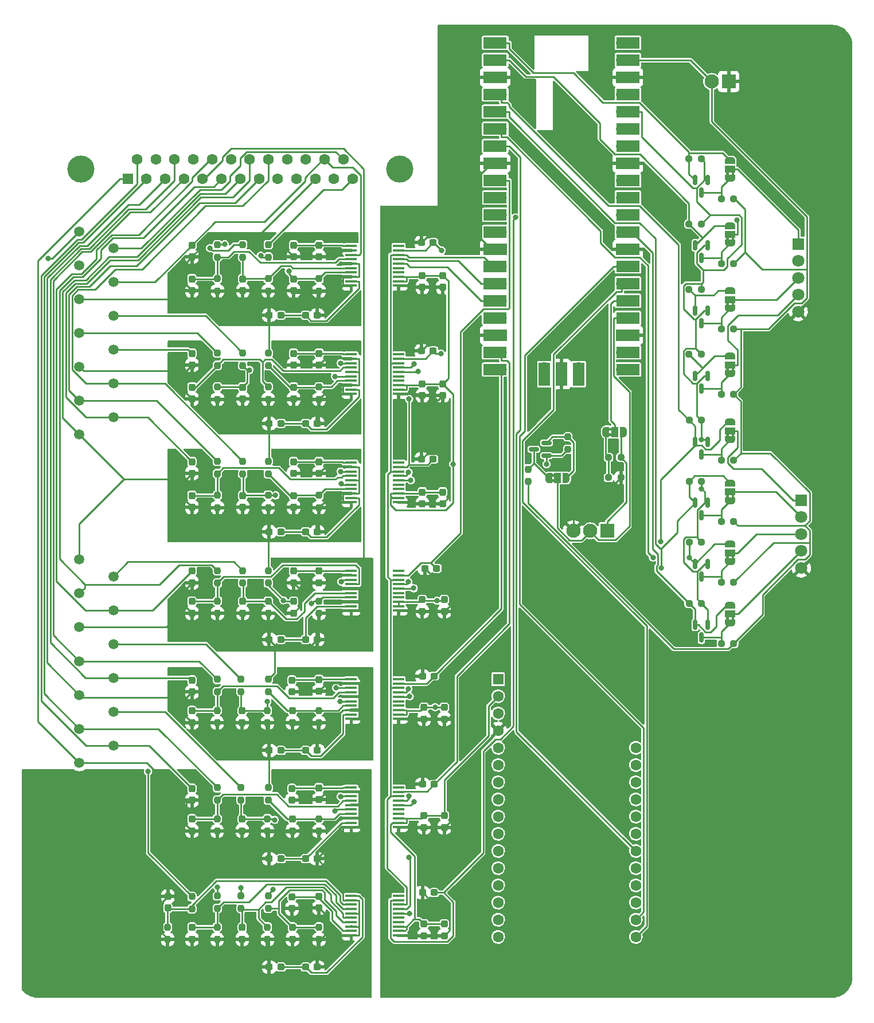
<source format=gbr>
%TF.GenerationSoftware,KiCad,Pcbnew,(6.0.7)*%
%TF.CreationDate,2022-09-16T15:15:22+01:00*%
%TF.ProjectId,iso_adc_cvm,69736f5f-6164-4635-9f63-766d2e6b6963,rev?*%
%TF.SameCoordinates,Original*%
%TF.FileFunction,Copper,L1,Top*%
%TF.FilePolarity,Positive*%
%FSLAX46Y46*%
G04 Gerber Fmt 4.6, Leading zero omitted, Abs format (unit mm)*
G04 Created by KiCad (PCBNEW (6.0.7)) date 2022-09-16 15:15:22*
%MOMM*%
%LPD*%
G01*
G04 APERTURE LIST*
G04 Aperture macros list*
%AMRoundRect*
0 Rectangle with rounded corners*
0 $1 Rounding radius*
0 $2 $3 $4 $5 $6 $7 $8 $9 X,Y pos of 4 corners*
0 Add a 4 corners polygon primitive as box body*
4,1,4,$2,$3,$4,$5,$6,$7,$8,$9,$2,$3,0*
0 Add four circle primitives for the rounded corners*
1,1,$1+$1,$2,$3*
1,1,$1+$1,$4,$5*
1,1,$1+$1,$6,$7*
1,1,$1+$1,$8,$9*
0 Add four rect primitives between the rounded corners*
20,1,$1+$1,$2,$3,$4,$5,0*
20,1,$1+$1,$4,$5,$6,$7,0*
20,1,$1+$1,$6,$7,$8,$9,0*
20,1,$1+$1,$8,$9,$2,$3,0*%
%AMFreePoly0*
4,1,20,0.000000,0.744959,0.073905,0.744508,0.209726,0.703889,0.328688,0.626782,0.421226,0.519385,0.479903,0.390333,0.500000,0.250000,0.500000,-0.250000,0.499851,-0.262216,0.476331,-0.402017,0.414519,-0.529596,0.319384,-0.634700,0.198574,-0.708877,0.061801,-0.746166,0.000000,-0.745033,0.000000,-0.750000,-0.550000,-0.750000,-0.550000,0.750000,0.000000,0.750000,0.000000,0.744959,
0.000000,0.744959,$1*%
%AMFreePoly1*
4,1,22,0.550000,-0.750000,0.000000,-0.750000,0.000000,-0.745033,-0.079941,-0.743568,-0.215256,-0.701293,-0.333266,-0.622738,-0.424486,-0.514219,-0.481581,-0.384460,-0.499164,-0.250000,-0.500000,-0.250000,-0.500000,0.250000,-0.499164,0.250000,-0.499963,0.256109,-0.478152,0.396186,-0.417904,0.524511,-0.324060,0.630769,-0.204165,0.706417,-0.067858,0.745374,0.000000,0.744959,0.000000,0.750000,
0.550000,0.750000,0.550000,-0.750000,0.550000,-0.750000,$1*%
G04 Aperture macros list end*
%TA.AperFunction,SMDPad,CuDef*%
%ADD10RoundRect,0.237500X0.250000X0.237500X-0.250000X0.237500X-0.250000X-0.237500X0.250000X-0.237500X0*%
%TD*%
%TA.AperFunction,SMDPad,CuDef*%
%ADD11RoundRect,0.237500X0.237500X-0.250000X0.237500X0.250000X-0.237500X0.250000X-0.237500X-0.250000X0*%
%TD*%
%TA.AperFunction,SMDPad,CuDef*%
%ADD12RoundRect,0.237500X-0.237500X0.250000X-0.237500X-0.250000X0.237500X-0.250000X0.237500X0.250000X0*%
%TD*%
%TA.AperFunction,SMDPad,CuDef*%
%ADD13RoundRect,0.150000X-0.150000X0.587500X-0.150000X-0.587500X0.150000X-0.587500X0.150000X0.587500X0*%
%TD*%
%TA.AperFunction,SMDPad,CuDef*%
%ADD14RoundRect,0.150000X0.587500X0.150000X-0.587500X0.150000X-0.587500X-0.150000X0.587500X-0.150000X0*%
%TD*%
%TA.AperFunction,SMDPad,CuDef*%
%ADD15FreePoly0,90.000000*%
%TD*%
%TA.AperFunction,SMDPad,CuDef*%
%ADD16R,1.500000X1.000000*%
%TD*%
%TA.AperFunction,SMDPad,CuDef*%
%ADD17FreePoly1,90.000000*%
%TD*%
%TA.AperFunction,SMDPad,CuDef*%
%ADD18FreePoly1,0.000000*%
%TD*%
%TA.AperFunction,SMDPad,CuDef*%
%ADD19R,1.000000X1.500000*%
%TD*%
%TA.AperFunction,SMDPad,CuDef*%
%ADD20FreePoly0,0.000000*%
%TD*%
%TA.AperFunction,SMDPad,CuDef*%
%ADD21R,1.705000X0.450000*%
%TD*%
%TA.AperFunction,SMDPad,CuDef*%
%ADD22RoundRect,0.237500X-0.237500X0.300000X-0.237500X-0.300000X0.237500X-0.300000X0.237500X0.300000X0*%
%TD*%
%TA.AperFunction,SMDPad,CuDef*%
%ADD23RoundRect,0.237500X-0.300000X-0.237500X0.300000X-0.237500X0.300000X0.237500X-0.300000X0.237500X0*%
%TD*%
%TA.AperFunction,SMDPad,CuDef*%
%ADD24RoundRect,0.237500X0.300000X0.237500X-0.300000X0.237500X-0.300000X-0.237500X0.300000X-0.237500X0*%
%TD*%
%TA.AperFunction,SMDPad,CuDef*%
%ADD25RoundRect,0.237500X0.237500X-0.300000X0.237500X0.300000X-0.237500X0.300000X-0.237500X-0.300000X0*%
%TD*%
%TA.AperFunction,ComponentPad*%
%ADD26R,1.600000X1.600000*%
%TD*%
%TA.AperFunction,ComponentPad*%
%ADD27C,1.600000*%
%TD*%
%TA.AperFunction,ComponentPad*%
%ADD28C,4.000000*%
%TD*%
%TA.AperFunction,ComponentPad*%
%ADD29C,1.500000*%
%TD*%
%TA.AperFunction,ComponentPad*%
%ADD30R,2.100000X2.100000*%
%TD*%
%TA.AperFunction,ComponentPad*%
%ADD31C,2.100000*%
%TD*%
%TA.AperFunction,ComponentPad*%
%ADD32R,1.800000X1.800000*%
%TD*%
%TA.AperFunction,ComponentPad*%
%ADD33C,1.800000*%
%TD*%
%TA.AperFunction,SMDPad,CuDef*%
%ADD34R,3.500000X1.700000*%
%TD*%
%TA.AperFunction,ComponentPad*%
%ADD35O,1.700000X1.700000*%
%TD*%
%TA.AperFunction,ComponentPad*%
%ADD36R,1.700000X1.700000*%
%TD*%
%TA.AperFunction,SMDPad,CuDef*%
%ADD37R,1.700000X3.500000*%
%TD*%
%TA.AperFunction,SMDPad,CuDef*%
%ADD38RoundRect,0.237500X-0.250000X-0.237500X0.250000X-0.237500X0.250000X0.237500X-0.250000X0.237500X0*%
%TD*%
%TA.AperFunction,ViaPad*%
%ADD39C,0.800000*%
%TD*%
%TA.AperFunction,Conductor*%
%ADD40C,0.250000*%
%TD*%
G04 APERTURE END LIST*
%TO.C,JP10*%
G36*
X119800000Y-43866700D02*
G01*
X119400000Y-43866700D01*
X119400000Y-43366700D01*
X119800000Y-43366700D01*
X119800000Y-43866700D01*
G37*
G36*
X119000000Y-43866700D02*
G01*
X118600000Y-43866700D01*
X118600000Y-43366700D01*
X119000000Y-43366700D01*
X119000000Y-43866700D01*
G37*
%TO.C,JP9*%
G36*
X119000000Y-63133300D02*
G01*
X118600000Y-63133300D01*
X118600000Y-62633300D01*
X119000000Y-62633300D01*
X119000000Y-63133300D01*
G37*
G36*
X119800000Y-63133300D02*
G01*
X119400000Y-63133300D01*
X119400000Y-62633300D01*
X119800000Y-62633300D01*
X119800000Y-63133300D01*
G37*
%TO.C,JP8*%
G36*
X119000000Y-34233300D02*
G01*
X118600000Y-34233300D01*
X118600000Y-33733300D01*
X119000000Y-33733300D01*
X119000000Y-34233300D01*
G37*
G36*
X119800000Y-34233300D02*
G01*
X119400000Y-34233300D01*
X119400000Y-33733300D01*
X119800000Y-33733300D01*
X119800000Y-34233300D01*
G37*
%TO.C,JP7*%
G36*
X93300000Y-78750000D02*
G01*
X92800000Y-78750000D01*
X92800000Y-78350000D01*
X93300000Y-78350000D01*
X93300000Y-78750000D01*
G37*
G36*
X93300000Y-79550000D02*
G01*
X92800000Y-79550000D01*
X92800000Y-79150000D01*
X93300000Y-79150000D01*
X93300000Y-79550000D01*
G37*
%TO.C,JP6*%
G36*
X119000000Y-53500000D02*
G01*
X118600000Y-53500000D01*
X118600000Y-53000000D01*
X119000000Y-53000000D01*
X119000000Y-53500000D01*
G37*
G36*
X119800000Y-53500000D02*
G01*
X119400000Y-53500000D01*
X119400000Y-53000000D01*
X119800000Y-53000000D01*
X119800000Y-53500000D01*
G37*
%TO.C,JP5*%
G36*
X119012500Y-72883300D02*
G01*
X118612500Y-72883300D01*
X118612500Y-72383300D01*
X119012500Y-72383300D01*
X119012500Y-72883300D01*
G37*
G36*
X119812500Y-72883300D02*
G01*
X119412500Y-72883300D01*
X119412500Y-72383300D01*
X119812500Y-72383300D01*
X119812500Y-72883300D01*
G37*
%TO.C,JP4*%
G36*
X119012500Y-99933300D02*
G01*
X118612500Y-99933300D01*
X118612500Y-99433300D01*
X119012500Y-99433300D01*
X119012500Y-99933300D01*
G37*
G36*
X119812500Y-99933300D02*
G01*
X119412500Y-99933300D01*
X119412500Y-99433300D01*
X119812500Y-99433300D01*
X119812500Y-99933300D01*
G37*
%TO.C,JP3*%
G36*
X119812500Y-81900000D02*
G01*
X119412500Y-81900000D01*
X119412500Y-81400000D01*
X119812500Y-81400000D01*
X119812500Y-81900000D01*
G37*
G36*
X119012500Y-81900000D02*
G01*
X118612500Y-81900000D01*
X118612500Y-81400000D01*
X119012500Y-81400000D01*
X119012500Y-81900000D01*
G37*
%TO.C,JP2*%
G36*
X119012500Y-90916700D02*
G01*
X118612500Y-90916700D01*
X118612500Y-90416700D01*
X119012500Y-90416700D01*
X119012500Y-90916700D01*
G37*
G36*
X119812500Y-90916700D02*
G01*
X119412500Y-90916700D01*
X119412500Y-90416700D01*
X119812500Y-90416700D01*
X119812500Y-90916700D01*
G37*
%TO.C,JP1*%
G36*
X101750000Y-71950000D02*
G01*
X101250000Y-71950000D01*
X101250000Y-71550000D01*
X101750000Y-71550000D01*
X101750000Y-71950000D01*
G37*
G36*
X101750000Y-72750000D02*
G01*
X101250000Y-72750000D01*
X101250000Y-72350000D01*
X101750000Y-72350000D01*
X101750000Y-72750000D01*
G37*
%TD*%
D10*
%TO.P,R64,1*%
%TO.N,+5V*%
X119712500Y-47316700D03*
%TO.P,R64,2*%
%TO.N,Net-(JP10-Pad1)*%
X117887500Y-47316700D03*
%TD*%
%TO.P,R63,1*%
%TO.N,+3.3V*%
X114950000Y-41416700D03*
%TO.P,R63,2*%
%TO.N,UART0_RX*%
X113125000Y-41416700D03*
%TD*%
%TO.P,R62,1*%
%TO.N,+5V*%
X119712500Y-66583300D03*
%TO.P,R62,2*%
%TO.N,Net-(JP9-Pad1)*%
X117887500Y-66583300D03*
%TD*%
%TO.P,R61,1*%
%TO.N,+5V*%
X119712500Y-37683300D03*
%TO.P,R61,2*%
%TO.N,Net-(JP8-Pad1)*%
X117887500Y-37683300D03*
%TD*%
%TO.P,R60,1*%
%TO.N,+3.3V*%
X114950000Y-60683300D03*
%TO.P,R60,2*%
%TO.N,UART1_RX_SHIFT*%
X113125000Y-60683300D03*
%TD*%
%TO.P,R59,1*%
%TO.N,+3.3V*%
X114950000Y-31783300D03*
%TO.P,R59,2*%
%TO.N,UART0_TX*%
X113125000Y-31783300D03*
%TD*%
D11*
%TO.P,R58,2*%
%TO.N,Net-(JP7-Pad1)*%
X89350000Y-77637500D03*
%TO.P,R58,1*%
%TO.N,+5V*%
X89350000Y-79462500D03*
%TD*%
D10*
%TO.P,R57,1*%
%TO.N,+5V*%
X119712500Y-56950000D03*
%TO.P,R57,2*%
%TO.N,Net-(JP6-Pad1)*%
X117887500Y-56950000D03*
%TD*%
%TO.P,R56,1*%
%TO.N,+5V*%
X119725000Y-76333300D03*
%TO.P,R56,2*%
%TO.N,Net-(JP5-Pad1)*%
X117900000Y-76333300D03*
%TD*%
%TO.P,R55,1*%
%TO.N,+5V*%
X119725000Y-103383300D03*
%TO.P,R55,2*%
%TO.N,Net-(JP4-Pad1)*%
X117900000Y-103383300D03*
%TD*%
%TO.P,R54,1*%
%TO.N,+5V*%
X119725000Y-85350000D03*
%TO.P,R54,2*%
%TO.N,Net-(JP3-Pad1)*%
X117900000Y-85350000D03*
%TD*%
D11*
%TO.P,R53,2*%
%TO.N,OUT_flag_SHIFT*%
X95250000Y-72875000D03*
%TO.P,R53,1*%
%TO.N,+3.3V*%
X95250000Y-74700000D03*
%TD*%
D10*
%TO.P,R52,1*%
%TO.N,+3.3V*%
X114950000Y-51050000D03*
%TO.P,R52,2*%
%TO.N,UART1_TX_SHIFT*%
X113125000Y-51050000D03*
%TD*%
%TO.P,R51,1*%
%TO.N,+3.3V*%
X114962500Y-70433300D03*
%TO.P,R51,2*%
%TO.N,SD_SPI_CLK*%
X113137500Y-70433300D03*
%TD*%
%TO.P,R50,1*%
%TO.N,+3.3V*%
X114962500Y-97483300D03*
%TO.P,R50,2*%
%TO.N,system_SPI_CS*%
X113137500Y-97483300D03*
%TD*%
%TO.P,R49,1*%
%TO.N,+3.3V*%
X114962500Y-79450000D03*
%TO.P,R49,2*%
%TO.N,SD_SPI_MOSI*%
X113137500Y-79450000D03*
%TD*%
%TO.P,R48,1*%
%TO.N,+5V*%
X119725000Y-94366700D03*
%TO.P,R48,2*%
%TO.N,Net-(JP2-Pad1)*%
X117900000Y-94366700D03*
%TD*%
%TO.P,R47,1*%
%TO.N,+3.3V*%
X114962500Y-88466700D03*
%TO.P,R47,2*%
%TO.N,SD_SPI_MISO*%
X113137500Y-88466700D03*
%TD*%
D12*
%TO.P,R46,2*%
%TO.N,Cell_0*%
X58498000Y-147112500D03*
%TO.P,R46,1*%
%TO.N,Net-(C70-Pad1)*%
X58498000Y-145287500D03*
%TD*%
%TO.P,R45,2*%
%TO.N,Cell_0*%
X50878000Y-147112500D03*
%TO.P,R45,1*%
%TO.N,Net-(C69-Pad1)*%
X50878000Y-145287500D03*
%TD*%
%TO.P,R44,2*%
%TO.N,Cell_0*%
X43458000Y-147112500D03*
%TO.P,R44,1*%
%TO.N,Net-(C68-Pad1)*%
X43458000Y-145287500D03*
%TD*%
%TO.P,R43,2*%
%TO.N,Cell_0*%
X36150000Y-147112500D03*
%TO.P,R43,1*%
%TO.N,Net-(C67-Pad1)*%
X36150000Y-145287500D03*
%TD*%
%TO.P,R42,1*%
%TO.N,Cell_24*%
X50998000Y-140700000D03*
%TO.P,R42,2*%
%TO.N,Net-(C70-Pad1)*%
X50998000Y-142525000D03*
%TD*%
%TO.P,R41,1*%
%TO.N,Cell_18*%
X46998000Y-140700000D03*
%TO.P,R41,2*%
%TO.N,Net-(C69-Pad1)*%
X46998000Y-142525000D03*
%TD*%
%TO.P,R40,1*%
%TO.N,Cell_12*%
X43498000Y-140700000D03*
%TO.P,R40,2*%
%TO.N,Net-(C68-Pad1)*%
X43498000Y-142525000D03*
%TD*%
%TO.P,R39,1*%
%TO.N,Cell_6*%
X39748000Y-140787500D03*
%TO.P,R39,2*%
%TO.N,Net-(C67-Pad1)*%
X39748000Y-142612500D03*
%TD*%
D13*
%TO.P,Q9,1,G*%
%TO.N,+3.3V*%
X115900000Y-44579200D03*
%TO.P,Q9,2,S*%
%TO.N,UART0_RX*%
X114000000Y-44579200D03*
%TO.P,Q9,3,D*%
%TO.N,Net-(JP10-Pad1)*%
X114950000Y-46454200D03*
%TD*%
%TO.P,Q8,1,G*%
%TO.N,+3.3V*%
X115900000Y-63845800D03*
%TO.P,Q8,2,S*%
%TO.N,UART1_RX_SHIFT*%
X114000000Y-63845800D03*
%TO.P,Q8,3,D*%
%TO.N,Net-(JP9-Pad1)*%
X114950000Y-65720800D03*
%TD*%
%TO.P,Q7,1,G*%
%TO.N,+3.3V*%
X115900000Y-34945800D03*
%TO.P,Q7,2,S*%
%TO.N,UART0_TX*%
X114000000Y-34945800D03*
%TO.P,Q7,3,D*%
%TO.N,Net-(JP8-Pad1)*%
X114950000Y-36820800D03*
%TD*%
D14*
%TO.P,Q6,3,D*%
%TO.N,Net-(JP7-Pad1)*%
X90212500Y-74700000D03*
%TO.P,Q6,2,S*%
%TO.N,OUT_flag_SHIFT*%
X92087500Y-73750000D03*
%TO.P,Q6,1,G*%
%TO.N,+3.3V*%
X92087500Y-75650000D03*
%TD*%
D13*
%TO.P,Q5,1,G*%
%TO.N,+3.3V*%
X115900000Y-54212500D03*
%TO.P,Q5,2,S*%
%TO.N,UART1_TX_SHIFT*%
X114000000Y-54212500D03*
%TO.P,Q5,3,D*%
%TO.N,Net-(JP6-Pad1)*%
X114950000Y-56087500D03*
%TD*%
%TO.P,Q4,1,G*%
%TO.N,+3.3V*%
X115912500Y-73595800D03*
%TO.P,Q4,2,S*%
%TO.N,SD_SPI_CLK*%
X114012500Y-73595800D03*
%TO.P,Q4,3,D*%
%TO.N,Net-(JP5-Pad1)*%
X114962500Y-75470800D03*
%TD*%
%TO.P,Q3,1,G*%
%TO.N,+3.3V*%
X115912500Y-100645800D03*
%TO.P,Q3,2,S*%
%TO.N,system_SPI_CS*%
X114012500Y-100645800D03*
%TO.P,Q3,3,D*%
%TO.N,Net-(JP4-Pad1)*%
X114962500Y-102520800D03*
%TD*%
%TO.P,Q2,1,G*%
%TO.N,+3.3V*%
X115912500Y-82612500D03*
%TO.P,Q2,2,S*%
%TO.N,SD_SPI_MOSI*%
X114012500Y-82612500D03*
%TO.P,Q2,3,D*%
%TO.N,Net-(JP3-Pad1)*%
X114962500Y-84487500D03*
%TD*%
%TO.P,Q1,1,G*%
%TO.N,+3.3V*%
X115912500Y-91629200D03*
%TO.P,Q1,2,S*%
%TO.N,SD_SPI_MISO*%
X114012500Y-91629200D03*
%TO.P,Q1,3,D*%
%TO.N,Net-(JP2-Pad1)*%
X114962500Y-93504200D03*
%TD*%
D15*
%TO.P,JP10,3,B*%
%TO.N,UART0_RX*%
X119200000Y-41666700D03*
D16*
%TO.P,JP10,2,C*%
%TO.N,UART0_RX_SHIFT*%
X119200000Y-42966700D03*
D17*
%TO.P,JP10,1,A*%
%TO.N,Net-(JP10-Pad1)*%
X119200000Y-44266700D03*
%TD*%
%TO.P,JP9,1,A*%
%TO.N,Net-(JP9-Pad1)*%
X119200000Y-63533300D03*
D16*
%TO.P,JP9,2,C*%
%TO.N,UART1_RX*%
X119200000Y-62233300D03*
D15*
%TO.P,JP9,3,B*%
%TO.N,UART1_RX_SHIFT*%
X119200000Y-60933300D03*
%TD*%
D17*
%TO.P,JP8,1,A*%
%TO.N,Net-(JP8-Pad1)*%
X119200000Y-34633300D03*
D16*
%TO.P,JP8,2,C*%
%TO.N,UART0_TX_SHIFT*%
X119200000Y-33333300D03*
D15*
%TO.P,JP8,3,B*%
%TO.N,UART0_TX*%
X119200000Y-32033300D03*
%TD*%
D18*
%TO.P,JP7,1,A*%
%TO.N,Net-(JP7-Pad1)*%
X92400000Y-78950000D03*
D19*
%TO.P,JP7,2,C*%
%TO.N,OUT_flag*%
X93700000Y-78950000D03*
D20*
%TO.P,JP7,3,B*%
%TO.N,OUT_flag_SHIFT*%
X95000000Y-78950000D03*
%TD*%
D17*
%TO.P,JP6,1,A*%
%TO.N,Net-(JP6-Pad1)*%
X119200000Y-53900000D03*
D16*
%TO.P,JP6,2,C*%
%TO.N,UART1_TX*%
X119200000Y-52600000D03*
D15*
%TO.P,JP6,3,B*%
%TO.N,UART1_TX_SHIFT*%
X119200000Y-51300000D03*
%TD*%
D17*
%TO.P,JP5,1,A*%
%TO.N,Net-(JP5-Pad1)*%
X119212500Y-73283300D03*
D16*
%TO.P,JP5,2,C*%
%TO.N,SD_SPI_CLK_SHIFT*%
X119212500Y-71983300D03*
D15*
%TO.P,JP5,3,B*%
%TO.N,SD_SPI_CLK*%
X119212500Y-70683300D03*
%TD*%
D17*
%TO.P,JP4,1,A*%
%TO.N,Net-(JP4-Pad1)*%
X119212500Y-100333300D03*
D16*
%TO.P,JP4,2,C*%
%TO.N,system_SPI_CS_SHIFT*%
X119212500Y-99033300D03*
D15*
%TO.P,JP4,3,B*%
%TO.N,system_SPI_CS*%
X119212500Y-97733300D03*
%TD*%
%TO.P,JP3,3,B*%
%TO.N,SD_SPI_MOSI*%
X119212500Y-79700000D03*
D16*
%TO.P,JP3,2,C*%
%TO.N,SD_SPI_MOSI_SHIFT*%
X119212500Y-81000000D03*
D17*
%TO.P,JP3,1,A*%
%TO.N,Net-(JP3-Pad1)*%
X119212500Y-82300000D03*
%TD*%
%TO.P,JP2,1,A*%
%TO.N,Net-(JP2-Pad1)*%
X119212500Y-91316700D03*
D16*
%TO.P,JP2,2,C*%
%TO.N,SD_SPI_MISO_SHIFT*%
X119212500Y-90016700D03*
D15*
%TO.P,JP2,3,B*%
%TO.N,SD_SPI_MISO*%
X119212500Y-88716700D03*
%TD*%
D21*
%TO.P,IC7,1,REF*%
%TO.N,Net-(C73-Pad1)*%
X63250000Y-140675000D03*
%TO.P,IC7,2,AGND_1*%
%TO.N,Cell_0*%
X63250000Y-141325000D03*
%TO.P,IC7,3,AIN1*%
%TO.N,Net-(C67-Pad1)*%
X63250000Y-141975000D03*
%TO.P,IC7,4,AIN2*%
%TO.N,Net-(C68-Pad1)*%
X63250000Y-142625000D03*
%TO.P,IC7,5,AGND_2*%
%TO.N,Cell_0*%
X63250000Y-143275000D03*
%TO.P,IC7,6,AIN3*%
%TO.N,Net-(C69-Pad1)*%
X63250000Y-143925000D03*
%TO.P,IC7,7,AIN4*%
%TO.N,Net-(C70-Pad1)*%
X63250000Y-144575000D03*
%TO.P,IC7,8,AGND_3*%
%TO.N,Cell_0*%
X63250000Y-145225000D03*
%TO.P,IC7,9,VDDF*%
%TO.N,Net-(C71-Pad1)*%
X63250000Y-145875000D03*
%TO.P,IC7,10,GNDF*%
%TO.N,Cell_0*%
X63250000Y-146525000D03*
%TO.P,IC7,11,GNDL*%
%TO.N,GNDD*%
X70246000Y-146525000D03*
%TO.P,IC7,12,VDDPL*%
%TO.N,+3.3V*%
X70246000Y-145875000D03*
%TO.P,IC7,13,VDDL*%
X70246000Y-145225000D03*
%TO.P,IC7,14,COUT1*%
%TO.N,unconnected-(IC7-Pad14)*%
X70246000Y-144575000D03*
%TO.P,IC7,15,COUT2*%
%TO.N,unconnected-(IC7-Pad15)*%
X70246000Y-143925000D03*
%TO.P,IC7,16,SDO*%
%TO.N,ADC_SPI_MISO*%
X70246000Y-143275000D03*
%TO.P,IC7,17,SDI*%
%TO.N,ADC_SPI_MOSI*%
X70246000Y-142625000D03*
%TO.P,IC7,18,SCLK*%
%TO.N,ADC_SPI_CLK*%
X70246000Y-141975000D03*
%TO.P,IC7,19,~{CS}*%
%TO.N,ADC_7_CS*%
X70246000Y-141325000D03*
%TO.P,IC7,20,~{INT}*%
%TO.N,ADC_7_int*%
X70246000Y-140675000D03*
%TD*%
D22*
%TO.P,C77,1*%
%TO.N,+3.3V*%
X73998000Y-144837500D03*
%TO.P,C77,2*%
%TO.N,GNDD*%
X73998000Y-146562500D03*
%TD*%
D23*
%TO.P,C76,1*%
%TO.N,GNDD*%
X73773000Y-140200000D03*
%TO.P,C76,2*%
%TO.N,ADC_7_CS*%
X75498000Y-140200000D03*
%TD*%
D22*
%TO.P,C75,1*%
%TO.N,+3.3V*%
X76998000Y-144837500D03*
%TO.P,C75,2*%
%TO.N,GNDD*%
X76998000Y-146562500D03*
%TD*%
D23*
%TO.P,C74,1*%
%TO.N,Net-(C73-Pad1)*%
X56515500Y-151200000D03*
%TO.P,C74,2*%
%TO.N,Cell_0*%
X58240500Y-151200000D03*
%TD*%
D24*
%TO.P,C73,1*%
%TO.N,Net-(C73-Pad1)*%
X52860500Y-151200000D03*
%TO.P,C73,2*%
%TO.N,Cell_0*%
X51135500Y-151200000D03*
%TD*%
D22*
%TO.P,C72,1*%
%TO.N,Net-(C71-Pad1)*%
X58498000Y-140725000D03*
%TO.P,C72,2*%
%TO.N,Cell_0*%
X58498000Y-142450000D03*
%TD*%
%TO.P,C71,1*%
%TO.N,Net-(C71-Pad1)*%
X54498000Y-140837500D03*
%TO.P,C71,2*%
%TO.N,Cell_0*%
X54498000Y-142562500D03*
%TD*%
%TO.P,C70,1*%
%TO.N,Net-(C70-Pad1)*%
X54588000Y-145337500D03*
%TO.P,C70,2*%
%TO.N,Cell_0*%
X54588000Y-147062500D03*
%TD*%
%TO.P,C69,1*%
%TO.N,Net-(C69-Pad1)*%
X47168000Y-145337500D03*
%TO.P,C69,2*%
%TO.N,Cell_0*%
X47168000Y-147062500D03*
%TD*%
%TO.P,C68,1*%
%TO.N,Net-(C68-Pad1)*%
X39748000Y-145337500D03*
%TO.P,C68,2*%
%TO.N,Cell_0*%
X39748000Y-147062500D03*
%TD*%
D25*
%TO.P,C67,1*%
%TO.N,Net-(C67-Pad1)*%
X36190000Y-142475000D03*
%TO.P,C67,2*%
%TO.N,Cell_0*%
X36190000Y-140750000D03*
%TD*%
D22*
%TO.P,C2,1*%
%TO.N,Cell_5*%
X39750000Y-108837500D03*
%TO.P,C2,2*%
%TO.N,Cell_4*%
X39750000Y-110562500D03*
%TD*%
D24*
%TO.P,C40,1*%
%TO.N,Net-(C40-Pad1)*%
X52862500Y-54900000D03*
%TO.P,C40,2*%
%TO.N,Cell_20*%
X51137500Y-54900000D03*
%TD*%
D12*
%TO.P,R25,1*%
%TO.N,Cell_14*%
X43500000Y-76487600D03*
%TO.P,R25,2*%
%TO.N,Net-(C37-Pad1)*%
X43500000Y-78312600D03*
%TD*%
D22*
%TO.P,C56,1*%
%TO.N,+3.3V*%
X77000000Y-112837500D03*
%TO.P,C56,2*%
%TO.N,GNDD*%
X77000000Y-114562500D03*
%TD*%
D12*
%TO.P,R4,1*%
%TO.N,Cell_6*%
X43500000Y-108700000D03*
%TO.P,R4,2*%
%TO.N,Net-(C6-Pad1)*%
X43500000Y-110525000D03*
%TD*%
%TO.P,R11,1*%
%TO.N,Net-(C4-Pad1)*%
X51000000Y-97137500D03*
%TO.P,R11,2*%
%TO.N,Cell_8*%
X51000000Y-98962500D03*
%TD*%
D23*
%TO.P,C45,1*%
%TO.N,Net-(C42-Pad1)*%
X56517500Y-86900100D03*
%TO.P,C45,2*%
%TO.N,Cell_12*%
X58242500Y-86900100D03*
%TD*%
D12*
%TO.P,R32,1*%
%TO.N,Net-(C35-Pad1)*%
X43500000Y-65487600D03*
%TO.P,R32,2*%
%TO.N,Cell_16*%
X43500000Y-67312600D03*
%TD*%
%TO.P,R26,1*%
%TO.N,Cell_15*%
X47250000Y-76487600D03*
%TO.P,R26,2*%
%TO.N,Net-(C38-Pad1)*%
X47250000Y-78312600D03*
%TD*%
D26*
%TO.P,A1,1,~{RESET}*%
%TO.N,unconnected-(A1-Pad1)*%
X84947500Y-108650000D03*
D27*
%TO.P,A1,2,3V3*%
%TO.N,+3.3V*%
X84947500Y-111190000D03*
%TO.P,A1,3,AREF*%
%TO.N,unconnected-(A1-Pad3)*%
X84947500Y-113730000D03*
%TO.P,A1,4,GND*%
%TO.N,GNDD*%
X84947500Y-116270000D03*
%TO.P,A1,5,A0*%
%TO.N,unconnected-(A1-Pad5)*%
X84947500Y-118810000D03*
%TO.P,A1,6,A1*%
%TO.N,unconnected-(A1-Pad6)*%
X84947500Y-121350000D03*
%TO.P,A1,7,A2*%
%TO.N,unconnected-(A1-Pad7)*%
X84947500Y-123890000D03*
%TO.P,A1,8,A3*%
%TO.N,unconnected-(A1-Pad8)*%
X84947500Y-126430000D03*
%TO.P,A1,9,A4*%
%TO.N,unconnected-(A1-Pad9)*%
X84947500Y-128970000D03*
%TO.P,A1,10,A5*%
%TO.N,unconnected-(A1-Pad10)*%
X84947500Y-131510000D03*
%TO.P,A1,11,SCK*%
%TO.N,SD_SPI_CLK*%
X84947500Y-134050000D03*
%TO.P,A1,12,MOSI*%
%TO.N,SD_SPI_MOSI*%
X84947500Y-136590000D03*
%TO.P,A1,13,MISO*%
%TO.N,SD_SPI_MISO*%
X84947500Y-139130000D03*
%TO.P,A1,14,RX*%
%TO.N,unconnected-(A1-Pad14)*%
X84947500Y-141670000D03*
%TO.P,A1,15,TX*%
%TO.N,unconnected-(A1-Pad15)*%
X84947500Y-144210000D03*
%TO.P,A1,16,SPARE*%
%TO.N,unconnected-(A1-Pad16)*%
X84947500Y-146750000D03*
%TO.P,A1,17,SDA*%
%TO.N,I2C_SDA*%
X105267500Y-146750000D03*
%TO.P,A1,18,SCL*%
%TO.N,I2C_SCL*%
X105267500Y-144210000D03*
%TO.P,A1,19,D0*%
%TO.N,unconnected-(A1-Pad19)*%
X105267500Y-141670000D03*
%TO.P,A1,20,D1*%
%TO.N,unconnected-(A1-Pad20)*%
X105267500Y-139130000D03*
%TO.P,A1,21,D2*%
%TO.N,unconnected-(A1-Pad21)*%
X105267500Y-136590000D03*
%TO.P,A1,22,D3*%
%TO.N,SD_SPI_CS*%
X105267500Y-134050000D03*
%TO.P,A1,23,D4*%
%TO.N,unconnected-(A1-Pad23)*%
X105267500Y-131510000D03*
%TO.P,A1,24,D5*%
%TO.N,unconnected-(A1-Pad24)*%
X105267500Y-128970000D03*
%TO.P,A1,25,D6*%
%TO.N,unconnected-(A1-Pad25)*%
X105267500Y-126430000D03*
%TO.P,A1,26,USB*%
%TO.N,unconnected-(A1-Pad26)*%
X105267500Y-123890000D03*
%TO.P,A1,27,EN*%
%TO.N,unconnected-(A1-Pad27)*%
X105267500Y-121350000D03*
%TO.P,A1,28,VBAT*%
%TO.N,unconnected-(A1-Pad28)*%
X105267500Y-118810000D03*
%TD*%
D12*
%TO.P,R14,1*%
%TO.N,Net-(C7-Pad1)*%
X50880000Y-113287500D03*
%TO.P,R14,2*%
%TO.N,Cell_4*%
X50880000Y-115112500D03*
%TD*%
%TO.P,R5,1*%
%TO.N,Cell_7*%
X47000000Y-108700000D03*
%TO.P,R5,2*%
%TO.N,Net-(C7-Pad1)*%
X47000000Y-110525000D03*
%TD*%
%TO.P,R1,1*%
%TO.N,Cell_10*%
X43500000Y-92637500D03*
%TO.P,R1,2*%
%TO.N,Net-(C3-Pad1)*%
X43500000Y-94462500D03*
%TD*%
D23*
%TO.P,C52,1*%
%TO.N,GNDD*%
X73637500Y-44150000D03*
%TO.P,C52,2*%
%TO.N,ADC_6_CS*%
X75362500Y-44150000D03*
%TD*%
D21*
%TO.P,IC4,1,REF*%
%TO.N,Net-(C46-Pad1)*%
X63252000Y-44675000D03*
%TO.P,IC4,2,AGND_1*%
%TO.N,Cell_20*%
X63252000Y-45325000D03*
%TO.P,IC4,3,AIN1*%
%TO.N,Cell_21*%
X63252000Y-45975000D03*
%TO.P,IC4,4,AIN2*%
%TO.N,Net-(C29-Pad1)*%
X63252000Y-46625000D03*
%TO.P,IC4,5,AGND_2*%
%TO.N,Cell_20*%
X63252000Y-47275000D03*
%TO.P,IC4,6,AIN3*%
%TO.N,Net-(C30-Pad1)*%
X63252000Y-47925000D03*
%TO.P,IC4,7,AIN4*%
%TO.N,Net-(C31-Pad1)*%
X63252000Y-48575000D03*
%TO.P,IC4,8,AGND_3*%
%TO.N,Cell_20*%
X63252000Y-49225000D03*
%TO.P,IC4,9,VDDF*%
%TO.N,Net-(C40-Pad1)*%
X63252000Y-49875000D03*
%TO.P,IC4,10,GNDF*%
%TO.N,Cell_20*%
X63252000Y-50525000D03*
%TO.P,IC4,11,GNDL*%
%TO.N,GNDD*%
X70248000Y-50525000D03*
%TO.P,IC4,12,VDDPL*%
%TO.N,+3.3V*%
X70248000Y-49875000D03*
%TO.P,IC4,13,VDDL*%
X70248000Y-49225000D03*
%TO.P,IC4,14,COUT1*%
%TO.N,unconnected-(IC4-Pad14)*%
X70248000Y-48575000D03*
%TO.P,IC4,15,COUT2*%
%TO.N,unconnected-(IC4-Pad15)*%
X70248000Y-47925000D03*
%TO.P,IC4,16,SDO*%
%TO.N,ADC_SPI_MISO*%
X70248000Y-47275000D03*
%TO.P,IC4,17,SDI*%
%TO.N,ADC_SPI_MOSI*%
X70248000Y-46625000D03*
%TO.P,IC4,18,SCLK*%
%TO.N,ADC_SPI_CLK*%
X70248000Y-45975000D03*
%TO.P,IC4,19,~{CS}*%
%TO.N,ADC_6_CS*%
X70248000Y-45325000D03*
%TO.P,IC4,20,~{INT}*%
%TO.N,ADC_6_int*%
X70248000Y-44675000D03*
%TD*%
D22*
%TO.P,C3,1*%
%TO.N,Net-(C3-Pad1)*%
X39750000Y-97187500D03*
%TO.P,C3,2*%
%TO.N,Cell_8*%
X39750000Y-98912500D03*
%TD*%
%TO.P,C31,1*%
%TO.N,Net-(C31-Pad1)*%
X54750000Y-49537500D03*
%TO.P,C31,2*%
%TO.N,Cell_20*%
X54750000Y-51262500D03*
%TD*%
D12*
%TO.P,R9,1*%
%TO.N,Cell_4*%
X50998000Y-124700000D03*
%TO.P,R9,2*%
%TO.N,Net-(C12-Pad1)*%
X50998000Y-126525000D03*
%TD*%
%TO.P,R2,1*%
%TO.N,Cell_11*%
X47250000Y-92637500D03*
%TO.P,R2,2*%
%TO.N,Net-(C4-Pad1)*%
X47250000Y-94462500D03*
%TD*%
D28*
%TO.P,J3,0*%
%TO.N,N/C*%
X23320000Y-33330000D03*
X70420000Y-33330000D03*
D26*
%TO.P,J3,1,1*%
%TO.N,Cell_0*%
X30250000Y-34750000D03*
D27*
%TO.P,J3,2,2*%
%TO.N,Cell_2*%
X33020000Y-34750000D03*
%TO.P,J3,3,3*%
%TO.N,Cell_4*%
X35790000Y-34750000D03*
%TO.P,J3,4,4*%
%TO.N,Cell_6*%
X38560000Y-34750000D03*
%TO.P,J3,5,5*%
%TO.N,Cell_8*%
X41330000Y-34750000D03*
%TO.P,J3,6,6*%
%TO.N,Cell_10*%
X44100000Y-34750000D03*
%TO.P,J3,7,7*%
%TO.N,Cell_12*%
X46870000Y-34750000D03*
%TO.P,J3,8,8*%
%TO.N,Cell_14*%
X49640000Y-34750000D03*
%TO.P,J3,9,9*%
%TO.N,Cell_16*%
X52410000Y-34750000D03*
%TO.P,J3,10,10*%
%TO.N,Cell_18*%
X55180000Y-34750000D03*
%TO.P,J3,11,11*%
%TO.N,Cell_20*%
X57950000Y-34750000D03*
%TO.P,J3,12,12*%
%TO.N,Cell_22*%
X60720000Y-34750000D03*
%TO.P,J3,13,13*%
%TO.N,Cell_24*%
X63490000Y-34750000D03*
%TO.P,J3,14,P14*%
%TO.N,Cell_1*%
X31635000Y-31910000D03*
%TO.P,J3,15,P15*%
%TO.N,Cell_3*%
X34405000Y-31910000D03*
%TO.P,J3,16,P16*%
%TO.N,Cell_5*%
X37175000Y-31910000D03*
%TO.P,J3,17,P17*%
%TO.N,Cell_7*%
X39945000Y-31910000D03*
%TO.P,J3,18,P18*%
%TO.N,Cell_9*%
X42715000Y-31910000D03*
%TO.P,J3,19,P19*%
%TO.N,Cell_11*%
X45485000Y-31910000D03*
%TO.P,J3,20,P20*%
%TO.N,Cell_13*%
X48255000Y-31910000D03*
%TO.P,J3,21,P21*%
%TO.N,Cell_15*%
X51025000Y-31910000D03*
%TO.P,J3,22,P22*%
%TO.N,Cell_17*%
X53795000Y-31910000D03*
%TO.P,J3,23,P23*%
%TO.N,Cell_19*%
X56565000Y-31910000D03*
%TO.P,J3,24,P24*%
%TO.N,Cell_21*%
X59335000Y-31910000D03*
%TO.P,J3,25,P25*%
%TO.N,Cell_23*%
X62105000Y-31910000D03*
%TD*%
D22*
%TO.P,C32,1*%
%TO.N,Cell_17*%
X39750000Y-60537600D03*
%TO.P,C32,2*%
%TO.N,Cell_16*%
X39750000Y-62262600D03*
%TD*%
%TO.P,C46,1*%
%TO.N,Net-(C46-Pad1)*%
X54750000Y-44537500D03*
%TO.P,C46,2*%
%TO.N,Cell_20*%
X54750000Y-46262500D03*
%TD*%
%TO.P,C34,1*%
%TO.N,Net-(C34-Pad1)*%
X39750000Y-65537600D03*
%TO.P,C34,2*%
%TO.N,Cell_16*%
X39750000Y-67262600D03*
%TD*%
D12*
%TO.P,R19,1*%
%TO.N,Cell_22*%
X43500000Y-44487500D03*
%TO.P,R19,2*%
%TO.N,Net-(C29-Pad1)*%
X43500000Y-46312500D03*
%TD*%
D10*
%TO.P,R37,2*%
%TO.N,Net-(JP1-Pad1)*%
X101237500Y-75900000D03*
%TO.P,R37,1*%
%TO.N,IN_flag*%
X103062500Y-75900000D03*
%TD*%
D29*
%TO.P,J1,1,1*%
%TO.N,Cell_0*%
X23125000Y-121000000D03*
%TO.P,J1,2,2*%
%TO.N,Cell_1*%
X28125000Y-118500000D03*
%TO.P,J1,3,3*%
%TO.N,Cell_2*%
X23125000Y-116000000D03*
%TO.P,J1,4,4*%
%TO.N,Cell_3*%
X28125000Y-113500000D03*
%TO.P,J1,5,5*%
%TO.N,Cell_4*%
X23125000Y-111000000D03*
%TO.P,J1,6,6*%
%TO.N,Cell_5*%
X28125000Y-108500000D03*
%TO.P,J1,7,7*%
%TO.N,Cell_6*%
X23125000Y-106000000D03*
%TO.P,J1,8,8*%
%TO.N,Cell_7*%
X28125000Y-103500000D03*
%TO.P,J1,9,9*%
%TO.N,Cell_8*%
X23125000Y-101000000D03*
%TO.P,J1,10,10*%
%TO.N,Cell_9*%
X28125000Y-98500000D03*
%TO.P,J1,11,11*%
%TO.N,Cell_10*%
X23125000Y-96000000D03*
%TO.P,J1,12,12*%
%TO.N,Cell_11*%
X28125000Y-93500000D03*
%TO.P,J1,13,13*%
%TO.N,Cell_12*%
X23125000Y-91000000D03*
%TD*%
D20*
%TO.P,JP1,3,B*%
%TO.N,IN_flag*%
X103450000Y-72150000D03*
D19*
%TO.P,JP1,2,C*%
%TO.N,IN_flag_shifted*%
X102150000Y-72150000D03*
D18*
%TO.P,JP1,1,A*%
%TO.N,Net-(JP1-Pad1)*%
X100850000Y-72150000D03*
%TD*%
D22*
%TO.P,C36,1*%
%TO.N,Net-(C36-Pad1)*%
X54750000Y-65537600D03*
%TO.P,C36,2*%
%TO.N,Cell_16*%
X54750000Y-67262600D03*
%TD*%
D23*
%TO.P,C43,1*%
%TO.N,Net-(C40-Pad1)*%
X56517500Y-54900000D03*
%TO.P,C43,2*%
%TO.N,Cell_20*%
X58242500Y-54900000D03*
%TD*%
D22*
%TO.P,C23,1*%
%TO.N,Net-(C23-Pad1)*%
X54498000Y-124837500D03*
%TO.P,C23,2*%
%TO.N,Cell_0*%
X54498000Y-126562500D03*
%TD*%
D12*
%TO.P,R3,1*%
%TO.N,Cell_12*%
X51000000Y-92637500D03*
%TO.P,R3,2*%
%TO.N,Net-(C5-Pad1)*%
X51000000Y-94462500D03*
%TD*%
D22*
%TO.P,C50,1*%
%TO.N,Net-(C50-Pad1)*%
X54750000Y-76537600D03*
%TO.P,C50,2*%
%TO.N,Cell_12*%
X54750000Y-78262600D03*
%TD*%
%TO.P,C60,1*%
%TO.N,+3.3V*%
X73998000Y-128837500D03*
%TO.P,C60,2*%
%TO.N,GNDD*%
X73998000Y-130562500D03*
%TD*%
D30*
%TO.P,J6,1,Pin_1*%
%TO.N,IN_flag*%
X101050000Y-86750000D03*
D31*
%TO.P,J6,2,Pin_2*%
%TO.N,OUT_flag*%
X98550000Y-86750000D03*
%TO.P,J6,3,Pin_3*%
%TO.N,GNDD*%
X96050000Y-86750000D03*
%TD*%
D12*
%TO.P,R29,1*%
%TO.N,Net-(C30-Pad1)*%
X51000000Y-49487500D03*
%TO.P,R29,2*%
%TO.N,Cell_20*%
X51000000Y-51312500D03*
%TD*%
%TO.P,R30,1*%
%TO.N,Net-(C31-Pad1)*%
X58500000Y-49487500D03*
%TO.P,R30,2*%
%TO.N,Cell_20*%
X58500000Y-51312500D03*
%TD*%
D22*
%TO.P,C47,1*%
%TO.N,Net-(C46-Pad1)*%
X58500000Y-44537500D03*
%TO.P,C47,2*%
%TO.N,Cell_20*%
X58500000Y-46262500D03*
%TD*%
D24*
%TO.P,C15,1*%
%TO.N,Net-(C15-Pad1)*%
X52860500Y-135200000D03*
%TO.P,C15,2*%
%TO.N,Cell_0*%
X51135500Y-135200000D03*
%TD*%
D23*
%TO.P,C18,1*%
%TO.N,Net-(C15-Pad1)*%
X56515500Y-135200000D03*
%TO.P,C18,2*%
%TO.N,Cell_0*%
X58240500Y-135200000D03*
%TD*%
D22*
%TO.P,C5,1*%
%TO.N,Net-(C5-Pad1)*%
X54750000Y-97187500D03*
%TO.P,C5,2*%
%TO.N,Cell_8*%
X54750000Y-98912500D03*
%TD*%
D24*
%TO.P,C13,1*%
%TO.N,Net-(C13-Pad1)*%
X52862500Y-102800000D03*
%TO.P,C13,2*%
%TO.N,Cell_8*%
X51137500Y-102800000D03*
%TD*%
D22*
%TO.P,C49,1*%
%TO.N,Net-(C48-Pad1)*%
X58500000Y-60537600D03*
%TO.P,C49,2*%
%TO.N,Cell_16*%
X58500000Y-62262600D03*
%TD*%
D12*
%TO.P,R34,1*%
%TO.N,Net-(C37-Pad1)*%
X43500000Y-81487600D03*
%TO.P,R34,2*%
%TO.N,Cell_12*%
X43500000Y-83312600D03*
%TD*%
D22*
%TO.P,C39,1*%
%TO.N,Net-(C39-Pad1)*%
X54750000Y-81537600D03*
%TO.P,C39,2*%
%TO.N,Cell_12*%
X54750000Y-83262600D03*
%TD*%
D32*
%TO.P,J4,1,Pin_1*%
%TO.N,SD_SPI_CLK_SHIFT*%
X129700000Y-82233300D03*
D33*
%TO.P,J4,2,Pin_2*%
%TO.N,SD_SPI_MOSI_SHIFT*%
X129700000Y-84733300D03*
%TO.P,J4,3,Pin_3*%
%TO.N,SD_SPI_MISO_SHIFT*%
X129700000Y-87233300D03*
%TO.P,J4,4,Pin_4*%
%TO.N,system_SPI_CS_SHIFT*%
X129700000Y-89733300D03*
%TO.P,J4,5,Pin_5*%
%TO.N,GNDD*%
X129700000Y-92233300D03*
%TD*%
D21*
%TO.P,IC1,1,REF*%
%TO.N,Net-(C19-Pad1)*%
X63252000Y-92675000D03*
%TO.P,IC1,2,AGND_1*%
%TO.N,Cell_8*%
X63252000Y-93325000D03*
%TO.P,IC1,3,AIN1*%
%TO.N,Cell_9*%
X63252000Y-93975000D03*
%TO.P,IC1,4,AIN2*%
%TO.N,Net-(C3-Pad1)*%
X63252000Y-94625000D03*
%TO.P,IC1,5,AGND_2*%
%TO.N,Cell_8*%
X63252000Y-95275000D03*
%TO.P,IC1,6,AIN3*%
%TO.N,Net-(C4-Pad1)*%
X63252000Y-95925000D03*
%TO.P,IC1,7,AIN4*%
%TO.N,Net-(C5-Pad1)*%
X63252000Y-96575000D03*
%TO.P,IC1,8,AGND_3*%
%TO.N,Cell_8*%
X63252000Y-97225000D03*
%TO.P,IC1,9,VDDF*%
%TO.N,Net-(C13-Pad1)*%
X63252000Y-97875000D03*
%TO.P,IC1,10,GNDF*%
%TO.N,Cell_8*%
X63252000Y-98525000D03*
%TO.P,IC1,11,GNDL*%
%TO.N,GNDD*%
X70248000Y-98525000D03*
%TO.P,IC1,12,VDDPL*%
%TO.N,+3.3V*%
X70248000Y-97875000D03*
%TO.P,IC1,13,VDDL*%
X70248000Y-97225000D03*
%TO.P,IC1,14,COUT1*%
%TO.N,unconnected-(IC1-Pad14)*%
X70248000Y-96575000D03*
%TO.P,IC1,15,COUT2*%
%TO.N,unconnected-(IC1-Pad15)*%
X70248000Y-95925000D03*
%TO.P,IC1,16,SDO*%
%TO.N,ADC_SPI_MISO*%
X70248000Y-95275000D03*
%TO.P,IC1,17,SDI*%
%TO.N,ADC_SPI_MOSI*%
X70248000Y-94625000D03*
%TO.P,IC1,18,SCLK*%
%TO.N,ADC_SPI_CLK*%
X70248000Y-93975000D03*
%TO.P,IC1,19,~{CS}*%
%TO.N,ADC_3_CS*%
X70248000Y-93325000D03*
%TO.P,IC1,20,~{INT}*%
%TO.N,ADC_3_int*%
X70248000Y-92675000D03*
%TD*%
D23*
%TO.P,C27,1*%
%TO.N,GNDD*%
X73773000Y-124200000D03*
%TO.P,C27,2*%
%TO.N,ADC_1_CS*%
X75498000Y-124200000D03*
%TD*%
D32*
%TO.P,J5,1,Pin_1*%
%TO.N,UART0_TX_SHIFT*%
X129250000Y-44383300D03*
D33*
%TO.P,J5,2,Pin_2*%
%TO.N,UART0_RX_SHIFT*%
X129250000Y-46883300D03*
%TO.P,J5,3,Pin_3*%
%TO.N,UART1_TX*%
X129250000Y-49383300D03*
%TO.P,J5,4,Pin_4*%
%TO.N,UART1_RX*%
X129250000Y-51883300D03*
%TO.P,J5,5,Pin_5*%
%TO.N,GNDD*%
X129250000Y-54383300D03*
%TD*%
D22*
%TO.P,C37,1*%
%TO.N,Net-(C37-Pad1)*%
X39750000Y-81537600D03*
%TO.P,C37,2*%
%TO.N,Cell_12*%
X39750000Y-83262600D03*
%TD*%
D12*
%TO.P,R18,1*%
%TO.N,Net-(C12-Pad1)*%
X58498000Y-129287500D03*
%TO.P,R18,2*%
%TO.N,Cell_0*%
X58498000Y-131112500D03*
%TD*%
%TO.P,R35,1*%
%TO.N,Net-(C38-Pad1)*%
X51000000Y-81487600D03*
%TO.P,R35,2*%
%TO.N,Cell_12*%
X51000000Y-83312600D03*
%TD*%
D22*
%TO.P,C21,1*%
%TO.N,Net-(C21-Pad1)*%
X54500000Y-108837500D03*
%TO.P,C21,2*%
%TO.N,Cell_4*%
X54500000Y-110562500D03*
%TD*%
D12*
%TO.P,R21,1*%
%TO.N,Cell_24*%
X51000000Y-44487500D03*
%TO.P,R21,2*%
%TO.N,Net-(C31-Pad1)*%
X51000000Y-46312500D03*
%TD*%
D24*
%TO.P,C41,1*%
%TO.N,Net-(C41-Pad1)*%
X52862500Y-70900100D03*
%TO.P,C41,2*%
%TO.N,Cell_16*%
X51137500Y-70900100D03*
%TD*%
D21*
%TO.P,IC3,1,REF*%
%TO.N,Net-(C23-Pad1)*%
X63250000Y-124675000D03*
%TO.P,IC3,2,AGND_1*%
%TO.N,Cell_0*%
X63250000Y-125325000D03*
%TO.P,IC3,3,AIN1*%
%TO.N,Cell_1*%
X63250000Y-125975000D03*
%TO.P,IC3,4,AIN2*%
%TO.N,Net-(C10-Pad1)*%
X63250000Y-126625000D03*
%TO.P,IC3,5,AGND_2*%
%TO.N,Cell_0*%
X63250000Y-127275000D03*
%TO.P,IC3,6,AIN3*%
%TO.N,Net-(C11-Pad1)*%
X63250000Y-127925000D03*
%TO.P,IC3,7,AIN4*%
%TO.N,Net-(C12-Pad1)*%
X63250000Y-128575000D03*
%TO.P,IC3,8,AGND_3*%
%TO.N,Cell_0*%
X63250000Y-129225000D03*
%TO.P,IC3,9,VDDF*%
%TO.N,Net-(C15-Pad1)*%
X63250000Y-129875000D03*
%TO.P,IC3,10,GNDF*%
%TO.N,Cell_0*%
X63250000Y-130525000D03*
%TO.P,IC3,11,GNDL*%
%TO.N,GNDD*%
X70246000Y-130525000D03*
%TO.P,IC3,12,VDDPL*%
%TO.N,+3.3V*%
X70246000Y-129875000D03*
%TO.P,IC3,13,VDDL*%
X70246000Y-129225000D03*
%TO.P,IC3,14,COUT1*%
%TO.N,unconnected-(IC3-Pad14)*%
X70246000Y-128575000D03*
%TO.P,IC3,15,COUT2*%
%TO.N,unconnected-(IC3-Pad15)*%
X70246000Y-127925000D03*
%TO.P,IC3,16,SDO*%
%TO.N,ADC_SPI_MISO*%
X70246000Y-127275000D03*
%TO.P,IC3,17,SDI*%
%TO.N,ADC_SPI_MOSI*%
X70246000Y-126625000D03*
%TO.P,IC3,18,SCLK*%
%TO.N,ADC_SPI_CLK*%
X70246000Y-125975000D03*
%TO.P,IC3,19,~{CS}*%
%TO.N,ADC_1_CS*%
X70246000Y-125325000D03*
%TO.P,IC3,20,~{INT}*%
%TO.N,ADC_1_int*%
X70246000Y-124675000D03*
%TD*%
D24*
%TO.P,C42,1*%
%TO.N,Net-(C42-Pad1)*%
X52862500Y-86900100D03*
%TO.P,C42,2*%
%TO.N,Cell_12*%
X51137500Y-86900100D03*
%TD*%
D12*
%TO.P,R23,1*%
%TO.N,Cell_19*%
X47250000Y-60487600D03*
%TO.P,R23,2*%
%TO.N,Net-(C35-Pad1)*%
X47250000Y-62312600D03*
%TD*%
%TO.P,R33,1*%
%TO.N,Net-(C36-Pad1)*%
X58500000Y-65487600D03*
%TO.P,R33,2*%
%TO.N,Cell_16*%
X58500000Y-67312600D03*
%TD*%
%TO.P,R22,1*%
%TO.N,Cell_18*%
X43500000Y-60487600D03*
%TO.P,R22,2*%
%TO.N,Net-(C34-Pad1)*%
X43500000Y-62312600D03*
%TD*%
%TO.P,R20,1*%
%TO.N,Cell_23*%
X47250000Y-44487500D03*
%TO.P,R20,2*%
%TO.N,Net-(C30-Pad1)*%
X47250000Y-46312500D03*
%TD*%
D22*
%TO.P,C35,1*%
%TO.N,Net-(C35-Pad1)*%
X47250000Y-65537600D03*
%TO.P,C35,2*%
%TO.N,Cell_16*%
X47250000Y-67262600D03*
%TD*%
%TO.P,C59,1*%
%TO.N,+3.3V*%
X74000000Y-112837500D03*
%TO.P,C59,2*%
%TO.N,GNDD*%
X74000000Y-114562500D03*
%TD*%
D12*
%TO.P,R31,1*%
%TO.N,Net-(C34-Pad1)*%
X51000000Y-65487600D03*
%TO.P,R31,2*%
%TO.N,Cell_16*%
X51000000Y-67312600D03*
%TD*%
%TO.P,R24,1*%
%TO.N,Cell_20*%
X51000000Y-60487600D03*
%TO.P,R24,2*%
%TO.N,Net-(C36-Pad1)*%
X51000000Y-62312600D03*
%TD*%
D22*
%TO.P,C64,1*%
%TO.N,+3.3V*%
X73750000Y-49037500D03*
%TO.P,C64,2*%
%TO.N,GNDD*%
X73750000Y-50762500D03*
%TD*%
%TO.P,C20,1*%
%TO.N,Net-(C19-Pad1)*%
X58500000Y-92687500D03*
%TO.P,C20,2*%
%TO.N,Cell_8*%
X58500000Y-94412500D03*
%TD*%
D23*
%TO.P,C16,1*%
%TO.N,Net-(C13-Pad1)*%
X56517500Y-102800000D03*
%TO.P,C16,2*%
%TO.N,Cell_8*%
X58242500Y-102800000D03*
%TD*%
D12*
%TO.P,R8,1*%
%TO.N,Cell_3*%
X46998000Y-124700000D03*
%TO.P,R8,2*%
%TO.N,Net-(C11-Pad1)*%
X46998000Y-126525000D03*
%TD*%
%TO.P,R17,1*%
%TO.N,Net-(C11-Pad1)*%
X50878000Y-129287500D03*
%TO.P,R17,2*%
%TO.N,Cell_0*%
X50878000Y-131112500D03*
%TD*%
D22*
%TO.P,C38,1*%
%TO.N,Net-(C38-Pad1)*%
X47250000Y-81537600D03*
%TO.P,C38,2*%
%TO.N,Cell_12*%
X47250000Y-83262600D03*
%TD*%
%TO.P,C8,1*%
%TO.N,Net-(C8-Pad1)*%
X54590000Y-113337500D03*
%TO.P,C8,2*%
%TO.N,Cell_4*%
X54590000Y-115062500D03*
%TD*%
%TO.P,C12,1*%
%TO.N,Net-(C12-Pad1)*%
X54588000Y-129337500D03*
%TO.P,C12,2*%
%TO.N,Cell_0*%
X54588000Y-131062500D03*
%TD*%
%TO.P,C48,1*%
%TO.N,Net-(C48-Pad1)*%
X54750000Y-60537600D03*
%TO.P,C48,2*%
%TO.N,Cell_16*%
X54750000Y-62262600D03*
%TD*%
D12*
%TO.P,R7,1*%
%TO.N,Cell_2*%
X43498000Y-124700000D03*
%TO.P,R7,2*%
%TO.N,Net-(C10-Pad1)*%
X43498000Y-126525000D03*
%TD*%
D22*
%TO.P,C65,1*%
%TO.N,+3.3V*%
X73750000Y-65037600D03*
%TO.P,C65,2*%
%TO.N,GNDD*%
X73750000Y-66762600D03*
%TD*%
%TO.P,C57,1*%
%TO.N,+3.3V*%
X76998000Y-128837500D03*
%TO.P,C57,2*%
%TO.N,GNDD*%
X76998000Y-130562500D03*
%TD*%
D23*
%TO.P,C17,1*%
%TO.N,Net-(C14-Pad1)*%
X56517500Y-119200000D03*
%TO.P,C17,2*%
%TO.N,Cell_4*%
X58242500Y-119200000D03*
%TD*%
D22*
%TO.P,C22,1*%
%TO.N,Net-(C21-Pad1)*%
X58500000Y-108725000D03*
%TO.P,C22,2*%
%TO.N,Cell_4*%
X58500000Y-110450000D03*
%TD*%
%TO.P,C10,1*%
%TO.N,Net-(C10-Pad1)*%
X39748000Y-129337500D03*
%TO.P,C10,2*%
%TO.N,Cell_0*%
X39748000Y-131062500D03*
%TD*%
D12*
%TO.P,R36,1*%
%TO.N,Net-(C39-Pad1)*%
X58500000Y-81487600D03*
%TO.P,R36,2*%
%TO.N,Cell_12*%
X58500000Y-83312600D03*
%TD*%
D22*
%TO.P,C24,1*%
%TO.N,Net-(C23-Pad1)*%
X58498000Y-124725000D03*
%TO.P,C24,2*%
%TO.N,Cell_0*%
X58498000Y-126450000D03*
%TD*%
%TO.P,C58,1*%
%TO.N,+3.3V*%
X73750000Y-96937500D03*
%TO.P,C58,2*%
%TO.N,GNDD*%
X73750000Y-98662500D03*
%TD*%
%TO.P,C61,1*%
%TO.N,+3.3V*%
X76750000Y-49037500D03*
%TO.P,C61,2*%
%TO.N,GNDD*%
X76750000Y-50762500D03*
%TD*%
D34*
%TO.P,U1,1,GPIO0*%
%TO.N,UART0_TX*%
X84510000Y-14670000D03*
D35*
X85410000Y-14670000D03*
%TO.P,U1,2,GPIO1*%
%TO.N,UART0_RX*%
X85410000Y-17210000D03*
D34*
X84510000Y-17210000D03*
D36*
%TO.P,U1,3,GND*%
%TO.N,GNDD*%
X85410000Y-19750000D03*
D34*
X84510000Y-19750000D03*
%TO.P,U1,4,GPIO2*%
%TO.N,SD_SPI_CLK*%
X84510000Y-22290000D03*
D35*
X85410000Y-22290000D03*
%TO.P,U1,5,GPIO3*%
%TO.N,SD_SPI_MOSI*%
X85410000Y-24830000D03*
D34*
X84510000Y-24830000D03*
%TO.P,U1,6,GPIO4*%
%TO.N,SD_SPI_MISO*%
X84510000Y-27370000D03*
D35*
X85410000Y-27370000D03*
%TO.P,U1,7,GPIO5*%
%TO.N,SD_SPI_CS*%
X85410000Y-29910000D03*
D34*
X84510000Y-29910000D03*
%TO.P,U1,8,GND*%
%TO.N,GNDD*%
X84510000Y-32450000D03*
D36*
X85410000Y-32450000D03*
D35*
%TO.P,U1,9,GPIO6*%
%TO.N,ADC_3_CS*%
X85410000Y-34990000D03*
D34*
X84510000Y-34990000D03*
D35*
%TO.P,U1,10,GPIO7*%
%TO.N,ADC_4_CS*%
X85410000Y-37530000D03*
D34*
X84510000Y-37530000D03*
%TO.P,U1,11,GPIO8*%
%TO.N,UART1_TX*%
X84510000Y-40070000D03*
D35*
X85410000Y-40070000D03*
%TO.P,U1,12,GPIO9*%
%TO.N,UART1_RX*%
X85410000Y-42610000D03*
D34*
X84510000Y-42610000D03*
%TO.P,U1,13,GND*%
%TO.N,GNDD*%
X84510000Y-45150000D03*
D36*
X85410000Y-45150000D03*
D34*
%TO.P,U1,14,GPIO10*%
%TO.N,ADC_SPI_CLK*%
X84510000Y-47690000D03*
D35*
X85410000Y-47690000D03*
D34*
%TO.P,U1,15,GPIO11*%
%TO.N,ADC_SPI_MOSI*%
X84510000Y-50230000D03*
D35*
X85410000Y-50230000D03*
%TO.P,U1,16,GPIO12*%
%TO.N,ADC_SPI_MISO*%
X85410000Y-52770000D03*
D34*
X84510000Y-52770000D03*
D35*
%TO.P,U1,17,GPIO13*%
%TO.N,unconnected-(U1-Pad17)*%
X85410000Y-55310000D03*
D34*
X84510000Y-55310000D03*
%TO.P,U1,18,GND*%
%TO.N,GNDD*%
X84510000Y-57850000D03*
D36*
X85410000Y-57850000D03*
D34*
%TO.P,U1,19,GPIO14*%
%TO.N,ADC_1_CS*%
X84510000Y-60390000D03*
D35*
X85410000Y-60390000D03*
D34*
%TO.P,U1,20,GPIO15*%
%TO.N,ADC_2_CS*%
X84510000Y-62930000D03*
D35*
X85410000Y-62930000D03*
%TO.P,U1,21,GPIO16*%
%TO.N,ADC_5_CS*%
X103190000Y-62930000D03*
D34*
X104090000Y-62930000D03*
%TO.P,U1,22,GPIO17*%
%TO.N,ADC_6_CS*%
X104090000Y-60390000D03*
D35*
X103190000Y-60390000D03*
D36*
%TO.P,U1,23,GND*%
%TO.N,GNDD*%
X103190000Y-57850000D03*
D34*
X104090000Y-57850000D03*
D35*
%TO.P,U1,24,GPIO18*%
%TO.N,OUT_flag*%
X103190000Y-55310000D03*
D34*
X104090000Y-55310000D03*
D35*
%TO.P,U1,25,GPIO19*%
%TO.N,IN_flag_shifted*%
X103190000Y-52770000D03*
D34*
X104090000Y-52770000D03*
%TO.P,U1,26,GPIO20*%
%TO.N,I2C_SDA*%
X104090000Y-50230000D03*
D35*
X103190000Y-50230000D03*
%TO.P,U1,27,GPIO21*%
%TO.N,I2C_SCL*%
X103190000Y-47690000D03*
D34*
X104090000Y-47690000D03*
D36*
%TO.P,U1,28,GND*%
%TO.N,GNDD*%
X103190000Y-45150000D03*
D34*
X104090000Y-45150000D03*
%TO.P,U1,29,GPIO22*%
%TO.N,system_SPI_CS*%
X104090000Y-42610000D03*
D35*
X103190000Y-42610000D03*
D34*
%TO.P,U1,30,RUN*%
%TO.N,unconnected-(U1-Pad30)*%
X104090000Y-40070000D03*
D35*
X103190000Y-40070000D03*
D34*
%TO.P,U1,31,GPIO26_ADC0*%
%TO.N,ADC_7_CS*%
X104090000Y-37530000D03*
D35*
X103190000Y-37530000D03*
D34*
%TO.P,U1,32,GPIO27_ADC1*%
%TO.N,unconnected-(U1-Pad32)*%
X104090000Y-34990000D03*
D35*
X103190000Y-34990000D03*
D36*
%TO.P,U1,33,AGND*%
%TO.N,GNDD*%
X103190000Y-32450000D03*
D34*
X104090000Y-32450000D03*
D35*
%TO.P,U1,34,GPIO28_ADC2*%
%TO.N,unconnected-(U1-Pad34)*%
X103190000Y-29910000D03*
D34*
X104090000Y-29910000D03*
D35*
%TO.P,U1,35,ADC_VREF*%
%TO.N,unconnected-(U1-Pad35)*%
X103190000Y-27370000D03*
D34*
X104090000Y-27370000D03*
D35*
%TO.P,U1,36,3V3*%
%TO.N,+3.3V*%
X103190000Y-24830000D03*
D34*
X104090000Y-24830000D03*
%TO.P,U1,37,3V3_EN*%
%TO.N,unconnected-(U1-Pad37)*%
X104090000Y-22290000D03*
D35*
X103190000Y-22290000D03*
D36*
%TO.P,U1,38,GND*%
%TO.N,GNDD*%
X103190000Y-19750000D03*
D34*
X104090000Y-19750000D03*
%TO.P,U1,39,VSYS*%
%TO.N,+5V*%
X104090000Y-17210000D03*
D35*
X103190000Y-17210000D03*
D34*
%TO.P,U1,40,VBUS*%
%TO.N,unconnected-(U1-Pad40)*%
X104090000Y-14670000D03*
D35*
X103190000Y-14670000D03*
D37*
%TO.P,U1,41,SWCLK*%
%TO.N,unconnected-(U1-Pad41)*%
X91760000Y-63600000D03*
D35*
X91760000Y-62700000D03*
D36*
%TO.P,U1,42,GND*%
%TO.N,GNDD*%
X94300000Y-62700000D03*
D37*
X94300000Y-63600000D03*
%TO.P,U1,43,SWDIO*%
%TO.N,unconnected-(U1-Pad43)*%
X96840000Y-63600000D03*
D35*
X96840000Y-62700000D03*
%TD*%
D23*
%TO.P,C44,1*%
%TO.N,Net-(C41-Pad1)*%
X56517500Y-70900100D03*
%TO.P,C44,2*%
%TO.N,Cell_16*%
X58242500Y-70900100D03*
%TD*%
D31*
%TO.P,J7,2,Pin_2*%
%TO.N,+5V*%
X116475000Y-20375000D03*
D30*
%TO.P,J7,1,Pin_1*%
%TO.N,GNDD*%
X118975000Y-20375000D03*
%TD*%
D22*
%TO.P,C62,1*%
%TO.N,+3.3V*%
X76750000Y-65037600D03*
%TO.P,C62,2*%
%TO.N,GNDD*%
X76750000Y-66762600D03*
%TD*%
%TO.P,C55,1*%
%TO.N,+3.3V*%
X77000000Y-96937500D03*
%TO.P,C55,2*%
%TO.N,GNDD*%
X77000000Y-98662500D03*
%TD*%
%TO.P,C28,1*%
%TO.N,Cell_21*%
X39750000Y-44537500D03*
%TO.P,C28,2*%
%TO.N,Cell_20*%
X39750000Y-46262500D03*
%TD*%
%TO.P,C29,1*%
%TO.N,Net-(C29-Pad1)*%
X39750000Y-49537500D03*
%TO.P,C29,2*%
%TO.N,Cell_20*%
X39750000Y-51262500D03*
%TD*%
%TO.P,C11,1*%
%TO.N,Net-(C11-Pad1)*%
X47168000Y-129337500D03*
%TO.P,C11,2*%
%TO.N,Cell_0*%
X47168000Y-131062500D03*
%TD*%
D21*
%TO.P,IC2,1,REF*%
%TO.N,Net-(C21-Pad1)*%
X63252000Y-108675000D03*
%TO.P,IC2,2,AGND_1*%
%TO.N,Cell_4*%
X63252000Y-109325000D03*
%TO.P,IC2,3,AIN1*%
%TO.N,Cell_5*%
X63252000Y-109975000D03*
%TO.P,IC2,4,AIN2*%
%TO.N,Net-(C6-Pad1)*%
X63252000Y-110625000D03*
%TO.P,IC2,5,AGND_2*%
%TO.N,Cell_4*%
X63252000Y-111275000D03*
%TO.P,IC2,6,AIN3*%
%TO.N,Net-(C7-Pad1)*%
X63252000Y-111925000D03*
%TO.P,IC2,7,AIN4*%
%TO.N,Net-(C8-Pad1)*%
X63252000Y-112575000D03*
%TO.P,IC2,8,AGND_3*%
%TO.N,Cell_4*%
X63252000Y-113225000D03*
%TO.P,IC2,9,VDDF*%
%TO.N,Net-(C14-Pad1)*%
X63252000Y-113875000D03*
%TO.P,IC2,10,GNDF*%
%TO.N,Cell_4*%
X63252000Y-114525000D03*
%TO.P,IC2,11,GNDL*%
%TO.N,GNDD*%
X70248000Y-114525000D03*
%TO.P,IC2,12,VDDPL*%
%TO.N,+3.3V*%
X70248000Y-113875000D03*
%TO.P,IC2,13,VDDL*%
X70248000Y-113225000D03*
%TO.P,IC2,14,COUT1*%
%TO.N,unconnected-(IC2-Pad14)*%
X70248000Y-112575000D03*
%TO.P,IC2,15,COUT2*%
%TO.N,unconnected-(IC2-Pad15)*%
X70248000Y-111925000D03*
%TO.P,IC2,16,SDO*%
%TO.N,ADC_SPI_MISO*%
X70248000Y-111275000D03*
%TO.P,IC2,17,SDI*%
%TO.N,ADC_SPI_MOSI*%
X70248000Y-110625000D03*
%TO.P,IC2,18,SCLK*%
%TO.N,ADC_SPI_CLK*%
X70248000Y-109975000D03*
%TO.P,IC2,19,~{CS}*%
%TO.N,ADC_2_CS*%
X70248000Y-109325000D03*
%TO.P,IC2,20,~{INT}*%
%TO.N,ADC_2_int*%
X70248000Y-108675000D03*
%TD*%
D12*
%TO.P,R27,1*%
%TO.N,Cell_16*%
X51000000Y-76487600D03*
%TO.P,R27,2*%
%TO.N,Net-(C39-Pad1)*%
X51000000Y-78312600D03*
%TD*%
%TO.P,R28,1*%
%TO.N,Net-(C29-Pad1)*%
X43500000Y-49487500D03*
%TO.P,R28,2*%
%TO.N,Cell_20*%
X43500000Y-51312500D03*
%TD*%
%TO.P,R13,1*%
%TO.N,Net-(C6-Pad1)*%
X43460000Y-113287500D03*
%TO.P,R13,2*%
%TO.N,Cell_4*%
X43460000Y-115112500D03*
%TD*%
D22*
%TO.P,C7,1*%
%TO.N,Net-(C7-Pad1)*%
X47170000Y-113337500D03*
%TO.P,C7,2*%
%TO.N,Cell_4*%
X47170000Y-115062500D03*
%TD*%
%TO.P,C66,1*%
%TO.N,+3.3V*%
X73750000Y-81037600D03*
%TO.P,C66,2*%
%TO.N,GNDD*%
X73750000Y-82762600D03*
%TD*%
%TO.P,C9,1*%
%TO.N,Cell_1*%
X39748000Y-124837500D03*
%TO.P,C9,2*%
%TO.N,Cell_0*%
X39748000Y-126562500D03*
%TD*%
D23*
%TO.P,C53,1*%
%TO.N,GNDD*%
X73637500Y-60150100D03*
%TO.P,C53,2*%
%TO.N,ADC_5_CS*%
X75362500Y-60150100D03*
%TD*%
D22*
%TO.P,C33,1*%
%TO.N,Cell_13*%
X39750000Y-76537600D03*
%TO.P,C33,2*%
%TO.N,Cell_12*%
X39750000Y-78262600D03*
%TD*%
%TO.P,C51,1*%
%TO.N,Net-(C50-Pad1)*%
X58500000Y-76537600D03*
%TO.P,C51,2*%
%TO.N,Cell_12*%
X58500000Y-78262600D03*
%TD*%
D24*
%TO.P,C14,1*%
%TO.N,Net-(C14-Pad1)*%
X52862500Y-119200000D03*
%TO.P,C14,2*%
%TO.N,Cell_4*%
X51137500Y-119200000D03*
%TD*%
D22*
%TO.P,C30,1*%
%TO.N,Net-(C30-Pad1)*%
X47250000Y-49537500D03*
%TO.P,C30,2*%
%TO.N,Cell_20*%
X47250000Y-51262500D03*
%TD*%
D12*
%TO.P,R15,1*%
%TO.N,Net-(C8-Pad1)*%
X58500000Y-113287500D03*
%TO.P,R15,2*%
%TO.N,Cell_4*%
X58500000Y-115112500D03*
%TD*%
D21*
%TO.P,IC5,1,REF*%
%TO.N,Net-(C48-Pad1)*%
X63252000Y-60675100D03*
%TO.P,IC5,2,AGND_1*%
%TO.N,Cell_16*%
X63252000Y-61325100D03*
%TO.P,IC5,3,AIN1*%
%TO.N,Cell_17*%
X63252000Y-61975100D03*
%TO.P,IC5,4,AIN2*%
%TO.N,Net-(C34-Pad1)*%
X63252000Y-62625100D03*
%TO.P,IC5,5,AGND_2*%
%TO.N,Cell_16*%
X63252000Y-63275100D03*
%TO.P,IC5,6,AIN3*%
%TO.N,Net-(C35-Pad1)*%
X63252000Y-63925100D03*
%TO.P,IC5,7,AIN4*%
%TO.N,Net-(C36-Pad1)*%
X63252000Y-64575100D03*
%TO.P,IC5,8,AGND_3*%
%TO.N,Cell_16*%
X63252000Y-65225100D03*
%TO.P,IC5,9,VDDF*%
%TO.N,Net-(C41-Pad1)*%
X63252000Y-65875100D03*
%TO.P,IC5,10,GNDF*%
%TO.N,Cell_16*%
X63252000Y-66525100D03*
%TO.P,IC5,11,GNDL*%
%TO.N,GNDD*%
X70248000Y-66525100D03*
%TO.P,IC5,12,VDDPL*%
%TO.N,+3.3V*%
X70248000Y-65875100D03*
%TO.P,IC5,13,VDDL*%
X70248000Y-65225100D03*
%TO.P,IC5,14,COUT1*%
%TO.N,unconnected-(IC5-Pad14)*%
X70248000Y-64575100D03*
%TO.P,IC5,15,COUT2*%
%TO.N,unconnected-(IC5-Pad15)*%
X70248000Y-63925100D03*
%TO.P,IC5,16,SDO*%
%TO.N,ADC_SPI_MISO*%
X70248000Y-63275100D03*
%TO.P,IC5,17,SDI*%
%TO.N,ADC_SPI_MOSI*%
X70248000Y-62625100D03*
%TO.P,IC5,18,SCLK*%
%TO.N,ADC_SPI_CLK*%
X70248000Y-61975100D03*
%TO.P,IC5,19,~{CS}*%
%TO.N,ADC_5_CS*%
X70248000Y-61325100D03*
%TO.P,IC5,20,~{INT}*%
%TO.N,ADC_5_int*%
X70248000Y-60675100D03*
%TD*%
D12*
%TO.P,R10,1*%
%TO.N,Net-(C3-Pad1)*%
X43500000Y-97137500D03*
%TO.P,R10,2*%
%TO.N,Cell_8*%
X43500000Y-98962500D03*
%TD*%
%TO.P,R12,1*%
%TO.N,Net-(C5-Pad1)*%
X58500000Y-97137500D03*
%TO.P,R12,2*%
%TO.N,Cell_8*%
X58500000Y-98962500D03*
%TD*%
D23*
%TO.P,C25,1*%
%TO.N,GNDD*%
X74137500Y-92300000D03*
%TO.P,C25,2*%
%TO.N,ADC_3_CS*%
X75862500Y-92300000D03*
%TD*%
%TO.P,C54,1*%
%TO.N,GNDD*%
X73637500Y-76150100D03*
%TO.P,C54,2*%
%TO.N,ADC_4_CS*%
X75362500Y-76150100D03*
%TD*%
D29*
%TO.P,J2,1,1*%
%TO.N,Cell_12*%
X23125000Y-72500000D03*
%TO.P,J2,2,2*%
%TO.N,Cell_13*%
X28125000Y-70000000D03*
%TO.P,J2,3,3*%
%TO.N,Cell_14*%
X23125000Y-67500000D03*
%TO.P,J2,4,4*%
%TO.N,Cell_15*%
X28125000Y-65000000D03*
%TO.P,J2,5,5*%
%TO.N,Cell_16*%
X23125000Y-62500000D03*
%TO.P,J2,6,6*%
%TO.N,Cell_17*%
X28125000Y-60000000D03*
%TO.P,J2,7,7*%
%TO.N,Cell_18*%
X23125000Y-57500000D03*
%TO.P,J2,8,8*%
%TO.N,Cell_19*%
X28125000Y-55000000D03*
%TO.P,J2,9,9*%
%TO.N,Cell_20*%
X23125000Y-52500000D03*
%TO.P,J2,10,10*%
%TO.N,Cell_21*%
X28125000Y-50000000D03*
%TO.P,J2,11,11*%
%TO.N,Cell_22*%
X23125000Y-47500000D03*
%TO.P,J2,12,12*%
%TO.N,Cell_23*%
X28125000Y-45000000D03*
%TO.P,J2,13,13*%
%TO.N,Cell_24*%
X23125000Y-42500000D03*
%TD*%
D38*
%TO.P,R38,2*%
%TO.N,GNDD*%
X103062500Y-78900000D03*
%TO.P,R38,1*%
%TO.N,Net-(JP1-Pad1)*%
X101237500Y-78900000D03*
%TD*%
D23*
%TO.P,C26,1*%
%TO.N,GNDD*%
X73775000Y-108200000D03*
%TO.P,C26,2*%
%TO.N,ADC_2_CS*%
X75500000Y-108200000D03*
%TD*%
D22*
%TO.P,C6,1*%
%TO.N,Net-(C6-Pad1)*%
X39750000Y-113337500D03*
%TO.P,C6,2*%
%TO.N,Cell_4*%
X39750000Y-115062500D03*
%TD*%
%TO.P,C4,1*%
%TO.N,Net-(C4-Pad1)*%
X47250000Y-97187500D03*
%TO.P,C4,2*%
%TO.N,Cell_8*%
X47250000Y-98912500D03*
%TD*%
D12*
%TO.P,R6,1*%
%TO.N,Cell_8*%
X51000000Y-108700000D03*
%TO.P,R6,2*%
%TO.N,Net-(C8-Pad1)*%
X51000000Y-110525000D03*
%TD*%
D22*
%TO.P,C1,1*%
%TO.N,Cell_9*%
X39750000Y-92687500D03*
%TO.P,C1,2*%
%TO.N,Cell_8*%
X39750000Y-94412500D03*
%TD*%
%TO.P,C63,1*%
%TO.N,+3.3V*%
X76750000Y-81037600D03*
%TO.P,C63,2*%
%TO.N,GNDD*%
X76750000Y-82762600D03*
%TD*%
D21*
%TO.P,IC6,1,REF*%
%TO.N,Net-(C50-Pad1)*%
X63252000Y-76675100D03*
%TO.P,IC6,2,AGND_1*%
%TO.N,Cell_12*%
X63252000Y-77325100D03*
%TO.P,IC6,3,AIN1*%
%TO.N,Cell_13*%
X63252000Y-77975100D03*
%TO.P,IC6,4,AIN2*%
%TO.N,Net-(C37-Pad1)*%
X63252000Y-78625100D03*
%TO.P,IC6,5,AGND_2*%
%TO.N,Cell_12*%
X63252000Y-79275100D03*
%TO.P,IC6,6,AIN3*%
%TO.N,Net-(C38-Pad1)*%
X63252000Y-79925100D03*
%TO.P,IC6,7,AIN4*%
%TO.N,Net-(C39-Pad1)*%
X63252000Y-80575100D03*
%TO.P,IC6,8,AGND_3*%
%TO.N,Cell_12*%
X63252000Y-81225100D03*
%TO.P,IC6,9,VDDF*%
%TO.N,Net-(C42-Pad1)*%
X63252000Y-81875100D03*
%TO.P,IC6,10,GNDF*%
%TO.N,Cell_12*%
X63252000Y-82525100D03*
%TO.P,IC6,11,GNDL*%
%TO.N,GNDD*%
X70248000Y-82525100D03*
%TO.P,IC6,12,VDDPL*%
%TO.N,+3.3V*%
X70248000Y-81875100D03*
%TO.P,IC6,13,VDDL*%
X70248000Y-81225100D03*
%TO.P,IC6,14,COUT1*%
%TO.N,unconnected-(IC6-Pad14)*%
X70248000Y-80575100D03*
%TO.P,IC6,15,COUT2*%
%TO.N,unconnected-(IC6-Pad15)*%
X70248000Y-79925100D03*
%TO.P,IC6,16,SDO*%
%TO.N,ADC_SPI_MISO*%
X70248000Y-79275100D03*
%TO.P,IC6,17,SDI*%
%TO.N,ADC_SPI_MOSI*%
X70248000Y-78625100D03*
%TO.P,IC6,18,SCLK*%
%TO.N,ADC_SPI_CLK*%
X70248000Y-77975100D03*
%TO.P,IC6,19,~{CS}*%
%TO.N,ADC_4_CS*%
X70248000Y-77325100D03*
%TO.P,IC6,20,~{INT}*%
%TO.N,ADC_4_int*%
X70248000Y-76675100D03*
%TD*%
D22*
%TO.P,C19,1*%
%TO.N,Net-(C19-Pad1)*%
X54750000Y-92687500D03*
%TO.P,C19,2*%
%TO.N,Cell_8*%
X54750000Y-94412500D03*
%TD*%
D12*
%TO.P,R16,1*%
%TO.N,Net-(C10-Pad1)*%
X43458000Y-129287500D03*
%TO.P,R16,2*%
%TO.N,Cell_0*%
X43458000Y-131112500D03*
%TD*%
D39*
%TO.N,GNDD*%
X99000000Y-98750000D03*
X95000000Y-112000000D03*
%TO.N,Cell_20*%
X60000000Y-53000000D03*
X63500000Y-53500000D03*
%TO.N,Cell_16*%
X56250000Y-64000000D03*
X45500000Y-71250000D03*
X60750000Y-68500000D03*
%TO.N,Cell_12*%
X53250000Y-76000000D03*
X45750000Y-86500000D03*
X63750000Y-85250000D03*
%TO.N,Cell_8*%
X45000000Y-102000000D03*
X62000000Y-101250000D03*
%TO.N,Cell_24*%
X18500000Y-46500000D03*
%TO.N,Cell_4*%
X64500000Y-117000000D03*
X62000000Y-118750000D03*
%TO.N,Cell_0*%
X63180145Y-134948926D03*
X47270039Y-135206928D03*
X31500000Y-139250000D03*
X43000000Y-150000000D03*
%TO.N,UART0_RX_SHIFT*%
X120188500Y-40851100D03*
%TO.N,ADC_7_CS*%
X87491000Y-40464600D03*
%TO.N,Cell_24*%
X51699900Y-139704200D03*
%TO.N,Cell_23*%
X42421300Y-45000000D03*
%TO.N,Cell_22*%
X44586900Y-44413900D03*
%TO.N,Cell_18*%
X46998000Y-139466300D03*
%TO.N,Cell_6*%
X33277900Y-122298800D03*
%TO.N,ADC_SPI_MOSI*%
X72536500Y-62070200D03*
X71714800Y-78090700D03*
X71764600Y-125950800D03*
X71761500Y-134999900D03*
X71704500Y-110131400D03*
X71704500Y-94309900D03*
%TO.N,ADC_SPI_MISO*%
X73148000Y-63175000D03*
X72504900Y-126759500D03*
X72052900Y-79275100D03*
X71886600Y-111212900D03*
X71819000Y-143265300D03*
X72485700Y-95244000D03*
%TO.N,ADC_4_CS*%
X71804900Y-67271000D03*
%TO.N,ADC_5_CS*%
X76508100Y-60573600D03*
%TO.N,ADC_6_CS*%
X76608800Y-45332600D03*
%TO.N,Net-(C38-Pad1)*%
X61782500Y-79794400D03*
X52081400Y-81516700D03*
%TO.N,Net-(C35-Pad1)*%
X60852500Y-63925100D03*
X48253800Y-62990000D03*
%TO.N,Cell_12*%
X43498000Y-139384900D03*
%TO.N,Cell_13*%
X61687400Y-77975100D03*
%TO.N,Cell_17*%
X61673700Y-61975100D03*
%TO.N,Net-(C31-Pad1)*%
X49884800Y-46101100D03*
X54032500Y-48359500D03*
%TO.N,Net-(C11-Pad1)*%
X51966700Y-129453600D03*
X60883900Y-128170300D03*
%TO.N,Cell_1*%
X61669200Y-125993200D03*
%TO.N,Net-(C7-Pad1)*%
X50880000Y-111973500D03*
X61644900Y-111973500D03*
%TO.N,Net-(C5-Pad1)*%
X57400500Y-97469900D03*
X53247700Y-97027600D03*
%TO.N,Cell_5*%
X61046400Y-109975000D03*
%TO.N,Cell_9*%
X61789800Y-94259400D03*
%TO.N,SD_SPI_MISO*%
X107797700Y-90685200D03*
X113137500Y-90685200D03*
%TO.N,SD_SPI_MOSI*%
X109036000Y-92256300D03*
%TO.N,SD_SPI_CLK*%
X108921600Y-88343500D03*
%TO.N,GNDD*%
X76769500Y-59307700D03*
X75250000Y-66520600D03*
X78089600Y-114340600D03*
X79608000Y-97868800D03*
%TO.N,+3.3V*%
X78294000Y-76889900D03*
X92087500Y-76889900D03*
X114962500Y-80528800D03*
X75624800Y-112837500D03*
X114982700Y-73268100D03*
X75889200Y-97066600D03*
%TD*%
D40*
%TO.N,Cell_24*%
X19125000Y-46500000D02*
X23125000Y-42500000D01*
X18500000Y-46500000D02*
X19125000Y-46500000D01*
%TO.N,Net-(JP10-Pad1)*%
X114950000Y-46454200D02*
X117887500Y-46454200D01*
X117887500Y-45579200D02*
X117887500Y-46454200D01*
X119200000Y-44266700D02*
X117887500Y-45579200D01*
X117887500Y-46454200D02*
X117887500Y-47316700D01*
%TO.N,UART1_RX_SHIFT*%
X115143800Y-62702000D02*
X113125000Y-60683300D01*
X116912500Y-60933300D02*
X115143800Y-62702000D01*
X119200000Y-60933300D02*
X116912500Y-60933300D01*
X115143800Y-62702000D02*
X114000000Y-63845800D01*
%TO.N,Net-(JP9-Pad1)*%
X114950000Y-65720800D02*
X117887500Y-65720800D01*
X117887500Y-64845800D02*
X117887500Y-65720800D01*
X119200000Y-63533300D02*
X117887500Y-64845800D01*
X117887500Y-65720800D02*
X117887500Y-66583300D01*
%TO.N,Net-(JP8-Pad1)*%
X114950000Y-36820800D02*
X117887500Y-36820800D01*
X117887500Y-35945800D02*
X117887500Y-36820800D01*
X119200000Y-34633300D02*
X117887500Y-35945800D01*
X117887500Y-36820800D02*
X117887500Y-37683300D01*
%TO.N,OUT_flag_SHIFT*%
X92962500Y-72875000D02*
X92087500Y-73750000D01*
X95250000Y-72875000D02*
X92962500Y-72875000D01*
X96071600Y-73696600D02*
X95250000Y-72875000D01*
X96071600Y-77878400D02*
X96071600Y-73696600D01*
X95000000Y-78950000D02*
X96071600Y-77878400D01*
%TO.N,Net-(JP7-Pad1)*%
X90218800Y-76768700D02*
X89350000Y-77637500D01*
X92400000Y-78950000D02*
X90218800Y-76768700D01*
X90212500Y-76762500D02*
X90212500Y-74700000D01*
X90218800Y-76768700D02*
X90212500Y-76762500D01*
%TO.N,UART1_TX_SHIFT*%
X116776800Y-51925000D02*
X114000000Y-51925000D01*
X117401800Y-51300000D02*
X116776800Y-51925000D01*
X119200000Y-51300000D02*
X117401800Y-51300000D01*
X113125000Y-51050000D02*
X114000000Y-51925000D01*
X114000000Y-51925000D02*
X114000000Y-54212500D01*
%TO.N,Net-(JP6-Pad1)*%
X114950000Y-56087500D02*
X117887500Y-56087500D01*
X117887500Y-55212500D02*
X117887500Y-56087500D01*
X119200000Y-53900000D02*
X117887500Y-55212500D01*
X117887500Y-56087500D02*
X117887500Y-56950000D01*
%TO.N,Net-(JP5-Pad1)*%
X114962500Y-75470800D02*
X117900000Y-75470800D01*
X117900000Y-74595800D02*
X117900000Y-75470800D01*
X119212500Y-73283300D02*
X117900000Y-74595800D01*
X117900000Y-75470800D02*
X117900000Y-76333300D01*
%TO.N,Net-(JP4-Pad1)*%
X114962500Y-102520800D02*
X117900000Y-102520800D01*
X117900000Y-101645800D02*
X117900000Y-102520800D01*
X119212500Y-100333300D02*
X117900000Y-101645800D01*
X117900000Y-102520800D02*
X117900000Y-103383300D01*
%TO.N,Net-(JP3-Pad1)*%
X114962500Y-84487500D02*
X117900000Y-84487500D01*
X117900000Y-83612500D02*
X117900000Y-84487500D01*
X119212500Y-82300000D02*
X117900000Y-83612500D01*
X117900000Y-84487500D02*
X117900000Y-85350000D01*
%TO.N,Net-(JP2-Pad1)*%
X114962500Y-93504200D02*
X117900000Y-93504200D01*
X117900000Y-92629200D02*
X117900000Y-93504200D01*
X119212500Y-91316700D02*
X117900000Y-92629200D01*
X117900000Y-93504200D02*
X117900000Y-94366700D01*
%TO.N,UART0_RX_SHIFT*%
X119200000Y-42966700D02*
X120275300Y-42966700D01*
X120275300Y-40937900D02*
X120275300Y-42966700D01*
X120188500Y-40851100D02*
X120275300Y-40937900D01*
%TO.N,UART0_TX_SHIFT*%
X129250000Y-42308000D02*
X120275300Y-33333300D01*
X129250000Y-44383300D02*
X129250000Y-42308000D01*
X119200000Y-33333300D02*
X120275300Y-33333300D01*
%TO.N,system_SPI_CS_SHIFT*%
X120400000Y-99033300D02*
X119212500Y-99033300D01*
X129700000Y-89733300D02*
X120400000Y-99033300D01*
%TO.N,SD_SPI_MISO_SHIFT*%
X123071200Y-87233300D02*
X120287800Y-90016700D01*
X129700000Y-87233300D02*
X123071200Y-87233300D01*
X119212500Y-90016700D02*
X120287800Y-90016700D01*
%TO.N,SD_SPI_MOSI_SHIFT*%
X125966700Y-81000000D02*
X119212500Y-81000000D01*
X129700000Y-84733300D02*
X125966700Y-81000000D01*
%TO.N,SD_SPI_CLK_SHIFT*%
X120287800Y-74463400D02*
X120287800Y-71983300D01*
X118865200Y-75886000D02*
X120287800Y-74463400D01*
X118865200Y-76773800D02*
X118865200Y-75886000D01*
X119655500Y-77564100D02*
X118865200Y-76773800D01*
X123805500Y-77564100D02*
X119655500Y-77564100D01*
X128474700Y-82233300D02*
X123805500Y-77564100D01*
X129700000Y-82233300D02*
X128474700Y-82233300D01*
X119212500Y-71983300D02*
X120287800Y-71983300D01*
%TO.N,ADC_7_CS*%
X70246000Y-141325000D02*
X69068200Y-141325000D01*
X75498000Y-140200000D02*
X76899500Y-140200000D01*
X69068200Y-146931600D02*
X69068200Y-141325000D01*
X69566100Y-147429500D02*
X69068200Y-146931600D01*
X77469100Y-147429500D02*
X69566100Y-147429500D01*
X78274800Y-146623800D02*
X77469100Y-147429500D01*
X78274800Y-141575300D02*
X78274800Y-146623800D01*
X76899500Y-140200000D02*
X78274800Y-141575300D01*
X82743500Y-134356000D02*
X76899500Y-140200000D01*
X82743500Y-119353600D02*
X82743500Y-134356000D01*
X84557100Y-117540000D02*
X82743500Y-119353600D01*
X85285100Y-117540000D02*
X84557100Y-117540000D01*
X87189100Y-115636000D02*
X85285100Y-117540000D01*
X87189100Y-40766500D02*
X87189100Y-115636000D01*
X87491000Y-40464600D02*
X87189100Y-40766500D01*
%TO.N,Net-(C73-Pad1)*%
X52860500Y-151200000D02*
X56515500Y-151200000D01*
X57351000Y-152035500D02*
X56515500Y-151200000D01*
X59619100Y-152035500D02*
X57351000Y-152035500D01*
X64898100Y-146756500D02*
X59619100Y-152035500D01*
X64898100Y-141145300D02*
X64898100Y-146756500D01*
X64427800Y-140675000D02*
X64898100Y-141145300D01*
X63250000Y-140675000D02*
X64427800Y-140675000D01*
%TO.N,Net-(C71-Pad1)*%
X63250000Y-145875000D02*
X62072200Y-145875000D01*
X54498000Y-140837500D02*
X58455800Y-140837500D01*
X58498000Y-140795300D02*
X58455800Y-140837500D01*
X58498000Y-140725000D02*
X58498000Y-140795300D01*
X60421800Y-144224600D02*
X62072200Y-145875000D01*
X60421800Y-142964300D02*
X60421800Y-144224600D01*
X58455800Y-140998300D02*
X60421800Y-142964300D01*
X58455800Y-140837500D02*
X58455800Y-140998300D01*
%TO.N,Net-(C70-Pad1)*%
X63250000Y-144575000D02*
X62072200Y-144575000D01*
X52588900Y-142525000D02*
X50998000Y-142525000D01*
X61031400Y-143534200D02*
X62072200Y-144575000D01*
X61031400Y-142937000D02*
X61031400Y-143534200D01*
X59340800Y-141246400D02*
X61031400Y-142937000D01*
X59340800Y-140225400D02*
X59340800Y-141246400D01*
X58976500Y-139861100D02*
X59340800Y-140225400D01*
X54136900Y-139861100D02*
X58976500Y-139861100D01*
X52588900Y-141409100D02*
X54136900Y-139861100D01*
X52588900Y-142525000D02*
X52588900Y-141409100D01*
X54588000Y-145287500D02*
X58498000Y-145287500D01*
X54588000Y-145337500D02*
X54588000Y-145287500D01*
X52588900Y-143288400D02*
X52588900Y-142525000D01*
X54588000Y-145287500D02*
X52588900Y-143288400D01*
%TO.N,Net-(C69-Pad1)*%
X47168000Y-145337500D02*
X47168000Y-142695000D01*
X47168000Y-142695000D02*
X46998000Y-142525000D01*
X49569300Y-142695000D02*
X47168000Y-142695000D01*
X49569300Y-143978800D02*
X49569300Y-142695000D01*
X50878000Y-145287500D02*
X49569300Y-143978800D01*
X63250000Y-143925000D02*
X62072200Y-143925000D01*
X62072200Y-143301200D02*
X62072200Y-143925000D01*
X60241400Y-141470400D02*
X62072200Y-143301200D01*
X60241400Y-140489100D02*
X60241400Y-141470400D01*
X59163100Y-139410800D02*
X60241400Y-140489100D01*
X53650700Y-139410800D02*
X59163100Y-139410800D01*
X51449000Y-141612500D02*
X53650700Y-139410800D01*
X50621500Y-141612500D02*
X51449000Y-141612500D01*
X49569300Y-142664700D02*
X50621500Y-141612500D01*
X49569300Y-142695000D02*
X49569300Y-142664700D01*
%TO.N,Net-(C68-Pad1)*%
X43408000Y-145337500D02*
X43458000Y-145287500D01*
X39748000Y-145337500D02*
X43408000Y-145337500D01*
X43458000Y-142565000D02*
X43498000Y-142525000D01*
X43458000Y-145287500D02*
X43458000Y-142565000D01*
X62032900Y-142625000D02*
X63250000Y-142625000D01*
X60997500Y-141589600D02*
X62032900Y-142625000D01*
X60997500Y-140598500D02*
X60997500Y-141589600D01*
X59356600Y-138957600D02*
X60997500Y-140598500D01*
X50785700Y-138957600D02*
X59356600Y-138957600D01*
X48130800Y-141612500D02*
X50785700Y-138957600D01*
X44410500Y-141612500D02*
X48130800Y-141612500D01*
X43498000Y-142525000D02*
X44410500Y-141612500D01*
%TO.N,Net-(C67-Pad1)*%
X36190000Y-142475000D02*
X36190000Y-142612500D01*
X36150000Y-142652500D02*
X36190000Y-142612500D01*
X36150000Y-145287500D02*
X36150000Y-142652500D01*
X63250000Y-141975000D02*
X62072200Y-141975000D01*
X36190000Y-142612500D02*
X39748000Y-142612500D01*
X39748000Y-142072300D02*
X39748000Y-142612500D01*
X43325300Y-138495000D02*
X39748000Y-142072300D01*
X59530900Y-138495000D02*
X43325300Y-138495000D01*
X61607100Y-140571200D02*
X59530900Y-138495000D01*
X61607100Y-141509900D02*
X61607100Y-140571200D01*
X62072200Y-141975000D02*
X61607100Y-141509900D01*
%TO.N,IN_flag_shifted*%
X103190000Y-52770000D02*
X102014700Y-52770000D01*
X102150000Y-72150000D02*
X102150000Y-71074700D01*
X101564400Y-70489100D02*
X102150000Y-71074700D01*
X101564400Y-53220300D02*
X101564400Y-70489100D01*
X102014700Y-52770000D02*
X101564400Y-53220300D01*
%TO.N,Net-(JP1-Pad1)*%
X101237500Y-78900000D02*
X101237500Y-75900000D01*
X100850000Y-75512500D02*
X101237500Y-75900000D01*
X100850000Y-72150000D02*
X100850000Y-75512500D01*
%TO.N,OUT_flag*%
X103190000Y-55310000D02*
X102014700Y-55310000D01*
X93700000Y-86352400D02*
X93700000Y-78950000D01*
X95500000Y-88152400D02*
X93700000Y-86352400D01*
X97273000Y-88152400D02*
X95500000Y-88152400D01*
X98550000Y-86875400D02*
X97273000Y-88152400D01*
X99800000Y-88125400D02*
X98550000Y-86875400D01*
X102286100Y-88125400D02*
X99800000Y-88125400D01*
X104335000Y-86076500D02*
X102286100Y-88125400D01*
X104335000Y-66235100D02*
X104335000Y-86076500D01*
X102014700Y-63914800D02*
X104335000Y-66235100D01*
X102014700Y-55310000D02*
X102014700Y-63914800D01*
X98550000Y-86875400D02*
X98550000Y-86750000D01*
%TO.N,IN_flag*%
X103062500Y-72537500D02*
X103062500Y-75900000D01*
X103450000Y-72150000D02*
X103062500Y-72537500D01*
X103880300Y-76717800D02*
X103062500Y-75900000D01*
X103880300Y-82544400D02*
X103880300Y-76717800D01*
X101050000Y-85374700D02*
X103880300Y-82544400D01*
X101050000Y-86750000D02*
X101050000Y-85374700D01*
%TO.N,UART1_RX*%
X119200000Y-62233300D02*
X120275300Y-62233300D01*
X120275300Y-60017700D02*
X120275300Y-62233300D01*
X118878100Y-58620500D02*
X120275300Y-60017700D01*
X118878100Y-56446800D02*
X118878100Y-58620500D01*
X120388000Y-54936900D02*
X118878100Y-56446800D01*
X126196400Y-54936900D02*
X120388000Y-54936900D01*
X129250000Y-51883300D02*
X126196400Y-54936900D01*
%TO.N,UART1_TX*%
X126033300Y-52600000D02*
X119200000Y-52600000D01*
X129250000Y-49383300D02*
X126033300Y-52600000D01*
%TO.N,UART0_RX*%
X85410000Y-17210000D02*
X86585300Y-17210000D01*
X113125000Y-38361100D02*
X113125000Y-41416700D01*
X105849300Y-31085400D02*
X113125000Y-38361100D01*
X102196600Y-31085400D02*
X105849300Y-31085400D01*
X99985800Y-28874600D02*
X102196600Y-31085400D01*
X99985800Y-26521100D02*
X99985800Y-28874600D01*
X93114900Y-19650200D02*
X99985800Y-26521100D01*
X89025500Y-19650200D02*
X93114900Y-19650200D01*
X86585300Y-17210000D02*
X89025500Y-19650200D01*
X113125000Y-41416700D02*
X115143800Y-43435400D01*
X114000000Y-44579200D02*
X115143800Y-43435400D01*
X116912500Y-41666700D02*
X119200000Y-41666700D01*
X115143800Y-43435400D02*
X116912500Y-41666700D01*
%TO.N,UART0_TX*%
X113125000Y-34070800D02*
X113125000Y-31783300D01*
X114000000Y-34945800D02*
X113125000Y-34070800D01*
X85410000Y-14670000D02*
X86585300Y-14670000D01*
X118123400Y-30956700D02*
X113125000Y-30956700D01*
X119200000Y-32033300D02*
X118123400Y-30956700D01*
X113125000Y-30766000D02*
X113125000Y-30956700D01*
X105824400Y-23465400D02*
X113125000Y-30766000D01*
X100425900Y-23465400D02*
X105824400Y-23465400D01*
X96085900Y-19125400D02*
X100425900Y-23465400D01*
X90159200Y-19125400D02*
X96085900Y-19125400D01*
X86585300Y-15551500D02*
X90159200Y-19125400D01*
X86585300Y-14670000D02*
X86585300Y-15551500D01*
X113125000Y-30956700D02*
X113125000Y-31783300D01*
%TO.N,system_SPI_CS*%
X114012500Y-98358300D02*
X114012500Y-100645800D01*
X113137500Y-97483300D02*
X114012500Y-98358300D01*
X118715700Y-97733300D02*
X119212500Y-97733300D01*
X117148600Y-99300400D02*
X118715700Y-97733300D01*
X117148600Y-100875400D02*
X117148600Y-99300400D01*
X116314400Y-101709600D02*
X117148600Y-100875400D01*
X115563800Y-101709600D02*
X116314400Y-101709600D01*
X114500000Y-100645800D02*
X115563800Y-101709600D01*
X114012500Y-100645800D02*
X114500000Y-100645800D01*
X108310700Y-92656500D02*
X113137500Y-97483300D01*
X108310700Y-91955900D02*
X108310700Y-92656500D01*
X108547000Y-91719600D02*
X108310700Y-91955900D01*
X108547000Y-90247600D02*
X108547000Y-91719600D01*
X107746000Y-89446600D02*
X108547000Y-90247600D01*
X107746000Y-45671400D02*
X107746000Y-89446600D01*
X104684600Y-42610000D02*
X107746000Y-45671400D01*
X103190000Y-42610000D02*
X104684600Y-42610000D01*
%TO.N,+5V*%
X119712500Y-47316700D02*
X121423300Y-45605900D01*
X119838300Y-37683300D02*
X119712500Y-37683300D01*
X121423300Y-39268300D02*
X119838300Y-37683300D01*
X121423300Y-45605900D02*
X121423300Y-39268300D01*
X125606600Y-88485100D02*
X130927200Y-88485100D01*
X119725000Y-94366700D02*
X125606600Y-88485100D01*
X113310000Y-17210000D02*
X116475000Y-20375000D01*
X103190000Y-17210000D02*
X113310000Y-17210000D01*
X123950700Y-48133300D02*
X121423300Y-45605900D01*
X130512700Y-48133300D02*
X123950700Y-48133300D01*
X130512700Y-40296600D02*
X130512700Y-48133300D01*
X116475000Y-26258900D02*
X130512700Y-40296600D01*
X116475000Y-20375000D02*
X116475000Y-26258900D01*
X124820200Y-56950000D02*
X120763600Y-56950000D01*
X128636900Y-53133300D02*
X124820200Y-56950000D01*
X129749200Y-53133300D02*
X128636900Y-53133300D01*
X130512700Y-52369800D02*
X129749200Y-53133300D01*
X130512700Y-48133300D02*
X130512700Y-52369800D01*
X120763600Y-56950000D02*
X119712500Y-56950000D01*
X123979100Y-99129200D02*
X119725000Y-103383300D01*
X123979100Y-96202600D02*
X123979100Y-99129200D01*
X129198400Y-90983300D02*
X123979100Y-96202600D01*
X130239700Y-90983300D02*
X129198400Y-90983300D01*
X130927200Y-90295800D02*
X130239700Y-90983300D01*
X130927200Y-88485100D02*
X130927200Y-90295800D01*
X89350000Y-82657100D02*
X89350000Y-79462500D01*
X110905200Y-104212300D02*
X89350000Y-82657100D01*
X118896000Y-104212300D02*
X110905200Y-104212300D01*
X119725000Y-103383300D02*
X118896000Y-104212300D01*
X120763600Y-65532200D02*
X120763600Y-56950000D01*
X119712500Y-66583300D02*
X120763600Y-65532200D01*
X119725000Y-76333300D02*
X120754000Y-75304300D01*
X120754000Y-67624800D02*
X119712500Y-66583300D01*
X120754000Y-75304300D02*
X120754000Y-67624800D01*
X130925400Y-85281500D02*
X130223600Y-85983300D01*
X130925400Y-81080900D02*
X130925400Y-85281500D01*
X125148800Y-75304300D02*
X130925400Y-81080900D01*
X120754000Y-75304300D02*
X125148800Y-75304300D01*
X130927200Y-86686900D02*
X130223600Y-85983300D01*
X130927200Y-88485100D02*
X130927200Y-86686900D01*
X120358300Y-85983300D02*
X119725000Y-85350000D01*
X130223600Y-85983300D02*
X120358300Y-85983300D01*
%TO.N,Cell_24*%
X61871900Y-36368100D02*
X63490000Y-34750000D01*
X59119400Y-36368100D02*
X61871900Y-36368100D01*
X51000000Y-44487500D02*
X59119400Y-36368100D01*
X50998000Y-140406100D02*
X50998000Y-140700000D01*
X51699900Y-139704200D02*
X50998000Y-140406100D01*
%TO.N,Cell_23*%
X42758900Y-45337600D02*
X42421300Y-45000000D01*
X45078200Y-45337600D02*
X42758900Y-45337600D01*
X45928300Y-44487500D02*
X45078200Y-45337600D01*
X47250000Y-44487500D02*
X45928300Y-44487500D01*
X60946900Y-30751900D02*
X62105000Y-31910000D01*
X47793500Y-30751900D02*
X60946900Y-30751900D01*
X46870000Y-31675400D02*
X47793500Y-30751900D01*
X46870000Y-32820900D02*
X46870000Y-31675400D01*
X45325700Y-34365200D02*
X46870000Y-32820900D01*
X45325700Y-35115900D02*
X45325700Y-34365200D01*
X44093100Y-36348500D02*
X45325700Y-35115900D01*
X40920600Y-36348500D02*
X44093100Y-36348500D01*
X32269100Y-45000000D02*
X40920600Y-36348500D01*
X28125000Y-45000000D02*
X32269100Y-45000000D01*
%TO.N,Cell_22*%
X43573600Y-44413900D02*
X43500000Y-44487500D01*
X44586900Y-44413900D02*
X43573600Y-44413900D01*
%TO.N,Cell_19*%
X41762400Y-55000000D02*
X47250000Y-60487600D01*
X28125000Y-55000000D02*
X41762400Y-55000000D01*
%TO.N,Cell_18*%
X46998000Y-140700000D02*
X46998000Y-139466300D01*
X40512400Y-57500000D02*
X43500000Y-60487600D01*
X23125000Y-57500000D02*
X40512400Y-57500000D01*
%TO.N,Cell_15*%
X35762400Y-65000000D02*
X28125000Y-65000000D01*
X47250000Y-76487600D02*
X35762400Y-65000000D01*
X24088100Y-65000000D02*
X28125000Y-65000000D01*
X22046800Y-62958700D02*
X24088100Y-65000000D01*
X22046800Y-51998500D02*
X22046800Y-62958700D01*
X22912200Y-51133100D02*
X22046800Y-51998500D01*
X25423500Y-51133100D02*
X22912200Y-51133100D01*
X28461000Y-48095600D02*
X25423500Y-51133100D01*
X32358000Y-48095600D02*
X28461000Y-48095600D01*
X41690100Y-38763500D02*
X32358000Y-48095600D01*
X47230300Y-38763500D02*
X41690100Y-38763500D01*
X51025000Y-34968800D02*
X47230300Y-38763500D01*
X51025000Y-31910000D02*
X51025000Y-34968800D01*
%TO.N,Cell_14*%
X34512400Y-67500000D02*
X43500000Y-76487600D01*
X23125000Y-67500000D02*
X34512400Y-67500000D01*
X21588300Y-65963300D02*
X23125000Y-67500000D01*
X21588300Y-51820100D02*
X21588300Y-65963300D01*
X22725600Y-50682800D02*
X21588300Y-51820100D01*
X24600000Y-50682800D02*
X22725600Y-50682800D01*
X27637500Y-47645300D02*
X24600000Y-50682800D01*
X31534500Y-47645300D02*
X27637500Y-47645300D01*
X40866600Y-38313200D02*
X31534500Y-47645300D01*
X46076800Y-38313200D02*
X40866600Y-38313200D01*
X49640000Y-34750000D02*
X46076800Y-38313200D01*
%TO.N,Cell_11*%
X30294800Y-91330200D02*
X28125000Y-93500000D01*
X45942700Y-91330200D02*
X30294800Y-91330200D01*
X47250000Y-92637500D02*
X45942700Y-91330200D01*
%TO.N,Cell_10*%
X23950000Y-95175000D02*
X23125000Y-96000000D01*
X23950000Y-94682500D02*
X23950000Y-95175000D01*
X34930400Y-94682500D02*
X23950000Y-94682500D01*
X37832400Y-91780500D02*
X34930400Y-94682500D01*
X42643000Y-91780500D02*
X37832400Y-91780500D01*
X43500000Y-92637500D02*
X42643000Y-91780500D01*
X42951900Y-35898100D02*
X44100000Y-34750000D01*
X40097200Y-35898100D02*
X42951900Y-35898100D01*
X32533800Y-43461500D02*
X40097200Y-35898100D01*
X28107400Y-43461500D02*
X32533800Y-43461500D01*
X26321600Y-45247300D02*
X28107400Y-43461500D01*
X26321600Y-46526100D02*
X26321600Y-45247300D01*
X23592900Y-49254800D02*
X26321600Y-46526100D01*
X22198800Y-49254800D02*
X23592900Y-49254800D01*
X20183900Y-51269700D02*
X22198800Y-49254800D01*
X20183900Y-90916400D02*
X20183900Y-51269700D01*
X23950000Y-94682500D02*
X20183900Y-90916400D01*
%TO.N,Cell_7*%
X41800000Y-103500000D02*
X28125000Y-103500000D01*
X47000000Y-108700000D02*
X41800000Y-103500000D01*
%TO.N,Cell_6*%
X40800000Y-106000000D02*
X23125000Y-106000000D01*
X43500000Y-108700000D02*
X40800000Y-106000000D01*
X33277900Y-134317400D02*
X39748000Y-140787500D01*
X33277900Y-122298800D02*
X33277900Y-134317400D01*
X19271100Y-102146100D02*
X23125000Y-106000000D01*
X19271100Y-49798200D02*
X19271100Y-102146100D01*
X23545100Y-45524200D02*
X19271100Y-49798200D01*
X24761200Y-45524200D02*
X23545100Y-45524200D01*
X30587300Y-39698100D02*
X24761200Y-45524200D01*
X33611900Y-39698100D02*
X30587300Y-39698100D01*
X38560000Y-34750000D02*
X33611900Y-39698100D01*
%TO.N,Cell_3*%
X35798000Y-113500000D02*
X28125000Y-113500000D01*
X46998000Y-124700000D02*
X35798000Y-113500000D01*
%TO.N,Cell_2*%
X17920200Y-110795200D02*
X23125000Y-116000000D01*
X17920200Y-49234500D02*
X17920200Y-110795200D01*
X22981500Y-44173200D02*
X17920200Y-49234500D01*
X23648200Y-44173200D02*
X22981500Y-44173200D01*
X33020000Y-34801400D02*
X23648200Y-44173200D01*
X33020000Y-34750000D02*
X33020000Y-34801400D01*
X34798000Y-116000000D02*
X43498000Y-124700000D01*
X23125000Y-116000000D02*
X34798000Y-116000000D01*
%TO.N,ADC_SPI_CLK*%
X82870100Y-46325400D02*
X84234700Y-47690000D01*
X71776200Y-46325400D02*
X82870100Y-46325400D01*
X71425800Y-45975000D02*
X71776200Y-46325400D01*
X70248000Y-45975000D02*
X71425800Y-45975000D01*
X85410000Y-47690000D02*
X84234700Y-47690000D01*
X70248000Y-77975100D02*
X69070200Y-77975100D01*
X70248000Y-61975100D02*
X69070200Y-61975100D01*
X69070200Y-61975100D02*
X69070200Y-45975000D01*
X70248000Y-45975000D02*
X69070200Y-45975000D01*
X70246000Y-125975000D02*
X69068200Y-125975000D01*
X70246000Y-141975000D02*
X71423800Y-141975000D01*
X69070200Y-61975100D02*
X69070200Y-77975100D01*
X68604700Y-93509500D02*
X69070200Y-93975000D01*
X68604700Y-78440600D02*
X68604700Y-93509500D01*
X69070200Y-77975100D02*
X68604700Y-78440600D01*
X70248000Y-93975000D02*
X69070200Y-93975000D01*
X69070200Y-109975000D02*
X69070200Y-93975000D01*
X70248000Y-109975000D02*
X69070200Y-109975000D01*
X68580700Y-126462500D02*
X69068200Y-125975000D01*
X68580700Y-136563200D02*
X68580700Y-126462500D01*
X71423800Y-139406300D02*
X68580700Y-136563200D01*
X71423800Y-141975000D02*
X71423800Y-139406300D01*
X69068200Y-109977000D02*
X69070200Y-109975000D01*
X69068200Y-125975000D02*
X69068200Y-109977000D01*
%TO.N,ADC_SPI_MOSI*%
X71981600Y-62625100D02*
X72536500Y-62070200D01*
X70248000Y-62625100D02*
X71981600Y-62625100D01*
X71669500Y-46868700D02*
X71425800Y-46625000D01*
X79073300Y-46868700D02*
X71669500Y-46868700D01*
X82434600Y-50230000D02*
X79073300Y-46868700D01*
X85410000Y-50230000D02*
X82434600Y-50230000D01*
X70248000Y-46625000D02*
X71425800Y-46625000D01*
X71425800Y-78379700D02*
X71714800Y-78090700D01*
X71425800Y-78625100D02*
X71425800Y-78379700D01*
X70248000Y-78625100D02*
X71425800Y-78625100D01*
X70246000Y-126625000D02*
X71423800Y-126625000D01*
X70246000Y-142625000D02*
X71423800Y-142625000D01*
X71425800Y-110410100D02*
X71704500Y-110131400D01*
X71425800Y-110625000D02*
X71425800Y-110410100D01*
X70248000Y-110625000D02*
X71425800Y-110625000D01*
X71948000Y-135186400D02*
X71761500Y-134999900D01*
X71948000Y-142100800D02*
X71948000Y-135186400D01*
X71423800Y-142625000D02*
X71948000Y-142100800D01*
X70248000Y-94625000D02*
X71425800Y-94625000D01*
X71425800Y-94588600D02*
X71425800Y-94625000D01*
X71704500Y-94309900D02*
X71425800Y-94588600D01*
X71764600Y-126284200D02*
X71764600Y-125950800D01*
X71423800Y-126625000D02*
X71764600Y-126284200D01*
%TO.N,ADC_SPI_MISO*%
X85410000Y-52770000D02*
X82434700Y-52770000D01*
X70248000Y-47275000D02*
X71425800Y-47275000D01*
X77415400Y-47750700D02*
X82434700Y-52770000D01*
X71901500Y-47750700D02*
X77415400Y-47750700D01*
X71425800Y-47275000D02*
X71901500Y-47750700D01*
X73047900Y-63275100D02*
X70248000Y-63275100D01*
X73148000Y-63175000D02*
X73047900Y-63275100D01*
X70248000Y-79275100D02*
X72052900Y-79275100D01*
X71487900Y-111212900D02*
X71425800Y-111275000D01*
X71886600Y-111212900D02*
X71487900Y-111212900D01*
X70248000Y-111275000D02*
X71425800Y-111275000D01*
X71989400Y-127275000D02*
X70246000Y-127275000D01*
X72504900Y-126759500D02*
X71989400Y-127275000D01*
X70246000Y-143275000D02*
X71423800Y-143275000D01*
X70248000Y-95275000D02*
X71425800Y-95275000D01*
X72454700Y-95275000D02*
X72485700Y-95244000D01*
X71425800Y-95275000D02*
X72454700Y-95275000D01*
X71433500Y-143265300D02*
X71423800Y-143275000D01*
X71819000Y-143265300D02*
X71433500Y-143265300D01*
%TO.N,ADC_4_CS*%
X70248000Y-77325100D02*
X71425800Y-77325100D01*
X71804900Y-76957900D02*
X71804900Y-67271000D01*
X71793000Y-76957900D02*
X71804900Y-76957900D01*
X71425800Y-77325100D02*
X71793000Y-76957900D01*
X74554700Y-76957900D02*
X75362500Y-76150100D01*
X71804900Y-76957900D02*
X74554700Y-76957900D01*
%TO.N,ADC_5_CS*%
X74187500Y-61325100D02*
X75362500Y-60150100D01*
X70248000Y-61325100D02*
X74187500Y-61325100D01*
X75786000Y-60573600D02*
X76508100Y-60573600D01*
X75362500Y-60150100D02*
X75786000Y-60573600D01*
%TO.N,ADC_6_CS*%
X74187500Y-45325000D02*
X75362500Y-44150000D01*
X70248000Y-45325000D02*
X74187500Y-45325000D01*
X75426200Y-44150000D02*
X75362500Y-44150000D01*
X76608800Y-45332600D02*
X75426200Y-44150000D01*
%TO.N,Net-(C50-Pad1)*%
X54750000Y-76537600D02*
X58500000Y-76537600D01*
X61936700Y-76537600D02*
X58500000Y-76537600D01*
X62074200Y-76675100D02*
X61936700Y-76537600D01*
X63252000Y-76675100D02*
X62074200Y-76675100D01*
%TO.N,Net-(C48-Pad1)*%
X54750000Y-60537600D02*
X58500000Y-60537600D01*
X61936700Y-60537600D02*
X58500000Y-60537600D01*
X62074200Y-60675100D02*
X61936700Y-60537600D01*
X63252000Y-60675100D02*
X62074200Y-60675100D01*
%TO.N,Net-(C46-Pad1)*%
X54750000Y-44537500D02*
X58500000Y-44537500D01*
X61936700Y-44537500D02*
X58500000Y-44537500D01*
X62074200Y-44675000D02*
X61936700Y-44537500D01*
X63252000Y-44675000D02*
X62074200Y-44675000D01*
%TO.N,Net-(C42-Pad1)*%
X56517500Y-86900100D02*
X52862500Y-86900100D01*
X57322500Y-87705100D02*
X56517500Y-86900100D01*
X59615100Y-87705100D02*
X57322500Y-87705100D01*
X64429800Y-82890400D02*
X59615100Y-87705100D01*
X64429800Y-81875100D02*
X64429800Y-82890400D01*
X63252000Y-81875100D02*
X64429800Y-81875100D01*
%TO.N,Net-(C41-Pad1)*%
X63252000Y-65875100D02*
X64429800Y-65875100D01*
X56517500Y-70900100D02*
X52862500Y-70900100D01*
X57366500Y-71749100D02*
X56517500Y-70900100D01*
X59576200Y-71749100D02*
X57366500Y-71749100D01*
X64429800Y-66895500D02*
X59576200Y-71749100D01*
X64429800Y-65875100D02*
X64429800Y-66895500D01*
%TO.N,Net-(C40-Pad1)*%
X63252000Y-49875000D02*
X64429800Y-49875000D01*
X52862500Y-54900000D02*
X56517500Y-54900000D01*
X64429800Y-50895200D02*
X64429800Y-49875000D01*
X59612500Y-55712500D02*
X64429800Y-50895200D01*
X57330000Y-55712500D02*
X59612500Y-55712500D01*
X56517500Y-54900000D02*
X57330000Y-55712500D01*
%TO.N,Net-(C39-Pad1)*%
X54800000Y-81487600D02*
X54750000Y-81537600D01*
X58500000Y-81487600D02*
X54800000Y-81487600D01*
X54225000Y-81537600D02*
X54750000Y-81537600D01*
X51000000Y-78312600D02*
X54225000Y-81537600D01*
X59412500Y-80575100D02*
X63252000Y-80575100D01*
X58500000Y-81487600D02*
X59412500Y-80575100D01*
%TO.N,Net-(C38-Pad1)*%
X47300000Y-78362600D02*
X47250000Y-78312600D01*
X47300000Y-81487600D02*
X47300000Y-78362600D01*
X51000000Y-81487600D02*
X47300000Y-81487600D01*
X47300000Y-81487600D02*
X47250000Y-81537600D01*
X51029100Y-81516700D02*
X51000000Y-81487600D01*
X52081400Y-81516700D02*
X51029100Y-81516700D01*
X61913200Y-79925100D02*
X61782500Y-79794400D01*
X63252000Y-79925100D02*
X61913200Y-79925100D01*
%TO.N,Net-(C37-Pad1)*%
X43450000Y-81537600D02*
X43500000Y-81487600D01*
X39750000Y-81537600D02*
X43450000Y-81537600D01*
X63252000Y-78625100D02*
X62074200Y-78625100D01*
X44355500Y-77457100D02*
X43500000Y-78312600D01*
X52558100Y-77457100D02*
X44355500Y-77457100D01*
X54254800Y-79153800D02*
X52558100Y-77457100D01*
X60961900Y-79153800D02*
X54254800Y-79153800D01*
X61264300Y-78851400D02*
X60961900Y-79153800D01*
X61847900Y-78851400D02*
X61264300Y-78851400D01*
X62074200Y-78625100D02*
X61847900Y-78851400D01*
X43500000Y-78312600D02*
X43500000Y-81487600D01*
%TO.N,Net-(C36-Pad1)*%
X58450000Y-65537600D02*
X54750000Y-65537600D01*
X58500000Y-65487600D02*
X58450000Y-65537600D01*
X54225000Y-65537600D02*
X51000000Y-62312600D01*
X54750000Y-65537600D02*
X54225000Y-65537600D01*
X61228300Y-64575100D02*
X63252000Y-64575100D01*
X60315800Y-65487600D02*
X61228300Y-64575100D01*
X58500000Y-65487600D02*
X60315800Y-65487600D01*
%TO.N,Net-(C35-Pad1)*%
X63252000Y-63925100D02*
X60852500Y-63925100D01*
X48253800Y-62990000D02*
X47927400Y-62990000D01*
X47927400Y-62990000D02*
X47250000Y-62312600D01*
X47250000Y-65487600D02*
X43500000Y-65487600D01*
X47927400Y-64810200D02*
X47250000Y-65487600D01*
X47927400Y-62990000D02*
X47927400Y-64810200D01*
X47250000Y-65487600D02*
X47250000Y-65537600D01*
%TO.N,Net-(C34-Pad1)*%
X63252000Y-62625100D02*
X62074200Y-62625100D01*
X50536400Y-61446400D02*
X50142700Y-61840100D01*
X51523600Y-61446400D02*
X50536400Y-61446400D01*
X53203600Y-63126400D02*
X51523600Y-61446400D01*
X61572900Y-63126400D02*
X53203600Y-63126400D01*
X62074200Y-62625100D02*
X61572900Y-63126400D01*
X50142700Y-64630300D02*
X51000000Y-65487600D01*
X50142700Y-61840100D02*
X50142700Y-64630300D01*
X44369300Y-61443300D02*
X43500000Y-62312600D01*
X49745900Y-61443300D02*
X44369300Y-61443300D01*
X50142700Y-61840100D02*
X49745900Y-61443300D01*
X40275000Y-65537600D02*
X39750000Y-65537600D01*
X43500000Y-62312600D02*
X40275000Y-65537600D01*
%TO.N,Cell_12*%
X54750000Y-78262600D02*
X58500000Y-78262600D01*
X59512800Y-77249800D02*
X58500000Y-78262600D01*
X61998900Y-77249800D02*
X59512800Y-77249800D01*
X62074200Y-77325100D02*
X61998900Y-77249800D01*
X63252000Y-77325100D02*
X62074200Y-77325100D01*
X50950000Y-83262600D02*
X47250000Y-83262600D01*
X51000000Y-83312600D02*
X50950000Y-83262600D01*
X43550000Y-83262600D02*
X43500000Y-83312600D01*
X47250000Y-83262600D02*
X43550000Y-83262600D01*
X43450000Y-83262600D02*
X39750000Y-83262600D01*
X43500000Y-83312600D02*
X43450000Y-83262600D01*
X51000000Y-87037600D02*
X51000000Y-92637500D01*
X51137500Y-86900100D02*
X51000000Y-87037600D01*
X63252000Y-81225100D02*
X64429800Y-81225100D01*
X63252000Y-79275100D02*
X64317200Y-79275100D01*
X58500000Y-86642600D02*
X58242500Y-86900100D01*
X58500000Y-83312600D02*
X58500000Y-86642600D01*
X54800000Y-83312600D02*
X54750000Y-83262600D01*
X58500000Y-83312600D02*
X54800000Y-83312600D01*
X62074200Y-82525100D02*
X62074200Y-81225100D01*
X63252000Y-81225100D02*
X62074200Y-81225100D01*
X63252000Y-82525100D02*
X62186800Y-82525100D01*
X62186800Y-82525100D02*
X62074200Y-82525100D01*
X59287500Y-82525100D02*
X58500000Y-83312600D01*
X62074200Y-82525100D02*
X59287500Y-82525100D01*
X51137500Y-83312600D02*
X51137500Y-86900100D01*
X51000000Y-83312600D02*
X51137500Y-83312600D01*
X54700000Y-83312600D02*
X54750000Y-83262600D01*
X51137500Y-83312600D02*
X54700000Y-83312600D01*
X64429800Y-79275100D02*
X64429800Y-81225100D01*
X64317200Y-79275100D02*
X64429800Y-79275100D01*
X64429800Y-79275100D02*
X64429800Y-77325100D01*
X63252000Y-77325100D02*
X64429800Y-77325100D01*
X44657700Y-36962300D02*
X46870000Y-34750000D01*
X40943700Y-36962300D02*
X44657700Y-36962300D01*
X31611600Y-46294400D02*
X40943700Y-36962300D01*
X27508400Y-46294400D02*
X31611600Y-46294400D01*
X24097600Y-49705200D02*
X27508400Y-46294400D01*
X22403200Y-49705200D02*
X24097600Y-49705200D01*
X20665900Y-51442500D02*
X22403200Y-49705200D01*
X20665900Y-70040900D02*
X20665900Y-51442500D01*
X23125000Y-72500000D02*
X20665900Y-70040900D01*
X43498000Y-139384900D02*
X43498000Y-140700000D01*
X38910300Y-82422900D02*
X38910300Y-79102300D01*
X39750000Y-83262600D02*
X38910300Y-82422900D01*
X38910300Y-79102300D02*
X39750000Y-78262600D01*
X23125000Y-85704600D02*
X23125000Y-91000000D01*
X29727300Y-79102300D02*
X23125000Y-85704600D01*
X38910300Y-79102300D02*
X29727300Y-79102300D01*
X29727300Y-79102300D02*
X23125000Y-72500000D01*
%TO.N,Cell_13*%
X63252000Y-77975100D02*
X61687400Y-77975100D01*
X33212400Y-70000000D02*
X28125000Y-70000000D01*
X39750000Y-76537600D02*
X33212400Y-70000000D01*
X24100300Y-70000000D02*
X28125000Y-70000000D01*
X21116300Y-67016000D02*
X24100300Y-70000000D01*
X21116300Y-51629000D02*
X21116300Y-67016000D01*
X22512900Y-50232400D02*
X21116300Y-51629000D01*
X24207300Y-50232400D02*
X22512900Y-50232400D01*
X27695000Y-46744700D02*
X24207300Y-50232400D01*
X31798200Y-46744700D02*
X27695000Y-46744700D01*
X41063900Y-37479000D02*
X31798200Y-46744700D01*
X45751500Y-37479000D02*
X41063900Y-37479000D01*
X48255000Y-34975500D02*
X45751500Y-37479000D01*
X48255000Y-31910000D02*
X48255000Y-34975500D01*
%TO.N,Cell_16*%
X63252000Y-63275100D02*
X64317200Y-63275100D01*
X63252000Y-61325100D02*
X62074200Y-61325100D01*
X54750000Y-62262600D02*
X58500000Y-62262600D01*
X47250000Y-67262600D02*
X47250000Y-67275100D01*
X50962500Y-67275100D02*
X51000000Y-67312600D01*
X47250000Y-67275100D02*
X50962500Y-67275100D01*
X63252000Y-65225100D02*
X64429800Y-65225100D01*
X58500000Y-70642600D02*
X58242500Y-70900100D01*
X58500000Y-67312600D02*
X58500000Y-70642600D01*
X43537500Y-67275100D02*
X43500000Y-67312600D01*
X47250000Y-67275100D02*
X43537500Y-67275100D01*
X63252000Y-66525100D02*
X62074200Y-66525100D01*
X63252000Y-65225100D02*
X62074200Y-65225100D01*
X54800000Y-67312600D02*
X58500000Y-67312600D01*
X54750000Y-67262600D02*
X54800000Y-67312600D01*
X62074200Y-65225100D02*
X62074200Y-66525100D01*
X59287500Y-66525100D02*
X58500000Y-67312600D01*
X62074200Y-66525100D02*
X59287500Y-66525100D01*
X39800000Y-67312600D02*
X39750000Y-67262600D01*
X43500000Y-67312600D02*
X39800000Y-67312600D01*
X38899900Y-66412500D02*
X38899900Y-63112700D01*
X39750000Y-67262600D02*
X38899900Y-66412500D01*
X38899900Y-63112700D02*
X39750000Y-62262600D01*
X23737700Y-63112700D02*
X23125000Y-62500000D01*
X38899900Y-63112700D02*
X23737700Y-63112700D01*
X51137500Y-76350100D02*
X51000000Y-76487600D01*
X51137500Y-70900100D02*
X51137500Y-76350100D01*
X54562500Y-67450100D02*
X54750000Y-67262600D01*
X51137500Y-67450100D02*
X54562500Y-67450100D01*
X51000000Y-67312600D02*
X51137500Y-67450100D01*
X51137500Y-67450100D02*
X51137500Y-70900100D01*
X59512900Y-61249700D02*
X58500000Y-62262600D01*
X61998800Y-61249700D02*
X59512900Y-61249700D01*
X62074200Y-61325100D02*
X61998800Y-61249700D01*
X64429800Y-63275100D02*
X64429800Y-65225100D01*
X64317200Y-63275100D02*
X64429800Y-63275100D01*
X64429800Y-63275100D02*
X64429800Y-61325100D01*
X63252000Y-61325100D02*
X64429800Y-61325100D01*
%TO.N,Cell_17*%
X39212400Y-60000000D02*
X28125000Y-60000000D01*
X39750000Y-60537600D02*
X39212400Y-60000000D01*
X61673700Y-61975100D02*
X63252000Y-61975100D01*
%TO.N,Net-(C31-Pad1)*%
X59412500Y-48575000D02*
X58500000Y-49487500D01*
X63252000Y-48575000D02*
X59412500Y-48575000D01*
X50096200Y-46312500D02*
X49884800Y-46101100D01*
X51000000Y-46312500D02*
X50096200Y-46312500D01*
X54750000Y-49487500D02*
X58500000Y-49487500D01*
X54032500Y-48770000D02*
X54750000Y-49487500D01*
X54032500Y-48359500D02*
X54032500Y-48770000D01*
X54750000Y-49487500D02*
X54750000Y-49537500D01*
%TO.N,Net-(C30-Pad1)*%
X47250000Y-49537500D02*
X47250000Y-49487500D01*
X47250000Y-49487500D02*
X47250000Y-46312500D01*
X51000000Y-49487500D02*
X47250000Y-49487500D01*
X54623800Y-47925000D02*
X63252000Y-47925000D01*
X54333000Y-47634200D02*
X54623800Y-47925000D01*
X52853300Y-47634200D02*
X54333000Y-47634200D01*
X51000000Y-49487500D02*
X52853300Y-47634200D01*
%TO.N,Net-(C29-Pad1)*%
X43450000Y-49537500D02*
X43500000Y-49487500D01*
X39750000Y-49537500D02*
X43450000Y-49537500D01*
X43500000Y-49487500D02*
X43500000Y-46312500D01*
X61411100Y-46625000D02*
X63252000Y-46625000D01*
X60909800Y-47126300D02*
X61411100Y-46625000D01*
X49816100Y-47126300D02*
X60909800Y-47126300D01*
X48183600Y-45493800D02*
X49816100Y-47126300D01*
X45917600Y-45493800D02*
X48183600Y-45493800D01*
X45098900Y-46312500D02*
X45917600Y-45493800D01*
X43500000Y-46312500D02*
X45098900Y-46312500D01*
%TO.N,Cell_20*%
X51137500Y-60350100D02*
X51137500Y-54900000D01*
X51000000Y-60487600D02*
X51137500Y-60350100D01*
X51000000Y-54762500D02*
X51137500Y-54900000D01*
X51000000Y-51312500D02*
X51000000Y-54762500D01*
X51050000Y-51262500D02*
X54750000Y-51262500D01*
X51000000Y-51312500D02*
X51050000Y-51262500D01*
X55057500Y-51570000D02*
X54750000Y-51262500D01*
X58242500Y-51570000D02*
X55057500Y-51570000D01*
X58242500Y-54900000D02*
X58242500Y-51570000D01*
X36897700Y-52500000D02*
X38942600Y-50455100D01*
X23125000Y-52500000D02*
X36897700Y-52500000D01*
X63252000Y-49225000D02*
X64429800Y-49225000D01*
X63252000Y-47275000D02*
X64429800Y-47275000D01*
X63252000Y-50525000D02*
X62074200Y-50525000D01*
X58242500Y-51570000D02*
X58500000Y-51312500D01*
X63252000Y-49225000D02*
X62074200Y-49225000D01*
X61286700Y-51312500D02*
X62074200Y-50525000D01*
X58500000Y-51312500D02*
X61286700Y-51312500D01*
X62074200Y-50525000D02*
X62074200Y-49225000D01*
X50950000Y-51262500D02*
X47250000Y-51262500D01*
X51000000Y-51312500D02*
X50950000Y-51262500D01*
X43550000Y-51262500D02*
X43500000Y-51312500D01*
X47250000Y-51262500D02*
X43550000Y-51262500D01*
X38942600Y-50455100D02*
X39750000Y-51262500D01*
X43450000Y-51262500D02*
X43500000Y-51312500D01*
X39750000Y-51262500D02*
X43450000Y-51262500D01*
X64429800Y-49225000D02*
X64429800Y-47275000D01*
X38942600Y-47069900D02*
X39750000Y-46262500D01*
X38942600Y-50455100D02*
X38942600Y-47069900D01*
X63252000Y-45325000D02*
X62074200Y-45325000D01*
X54750000Y-46262500D02*
X58500000Y-46262500D01*
X61136700Y-46262500D02*
X62074200Y-45325000D01*
X58500000Y-46262500D02*
X61136700Y-46262500D01*
X53833300Y-45345800D02*
X54750000Y-46262500D01*
X50471900Y-45345800D02*
X53833300Y-45345800D01*
X48913100Y-43786900D02*
X50471900Y-45345800D01*
X57950000Y-34750000D02*
X48913100Y-43786900D01*
X42347200Y-43665300D02*
X39750000Y-46262500D01*
X48567300Y-43665300D02*
X42347200Y-43665300D01*
X48689000Y-43787000D02*
X48567300Y-43665300D01*
X48913000Y-43787000D02*
X48689000Y-43787000D01*
X48913100Y-43786900D02*
X48913000Y-43787000D01*
%TO.N,Cell_21*%
X59097900Y-31910000D02*
X59335000Y-31910000D01*
X56405700Y-34602200D02*
X59097900Y-31910000D01*
X56405700Y-35115900D02*
X56405700Y-34602200D01*
X50404100Y-41117500D02*
X56405700Y-35115900D01*
X43170000Y-41117500D02*
X50404100Y-41117500D01*
X39750000Y-44537500D02*
X43170000Y-41117500D01*
X64631100Y-45773700D02*
X64429800Y-45975000D01*
X64631100Y-34277200D02*
X64631100Y-45773700D01*
X63434100Y-33080200D02*
X64631100Y-34277200D01*
X60505200Y-33080200D02*
X63434100Y-33080200D01*
X59335000Y-31910000D02*
X60505200Y-33080200D01*
X63252000Y-45975000D02*
X64429800Y-45975000D01*
X34287500Y-50000000D02*
X39750000Y-44537500D01*
X28125000Y-50000000D02*
X34287500Y-50000000D01*
%TO.N,ADC_1_CS*%
X85410000Y-60390000D02*
X85410000Y-61565300D01*
X78846100Y-120851900D02*
X75498000Y-124200000D01*
X78846100Y-108213500D02*
X78846100Y-120851900D01*
X86585300Y-100474300D02*
X78846100Y-108213500D01*
X86585300Y-61932500D02*
X86585300Y-100474300D01*
X86218100Y-61565300D02*
X86585300Y-61932500D01*
X85410000Y-61565300D02*
X86218100Y-61565300D01*
X70345600Y-125225400D02*
X70246000Y-125325000D01*
X74472600Y-125225400D02*
X70345600Y-125225400D01*
X75498000Y-124200000D02*
X74472600Y-125225400D01*
%TO.N,ADC_2_CS*%
X85410000Y-98290000D02*
X75500000Y-108200000D01*
X85410000Y-62930000D02*
X85410000Y-98290000D01*
X74375000Y-109325000D02*
X70248000Y-109325000D01*
X75500000Y-108200000D02*
X74375000Y-109325000D01*
%TO.N,ADC_3_CS*%
X79377800Y-87108100D02*
X75024200Y-91461700D01*
X79377800Y-57379800D02*
X79377800Y-87108100D01*
X82812200Y-53945400D02*
X79377800Y-57379800D01*
X86462700Y-53945400D02*
X82812200Y-53945400D01*
X86585300Y-53822800D02*
X86462700Y-53945400D01*
X86585300Y-34990000D02*
X86585300Y-53822800D01*
X75862500Y-92300000D02*
X75024200Y-91461700D01*
X71725200Y-93325000D02*
X70248000Y-93325000D01*
X73588500Y-91461700D02*
X71725200Y-93325000D01*
X75024200Y-91461700D02*
X73588500Y-91461700D01*
X85410000Y-34990000D02*
X86585300Y-34990000D01*
%TO.N,Net-(C23-Pad1)*%
X54610500Y-124725000D02*
X58498000Y-124725000D01*
X54498000Y-124837500D02*
X54610500Y-124725000D01*
X62022200Y-124725000D02*
X62072200Y-124675000D01*
X58498000Y-124725000D02*
X62022200Y-124725000D01*
X63250000Y-124675000D02*
X62072200Y-124675000D01*
%TO.N,Net-(C21-Pad1)*%
X58550000Y-108675000D02*
X58500000Y-108725000D01*
X63252000Y-108675000D02*
X58550000Y-108675000D01*
X54612500Y-108725000D02*
X54500000Y-108837500D01*
X58500000Y-108725000D02*
X54612500Y-108725000D01*
%TO.N,Net-(C19-Pad1)*%
X54750000Y-92687500D02*
X58500000Y-92687500D01*
X62061700Y-92687500D02*
X62074200Y-92675000D01*
X58500000Y-92687500D02*
X62061700Y-92687500D01*
X63252000Y-92675000D02*
X62074200Y-92675000D01*
%TO.N,Net-(C15-Pad1)*%
X61840500Y-129875000D02*
X56515500Y-135200000D01*
X63250000Y-129875000D02*
X61840500Y-129875000D01*
X56515500Y-135200000D02*
X52860500Y-135200000D01*
%TO.N,Net-(C14-Pad1)*%
X63252000Y-113875000D02*
X62074200Y-113875000D01*
X52862500Y-119200000D02*
X56517500Y-119200000D01*
X62074200Y-116709500D02*
X62074200Y-113875000D01*
X58760900Y-120022800D02*
X62074200Y-116709500D01*
X57340300Y-120022800D02*
X58760900Y-120022800D01*
X56517500Y-119200000D02*
X57340300Y-120022800D01*
%TO.N,Net-(C13-Pad1)*%
X52862500Y-102800000D02*
X56517500Y-102800000D01*
X56517500Y-99620700D02*
X56517500Y-102800000D01*
X58186900Y-97951300D02*
X56517500Y-99620700D01*
X61997900Y-97951300D02*
X58186900Y-97951300D01*
X62074200Y-97875000D02*
X61997900Y-97951300D01*
X63252000Y-97875000D02*
X62074200Y-97875000D01*
%TO.N,Net-(C12-Pad1)*%
X53810500Y-129337500D02*
X50998000Y-126525000D01*
X54588000Y-129337500D02*
X53810500Y-129337500D01*
X58448000Y-129337500D02*
X58498000Y-129287500D01*
X54588000Y-129337500D02*
X58448000Y-129337500D01*
X61505500Y-128575000D02*
X63250000Y-128575000D01*
X60793000Y-129287500D02*
X61505500Y-128575000D01*
X58498000Y-129287500D02*
X60793000Y-129287500D01*
%TO.N,Net-(C11-Pad1)*%
X46998000Y-129117500D02*
X46998000Y-126525000D01*
X47168000Y-129287500D02*
X46998000Y-129117500D01*
X47168000Y-129337500D02*
X47168000Y-129287500D01*
X47168000Y-129287500D02*
X50878000Y-129287500D01*
X51800600Y-129287500D02*
X51966700Y-129453600D01*
X50878000Y-129287500D02*
X51800600Y-129287500D01*
X61129200Y-127925000D02*
X60883900Y-128170300D01*
X63250000Y-127925000D02*
X61129200Y-127925000D01*
%TO.N,Net-(C10-Pad1)*%
X43408000Y-129337500D02*
X43458000Y-129287500D01*
X39748000Y-129337500D02*
X43408000Y-129337500D01*
X43498000Y-129247500D02*
X43458000Y-129287500D01*
X43498000Y-126525000D02*
X43498000Y-129247500D01*
X63250000Y-126625000D02*
X62072200Y-126625000D01*
X44331900Y-125691100D02*
X43498000Y-126525000D01*
X52276500Y-125691100D02*
X44331900Y-125691100D01*
X54030400Y-127445000D02*
X52276500Y-125691100D01*
X61252200Y-127445000D02*
X54030400Y-127445000D01*
X62072200Y-126625000D02*
X61252200Y-127445000D01*
%TO.N,Cell_0*%
X63250000Y-129225000D02*
X64427800Y-129225000D01*
X63250000Y-127275000D02*
X64262000Y-127275000D01*
X58385500Y-126562500D02*
X54498000Y-126562500D01*
X58498000Y-126450000D02*
X58385500Y-126562500D01*
X58385500Y-142562500D02*
X54498000Y-142562500D01*
X58498000Y-142450000D02*
X58385500Y-142562500D01*
X63250000Y-125325000D02*
X62072200Y-125325000D01*
X64262000Y-127275000D02*
X64414800Y-127275000D01*
X64427800Y-127262000D02*
X64427800Y-125325000D01*
X64414800Y-127275000D02*
X64427800Y-127262000D01*
X63250000Y-125325000D02*
X64427800Y-125325000D01*
X62661100Y-146525000D02*
X62072200Y-146525000D01*
X62661100Y-146525000D02*
X63250000Y-146525000D01*
X64427800Y-146525000D02*
X64427800Y-145225000D01*
X63250000Y-146525000D02*
X64427800Y-146525000D01*
X63250000Y-145225000D02*
X64427800Y-145225000D01*
X64427800Y-143275000D02*
X64427800Y-145225000D01*
X63250000Y-143275000D02*
X64315200Y-143275000D01*
X64315200Y-143275000D02*
X64427800Y-143275000D01*
X64427800Y-143275000D02*
X64427800Y-141325000D01*
X63250000Y-141325000D02*
X64427800Y-141325000D01*
X43408000Y-147062500D02*
X39748000Y-147062500D01*
X43458000Y-147112500D02*
X43408000Y-147062500D01*
X43508000Y-147062500D02*
X47168000Y-147062500D01*
X43458000Y-147112500D02*
X43508000Y-147062500D01*
X50828000Y-147062500D02*
X50878000Y-147112500D01*
X47168000Y-147062500D02*
X50828000Y-147062500D01*
X58240500Y-147112500D02*
X58240500Y-151200000D01*
X58498000Y-147112500D02*
X58240500Y-147112500D01*
X54638000Y-147112500D02*
X54588000Y-147062500D01*
X58240500Y-147112500D02*
X54638000Y-147112500D01*
X54538000Y-147112500D02*
X54588000Y-147062500D01*
X51135500Y-147112500D02*
X54538000Y-147112500D01*
X51135500Y-151200000D02*
X51135500Y-147112500D01*
X51135500Y-147112500D02*
X50878000Y-147112500D01*
X35328800Y-141611200D02*
X36190000Y-140750000D01*
X35328800Y-146191300D02*
X35328800Y-141611200D01*
X36200000Y-147062500D02*
X35328800Y-146191300D01*
X39748000Y-147062500D02*
X36200000Y-147062500D01*
X36200000Y-147062500D02*
X36150000Y-147112500D01*
X51135500Y-131263200D02*
X51135500Y-135200000D01*
X51028700Y-131263200D02*
X50878000Y-131112500D01*
X51135500Y-131263200D02*
X51028700Y-131263200D01*
X58448000Y-131062500D02*
X58498000Y-131112500D01*
X54588000Y-131062500D02*
X58448000Y-131062500D01*
X54387300Y-131263200D02*
X51135500Y-131263200D01*
X54588000Y-131062500D02*
X54387300Y-131263200D01*
X43408000Y-131062500D02*
X43458000Y-131112500D01*
X39748000Y-131062500D02*
X43408000Y-131062500D01*
X59680100Y-125267900D02*
X58498000Y-126450000D01*
X62015100Y-125267900D02*
X59680100Y-125267900D01*
X62072200Y-125325000D02*
X62015100Y-125267900D01*
X59768900Y-131112500D02*
X58498000Y-131112500D01*
X61656400Y-129225000D02*
X59768900Y-131112500D01*
X63250000Y-129225000D02*
X61656400Y-129225000D01*
X43508000Y-131062500D02*
X47168000Y-131062500D01*
X43458000Y-131112500D02*
X43508000Y-131062500D01*
X50828000Y-131062500D02*
X50878000Y-131112500D01*
X47168000Y-131062500D02*
X50828000Y-131062500D01*
X39431900Y-126878600D02*
X38946700Y-126878600D01*
X39748000Y-126562500D02*
X39431900Y-126878600D01*
X38946700Y-130261200D02*
X38946700Y-126878600D01*
X39748000Y-131062500D02*
X38946700Y-130261200D01*
X59310500Y-146525000D02*
X62072200Y-146525000D01*
X58723000Y-147112500D02*
X59310500Y-146525000D01*
X58498000Y-147112500D02*
X58723000Y-147112500D01*
X59310500Y-143262500D02*
X58498000Y-142450000D01*
X59310500Y-146525000D02*
X59310500Y-143262500D01*
X33068100Y-121000000D02*
X23125000Y-121000000D01*
X38946700Y-126878600D02*
X33068100Y-121000000D01*
X30250000Y-34750000D02*
X29124700Y-34750000D01*
X17019600Y-114894600D02*
X23125000Y-121000000D01*
X17019600Y-46855100D02*
X17019600Y-114894600D01*
X29124700Y-34750000D02*
X17019600Y-46855100D01*
X63250000Y-130525000D02*
X62072200Y-130525000D01*
X62072200Y-131368300D02*
X58240500Y-135200000D01*
X62072200Y-130525000D02*
X62072200Y-131368300D01*
X63250000Y-141325000D02*
X62072200Y-141325000D01*
X62072200Y-139031700D02*
X62072200Y-141325000D01*
X58240500Y-135200000D02*
X62072200Y-139031700D01*
X64427800Y-127288000D02*
X64427800Y-129225000D01*
X64414800Y-127275000D02*
X64427800Y-127288000D01*
X64427800Y-129225000D02*
X64427800Y-130525000D01*
X63250000Y-130525000D02*
X64427800Y-130525000D01*
%TO.N,Cell_1*%
X33410500Y-118500000D02*
X28125000Y-118500000D01*
X39748000Y-124837500D02*
X33410500Y-118500000D01*
X62054000Y-125993200D02*
X62072200Y-125975000D01*
X61669200Y-125993200D02*
X62054000Y-125993200D01*
X63250000Y-125975000D02*
X62072200Y-125975000D01*
X24060300Y-118500000D02*
X28125000Y-118500000D01*
X17469900Y-111909600D02*
X24060300Y-118500000D01*
X17469900Y-49047800D02*
X17469900Y-111909600D01*
X22794800Y-43722900D02*
X17469900Y-49047800D01*
X23461500Y-43722900D02*
X22794800Y-43722900D01*
X31635000Y-35549400D02*
X23461500Y-43722900D01*
X31635000Y-31910000D02*
X31635000Y-35549400D01*
%TO.N,Net-(C8-Pad1)*%
X54640000Y-113287500D02*
X54590000Y-113337500D01*
X58500000Y-113287500D02*
X54640000Y-113287500D01*
X63252000Y-112575000D02*
X62074200Y-112575000D01*
X53812500Y-113337500D02*
X51000000Y-110525000D01*
X54590000Y-113337500D02*
X53812500Y-113337500D01*
X61361700Y-113287500D02*
X58500000Y-113287500D01*
X62074200Y-112575000D02*
X61361700Y-113287500D01*
%TO.N,Net-(C7-Pad1)*%
X47000000Y-113067500D02*
X47000000Y-110525000D01*
X47220000Y-113287500D02*
X47000000Y-113067500D01*
X47170000Y-113337500D02*
X47220000Y-113287500D01*
X63252000Y-111925000D02*
X62074200Y-111925000D01*
X47220000Y-113287500D02*
X50880000Y-113287500D01*
X62025700Y-111973500D02*
X62074200Y-111925000D01*
X61644900Y-111973500D02*
X62025700Y-111973500D01*
X50880000Y-113287500D02*
X50880000Y-111973500D01*
%TO.N,Net-(C6-Pad1)*%
X43410000Y-113337500D02*
X43460000Y-113287500D01*
X39750000Y-113337500D02*
X43410000Y-113337500D01*
X43500000Y-113247500D02*
X43500000Y-110525000D01*
X43460000Y-113287500D02*
X43500000Y-113247500D01*
X61422300Y-110625000D02*
X63252000Y-110625000D01*
X60569400Y-111477900D02*
X61422300Y-110625000D01*
X54065300Y-111477900D02*
X60569400Y-111477900D01*
X52278200Y-109690800D02*
X54065300Y-111477900D01*
X44334200Y-109690800D02*
X52278200Y-109690800D01*
X43500000Y-110525000D02*
X44334200Y-109690800D01*
%TO.N,Net-(C5-Pad1)*%
X53407600Y-97187500D02*
X53247700Y-97027600D01*
X54750000Y-97187500D02*
X53407600Y-97187500D01*
X51000000Y-94779900D02*
X51000000Y-94462500D01*
X53247700Y-97027600D02*
X51000000Y-94779900D01*
X57732900Y-97137500D02*
X58500000Y-97137500D01*
X57400500Y-97469900D02*
X57732900Y-97137500D01*
X59062500Y-96575000D02*
X63252000Y-96575000D01*
X58500000Y-97137500D02*
X59062500Y-96575000D01*
%TO.N,Net-(C4-Pad1)*%
X47300000Y-94512500D02*
X47250000Y-94462500D01*
X47300000Y-97137500D02*
X47300000Y-94512500D01*
X47250000Y-97187500D02*
X47300000Y-97137500D01*
X47300000Y-97137500D02*
X51000000Y-97137500D01*
X57916100Y-95925000D02*
X63252000Y-95925000D01*
X56340000Y-97501100D02*
X57916100Y-95925000D01*
X56340000Y-98658700D02*
X56340000Y-97501100D01*
X55197500Y-99801200D02*
X56340000Y-98658700D01*
X53663700Y-99801200D02*
X55197500Y-99801200D01*
X51000000Y-97137500D02*
X53663700Y-99801200D01*
%TO.N,Net-(C3-Pad1)*%
X39800000Y-97137500D02*
X43500000Y-97137500D01*
X39750000Y-97187500D02*
X39800000Y-97137500D01*
X63252000Y-94625000D02*
X64429800Y-94625000D01*
X43500000Y-97137500D02*
X43500000Y-94462500D01*
X64429800Y-92288100D02*
X64429800Y-94625000D01*
X63931100Y-91789400D02*
X64429800Y-92288100D01*
X53134500Y-91789400D02*
X63931100Y-91789400D01*
X51373900Y-93550000D02*
X53134500Y-91789400D01*
X44412500Y-93550000D02*
X51373900Y-93550000D01*
X43500000Y-94462500D02*
X44412500Y-93550000D01*
%TO.N,Cell_4*%
X54612500Y-110450000D02*
X58500000Y-110450000D01*
X54500000Y-110562500D02*
X54612500Y-110450000D01*
X47170000Y-115087500D02*
X47170000Y-115062500D01*
X47145000Y-115112500D02*
X47170000Y-115087500D01*
X43460000Y-115112500D02*
X47145000Y-115112500D01*
X50855000Y-115087500D02*
X50880000Y-115112500D01*
X47170000Y-115087500D02*
X50855000Y-115087500D01*
X51445000Y-115062500D02*
X51137500Y-115370000D01*
X54590000Y-115062500D02*
X51445000Y-115062500D01*
X50880000Y-115112500D02*
X51137500Y-115370000D01*
X63252000Y-111275000D02*
X64317200Y-111275000D01*
X63252000Y-109325000D02*
X64429800Y-109325000D01*
X59700300Y-109249700D02*
X58500000Y-110450000D01*
X61998900Y-109249700D02*
X59700300Y-109249700D01*
X62074200Y-109325000D02*
X61998900Y-109249700D01*
X63252000Y-109325000D02*
X62074200Y-109325000D01*
X43410000Y-115062500D02*
X39750000Y-115062500D01*
X43460000Y-115112500D02*
X43410000Y-115062500D01*
X38913800Y-114226300D02*
X38913800Y-111398700D01*
X39750000Y-115062500D02*
X38913800Y-114226300D01*
X38913800Y-111398700D02*
X39750000Y-110562500D01*
X51137500Y-115370000D02*
X51137500Y-119200000D01*
X51137500Y-124560500D02*
X50998000Y-124700000D01*
X51137500Y-119200000D02*
X51137500Y-124560500D01*
X54897500Y-115370000D02*
X54590000Y-115062500D01*
X58242500Y-115370000D02*
X54897500Y-115370000D01*
X58242500Y-119200000D02*
X58242500Y-115370000D01*
X64429800Y-113225000D02*
X64429800Y-111275000D01*
X64317200Y-111275000D02*
X64429800Y-111275000D01*
X64429800Y-111275000D02*
X64429800Y-109325000D01*
X63252000Y-113225000D02*
X64429800Y-113225000D01*
X64429800Y-114525000D02*
X64429800Y-113225000D01*
X63252000Y-114525000D02*
X64429800Y-114525000D01*
X23523700Y-111398700D02*
X23125000Y-111000000D01*
X38913800Y-111398700D02*
X23523700Y-111398700D01*
X58242500Y-115370000D02*
X58500000Y-115112500D01*
X62061100Y-113225000D02*
X63252000Y-113225000D01*
X60173600Y-115112500D02*
X62061100Y-113225000D01*
X58500000Y-115112500D02*
X60173600Y-115112500D01*
X18370500Y-106245500D02*
X23125000Y-111000000D01*
X18370500Y-49423200D02*
X18370500Y-106245500D01*
X23170200Y-44623500D02*
X18370500Y-49423200D01*
X24285000Y-44623500D02*
X23170200Y-44623500D01*
X30336100Y-38572400D02*
X24285000Y-44623500D01*
X31967600Y-38572400D02*
X30336100Y-38572400D01*
X35790000Y-34750000D02*
X31967600Y-38572400D01*
%TO.N,Cell_5*%
X63252000Y-109975000D02*
X61046400Y-109975000D01*
X39412500Y-108500000D02*
X28125000Y-108500000D01*
X39750000Y-108837500D02*
X39412500Y-108500000D01*
X24059700Y-108500000D02*
X28125000Y-108500000D01*
X18820800Y-103261100D02*
X24059700Y-108500000D01*
X18820800Y-49611600D02*
X18820800Y-103261100D01*
X23358600Y-45073800D02*
X18820800Y-49611600D01*
X24574700Y-45073800D02*
X23358600Y-45073800D01*
X30400800Y-39247700D02*
X24574700Y-45073800D01*
X32902900Y-39247700D02*
X30400800Y-39247700D01*
X37175000Y-34975600D02*
X32902900Y-39247700D01*
X37175000Y-31910000D02*
X37175000Y-34975600D01*
%TO.N,Cell_8*%
X63252000Y-97225000D02*
X64317200Y-97225000D01*
X51000000Y-102662500D02*
X51137500Y-102800000D01*
X51000000Y-98962500D02*
X51000000Y-102662500D01*
X63252000Y-98525000D02*
X62074200Y-98525000D01*
X61636700Y-98962500D02*
X58500000Y-98962500D01*
X62074200Y-98525000D02*
X61636700Y-98962500D01*
X43550000Y-98912500D02*
X47250000Y-98912500D01*
X43500000Y-98962500D02*
X43550000Y-98912500D01*
X50950000Y-98912500D02*
X51000000Y-98962500D01*
X47250000Y-98912500D02*
X50950000Y-98912500D01*
X39800000Y-98962500D02*
X39750000Y-98912500D01*
X43500000Y-98962500D02*
X39800000Y-98962500D01*
X58500000Y-102542500D02*
X58242500Y-102800000D01*
X58500000Y-98962500D02*
X58500000Y-102542500D01*
X51967600Y-107732400D02*
X51000000Y-108700000D01*
X51967600Y-103630100D02*
X51967600Y-107732400D01*
X57412400Y-103630100D02*
X51967600Y-103630100D01*
X58242500Y-102800000D02*
X57412400Y-103630100D01*
X51967600Y-103630100D02*
X51137500Y-102800000D01*
X63252000Y-98525000D02*
X64429800Y-98525000D01*
X63252000Y-95275000D02*
X64429800Y-95275000D01*
X64429800Y-97225000D02*
X64429800Y-98525000D01*
X64317200Y-97225000D02*
X64429800Y-97225000D01*
X63252000Y-93325000D02*
X62074200Y-93325000D01*
X54750000Y-94412500D02*
X55554400Y-95216900D01*
X55554400Y-98108100D02*
X54750000Y-98912500D01*
X55554400Y-95216900D02*
X55554400Y-98108100D01*
X56358800Y-94412500D02*
X55554400Y-95216900D01*
X58500000Y-94412500D02*
X56358800Y-94412500D01*
X63252000Y-95275000D02*
X62074200Y-95275000D01*
X58500000Y-94412500D02*
X60859400Y-94412500D01*
X60859400Y-94102800D02*
X60859400Y-94412500D01*
X61637200Y-93325000D02*
X60859400Y-94102800D01*
X62074200Y-93325000D02*
X61637200Y-93325000D01*
X61721900Y-95275000D02*
X62074200Y-95275000D01*
X60859400Y-94412500D02*
X61721900Y-95275000D01*
X39750000Y-98912500D02*
X38910300Y-98072800D01*
X38910300Y-95252200D02*
X39750000Y-94412500D01*
X38910300Y-98072800D02*
X38910300Y-95252200D01*
X35983100Y-101000000D02*
X38910300Y-98072800D01*
X23125000Y-101000000D02*
X35983100Y-101000000D01*
X64429800Y-97225000D02*
X64429800Y-95275000D01*
X41567100Y-34750000D02*
X41330000Y-34750000D01*
X44259400Y-32057700D02*
X41567100Y-34750000D01*
X44259400Y-31544100D02*
X44259400Y-32057700D01*
X45526100Y-30277400D02*
X44259400Y-31544100D01*
X62080400Y-30277400D02*
X45526100Y-30277400D01*
X65081500Y-33278500D02*
X62080400Y-30277400D01*
X65081500Y-94623300D02*
X65081500Y-33278500D01*
X64429800Y-95275000D02*
X65081500Y-94623300D01*
%TO.N,Cell_9*%
X63252000Y-93975000D02*
X62074200Y-93975000D01*
X61789800Y-94259400D02*
X62074200Y-93975000D01*
X42477900Y-31910000D02*
X42715000Y-31910000D01*
X39785700Y-34602200D02*
X42477900Y-31910000D01*
X39785700Y-35115900D02*
X39785700Y-34602200D01*
X31890500Y-43011100D02*
X39785700Y-35115900D01*
X27911200Y-43011100D02*
X31890500Y-43011100D01*
X25646200Y-45276100D02*
X27911200Y-43011100D01*
X25646200Y-46564400D02*
X25646200Y-45276100D01*
X23406200Y-48804400D02*
X25646200Y-46564400D01*
X21987800Y-48804400D02*
X23406200Y-48804400D01*
X19721500Y-51070700D02*
X21987800Y-48804400D01*
X19721500Y-94182900D02*
X19721500Y-51070700D01*
X24038600Y-98500000D02*
X19721500Y-94182900D01*
X28125000Y-98500000D02*
X24038600Y-98500000D01*
X33937500Y-98500000D02*
X28125000Y-98500000D01*
X39750000Y-92687500D02*
X33937500Y-98500000D01*
%TO.N,I2C_SCL*%
X103190000Y-47690000D02*
X102014700Y-47690000D01*
X106416900Y-143060600D02*
X105267500Y-144210000D01*
X106416900Y-115881700D02*
X106416900Y-143060600D01*
X88089700Y-97554500D02*
X106416900Y-115881700D01*
X88089700Y-72783400D02*
X88089700Y-97554500D01*
X88898600Y-71974500D02*
X88089700Y-72783400D01*
X88898600Y-60806100D02*
X88898600Y-71974500D01*
X102014700Y-47690000D02*
X88898600Y-60806100D01*
%TO.N,I2C_SDA*%
X106870100Y-145147400D02*
X105267500Y-146750000D01*
X106870100Y-100814100D02*
X106870100Y-145147400D01*
X88540000Y-82484000D02*
X106870100Y-100814100D01*
X88540000Y-73423700D02*
X88540000Y-82484000D01*
X93124600Y-68839100D02*
X88540000Y-73423700D01*
X93124600Y-60662700D02*
X93124600Y-68839100D01*
X102382000Y-51405300D02*
X93124600Y-60662700D01*
X103190000Y-51405300D02*
X102382000Y-51405300D01*
X103190000Y-50230000D02*
X103190000Y-51405300D01*
%TO.N,SD_SPI_MISO*%
X85410000Y-27370000D02*
X85410000Y-28545300D01*
X113137500Y-90685200D02*
X113137500Y-88466700D01*
X107042100Y-89929600D02*
X107797700Y-90685200D01*
X107042100Y-47561800D02*
X107042100Y-89929600D01*
X105805700Y-46325400D02*
X107042100Y-47561800D01*
X102192500Y-46325400D02*
X105805700Y-46325400D01*
X100090300Y-44223200D02*
X102192500Y-46325400D01*
X100090300Y-42417600D02*
X100090300Y-44223200D01*
X86218000Y-28545300D02*
X100090300Y-42417600D01*
X85410000Y-28545300D02*
X86218000Y-28545300D01*
X113137500Y-90754200D02*
X113137500Y-90685200D01*
X114012500Y-91629200D02*
X113137500Y-90754200D01*
X116925000Y-88716700D02*
X119212500Y-88716700D01*
X114012500Y-91629200D02*
X116925000Y-88716700D01*
%TO.N,SD_SPI_MOSI*%
X113137500Y-81737500D02*
X113137500Y-79450000D01*
X114012500Y-82612500D02*
X113137500Y-81737500D01*
X118160400Y-78647900D02*
X119212500Y-79700000D01*
X113939600Y-78647900D02*
X118160400Y-78647900D01*
X113137500Y-79450000D02*
X113939600Y-78647900D01*
X85410000Y-24830000D02*
X86585300Y-24830000D01*
X108879200Y-89326800D02*
X108997200Y-89326800D01*
X108196300Y-88643900D02*
X108879200Y-89326800D01*
X108196300Y-43594700D02*
X108196300Y-88643900D01*
X105847000Y-41245400D02*
X108196300Y-43594700D01*
X102192700Y-41245400D02*
X105847000Y-41245400D01*
X86585300Y-25638000D02*
X102192700Y-41245400D01*
X86585300Y-24830000D02*
X86585300Y-25638000D01*
X111366200Y-85258800D02*
X114012500Y-82612500D01*
X111366200Y-86957800D02*
X111366200Y-85258800D01*
X108997200Y-89326800D02*
X111366200Y-86957800D01*
X109036000Y-89365600D02*
X109036000Y-92256300D01*
X108997200Y-89326800D02*
X109036000Y-89365600D01*
%TO.N,SD_SPI_CLK*%
X85410000Y-22290000D02*
X85410000Y-23465300D01*
X111588200Y-68884000D02*
X113137500Y-70433300D01*
X111588100Y-68884000D02*
X111588200Y-68884000D01*
X111588100Y-44477900D02*
X111588100Y-68884000D01*
X105815600Y-38705400D02*
X111588100Y-44477900D01*
X101200900Y-38705400D02*
X105815600Y-38705400D01*
X86585300Y-24089800D02*
X101200900Y-38705400D01*
X86585300Y-23777500D02*
X86585300Y-24089800D01*
X86273100Y-23465300D02*
X86585300Y-23777500D01*
X85410000Y-23465300D02*
X86273100Y-23465300D01*
X114012500Y-71308300D02*
X114012500Y-73595800D01*
X113137500Y-70433300D02*
X114012500Y-71308300D01*
X114012500Y-74114200D02*
X114012500Y-73595800D01*
X108921600Y-79205100D02*
X114012500Y-74114200D01*
X108921600Y-88343500D02*
X108921600Y-79205100D01*
X118797100Y-70683300D02*
X119212500Y-70683300D01*
X117630400Y-71850000D02*
X118797100Y-70683300D01*
X117630400Y-73330300D02*
X117630400Y-71850000D01*
X116284700Y-74676000D02*
X117630400Y-73330300D01*
X115580200Y-74676000D02*
X116284700Y-74676000D01*
X115018400Y-74114200D02*
X115580200Y-74676000D01*
X114012500Y-74114200D02*
X115018400Y-74114200D01*
%TO.N,SD_SPI_CS*%
X85410000Y-29910000D02*
X86585300Y-29910000D01*
X87639400Y-116421900D02*
X105267500Y-134050000D01*
X87639400Y-72413600D02*
X87639400Y-116421900D01*
X88223400Y-71829600D02*
X87639400Y-72413600D01*
X88223400Y-31548100D02*
X88223400Y-71829600D01*
X86585300Y-29910000D02*
X88223400Y-31548100D01*
%TO.N,GNDD*%
X70248000Y-82525100D02*
X71425800Y-82525100D01*
X71663300Y-82762600D02*
X73750000Y-82762600D01*
X71425800Y-82525100D02*
X71663300Y-82762600D01*
X70248000Y-98525000D02*
X71425800Y-98525000D01*
X71563300Y-98662500D02*
X71425800Y-98525000D01*
X73750000Y-98662500D02*
X71563300Y-98662500D01*
X70246000Y-146525000D02*
X71423800Y-146525000D01*
X71690300Y-114789500D02*
X73773000Y-114789500D01*
X71425800Y-114525000D02*
X71690300Y-114789500D01*
X73773000Y-124200000D02*
X73773000Y-114789500D01*
X73773000Y-114789500D02*
X74000000Y-114562500D01*
X70248000Y-114525000D02*
X71425800Y-114525000D01*
X71663300Y-50762500D02*
X71425800Y-50525000D01*
X73750000Y-50762500D02*
X71663300Y-50762500D01*
X70248000Y-50525000D02*
X71425800Y-50525000D01*
X70246000Y-130525000D02*
X71423800Y-130525000D01*
X73998000Y-130562500D02*
X73773000Y-130562500D01*
X71461300Y-130562500D02*
X71423800Y-130525000D01*
X73773000Y-130562500D02*
X71461300Y-130562500D01*
X74506800Y-43280700D02*
X73637500Y-44150000D01*
X82421200Y-43280700D02*
X74506800Y-43280700D01*
X82421200Y-43649000D02*
X82421200Y-43280700D01*
X83922200Y-45150000D02*
X82421200Y-43649000D01*
X85410000Y-45150000D02*
X83922200Y-45150000D01*
X83987300Y-32450000D02*
X85410000Y-32450000D01*
X82421200Y-34016100D02*
X83987300Y-32450000D01*
X82421200Y-43280700D02*
X82421200Y-34016100D01*
X73775000Y-98662500D02*
X73775000Y-108200000D01*
X73775000Y-98662500D02*
X73750000Y-98662500D01*
X96050000Y-84401200D02*
X100741100Y-79710100D01*
X96050000Y-86750000D02*
X96050000Y-84401200D01*
X100242800Y-79211800D02*
X100741100Y-79710100D01*
X100242800Y-72959000D02*
X100242800Y-79211800D01*
X94300000Y-67016200D02*
X100242800Y-72959000D01*
X94300000Y-62700000D02*
X94300000Y-67016200D01*
X102252400Y-79710100D02*
X103062500Y-78900000D01*
X100741100Y-79710100D02*
X102252400Y-79710100D01*
X73750000Y-82762600D02*
X76750000Y-82762600D01*
X73960500Y-146525000D02*
X73998000Y-146562500D01*
X71423800Y-146525000D02*
X73960500Y-146525000D01*
X73998000Y-146562500D02*
X76998000Y-146562500D01*
X75624700Y-59307700D02*
X75624700Y-50762500D01*
X74479900Y-59307700D02*
X75624700Y-59307700D01*
X73637500Y-60150100D02*
X74479900Y-59307700D01*
X75624700Y-59307700D02*
X76769500Y-59307700D01*
X76750000Y-50762500D02*
X75624700Y-50762500D01*
X75624700Y-50762500D02*
X73750000Y-50762500D01*
X77568600Y-77018300D02*
X75899100Y-75348800D01*
X77568600Y-81944000D02*
X77568600Y-77018300D01*
X76750000Y-82762600D02*
X77568600Y-81944000D01*
X74438800Y-75348800D02*
X73637500Y-76150100D01*
X75899100Y-75348800D02*
X74438800Y-75348800D01*
X73512500Y-66525100D02*
X73750000Y-66762600D01*
X70248000Y-66525100D02*
X73512500Y-66525100D01*
X75250000Y-66762600D02*
X73750000Y-66762600D01*
X75250000Y-66520600D02*
X75250000Y-66762600D01*
X75899100Y-75348800D02*
X75899100Y-67391600D01*
X75879000Y-67391600D02*
X75899100Y-67391600D01*
X75250000Y-66762600D02*
X75879000Y-67391600D01*
X76121000Y-67391600D02*
X76750000Y-66762600D01*
X75899100Y-67391600D02*
X76121000Y-67391600D01*
X76998000Y-130562500D02*
X73998000Y-130562500D01*
X74000000Y-114562500D02*
X77000000Y-114562500D01*
X73773000Y-130562500D02*
X73773000Y-140200000D01*
X77811900Y-145748600D02*
X76998000Y-146562500D01*
X77811900Y-144238900D02*
X77811900Y-145748600D01*
X73773000Y-140200000D02*
X77811900Y-144238900D01*
X81719100Y-125841400D02*
X76998000Y-130562500D01*
X81719100Y-119498400D02*
X81719100Y-125841400D01*
X84947500Y-116270000D02*
X81719100Y-119498400D01*
X77221900Y-114340600D02*
X77000000Y-114562500D01*
X78089600Y-114340600D02*
X77221900Y-114340600D01*
X77000000Y-98662500D02*
X73775000Y-98662500D01*
X77899100Y-97868800D02*
X77846400Y-97816100D01*
X79608000Y-97868800D02*
X77899100Y-97868800D01*
X77000000Y-98662500D02*
X77846400Y-97816100D01*
X77846400Y-96008900D02*
X74137500Y-92300000D01*
X77846400Y-97816100D02*
X77846400Y-96008900D01*
%TO.N,+3.3V*%
X73998000Y-144837500D02*
X76998000Y-144837500D01*
X70246000Y-129875000D02*
X69343300Y-129875000D01*
X70248000Y-49875000D02*
X71425800Y-49875000D01*
X71425800Y-49225000D02*
X71425800Y-49875000D01*
X73562500Y-49225000D02*
X71425800Y-49225000D01*
X73750000Y-49037500D02*
X73562500Y-49225000D01*
X71425800Y-49225000D02*
X70248000Y-49225000D01*
X70248000Y-113225000D02*
X70836900Y-113225000D01*
X70248000Y-113875000D02*
X71425800Y-113875000D01*
X71425800Y-113349600D02*
X71425800Y-113875000D01*
X71301200Y-113225000D02*
X71425800Y-113349600D01*
X70836900Y-113225000D02*
X71301200Y-113225000D01*
X70246000Y-145875000D02*
X70834900Y-145875000D01*
X70246000Y-145225000D02*
X71423800Y-145225000D01*
X71423800Y-145637800D02*
X71423800Y-145225000D01*
X71186600Y-145875000D02*
X71423800Y-145637800D01*
X70834900Y-145875000D02*
X71186600Y-145875000D01*
X70246000Y-129875000D02*
X71423800Y-129875000D01*
X71423800Y-129225000D02*
X71423800Y-129875000D01*
X73610500Y-129225000D02*
X71423800Y-129225000D01*
X73998000Y-128837500D02*
X73610500Y-129225000D01*
X71423800Y-129225000D02*
X70246000Y-129225000D01*
X70248000Y-81225100D02*
X69070200Y-81225100D01*
X69313900Y-81875100D02*
X69070200Y-81875100D01*
X69070200Y-81631400D02*
X69313900Y-81875100D01*
X69070200Y-81225100D02*
X69070200Y-81631400D01*
X69313900Y-81875100D02*
X70248000Y-81875100D01*
X78294000Y-66581600D02*
X78294000Y-76889900D01*
X76750000Y-65037600D02*
X78294000Y-66581600D01*
X76750000Y-49037500D02*
X73750000Y-49037500D01*
X92087500Y-75650000D02*
X92087500Y-76889900D01*
X94300000Y-75650000D02*
X95250000Y-74700000D01*
X92087500Y-75650000D02*
X94300000Y-75650000D01*
X73750000Y-65037600D02*
X76750000Y-65037600D01*
X70248000Y-65875100D02*
X71425800Y-65875100D01*
X71425800Y-65225100D02*
X71425800Y-65875100D01*
X73562500Y-65225100D02*
X71425800Y-65225100D01*
X73750000Y-65037600D02*
X73562500Y-65225100D01*
X71425800Y-65225100D02*
X70248000Y-65225100D01*
X114962500Y-80528800D02*
X114962500Y-79450000D01*
X77571700Y-49859200D02*
X76750000Y-49037500D01*
X77571700Y-64215900D02*
X77571700Y-49859200D01*
X76750000Y-65037600D02*
X77571700Y-64215900D01*
X73487900Y-113349600D02*
X74000000Y-112837500D01*
X71425800Y-113349600D02*
X73487900Y-113349600D01*
X74000000Y-112837500D02*
X75624800Y-112837500D01*
X75624800Y-112837500D02*
X77000000Y-112837500D01*
X78294000Y-82557000D02*
X78294000Y-76889900D01*
X77198700Y-83652300D02*
X78294000Y-82557000D01*
X69805800Y-83652300D02*
X77198700Y-83652300D01*
X69070200Y-82916700D02*
X69805800Y-83652300D01*
X69070200Y-81875100D02*
X69070200Y-82916700D01*
X73562500Y-81225100D02*
X73750000Y-81037600D01*
X70248000Y-81225100D02*
X73562500Y-81225100D01*
X73750000Y-81037600D02*
X76750000Y-81037600D01*
X72486800Y-144162000D02*
X72599400Y-144162000D01*
X71423800Y-145225000D02*
X72486800Y-144162000D01*
X73322500Y-144162000D02*
X73998000Y-144837500D01*
X72599400Y-144162000D02*
X73322500Y-144162000D01*
X69037300Y-130181000D02*
X69343300Y-129875000D01*
X69037300Y-131242100D02*
X69037300Y-130181000D01*
X72599400Y-134804200D02*
X69037300Y-131242100D01*
X72599400Y-144162000D02*
X72599400Y-134804200D01*
X76870900Y-97066600D02*
X75889200Y-97066600D01*
X77000000Y-96937500D02*
X76870900Y-97066600D01*
X73879100Y-97066600D02*
X73750000Y-96937500D01*
X75889200Y-97066600D02*
X73879100Y-97066600D01*
X70248000Y-97225000D02*
X70248000Y-97875000D01*
X73462500Y-97225000D02*
X73750000Y-96937500D01*
X70248000Y-97225000D02*
X73462500Y-97225000D01*
X83532900Y-112604600D02*
X84947500Y-111190000D01*
X83532900Y-117047700D02*
X83532900Y-112604600D01*
X76998000Y-123582600D02*
X83532900Y-117047700D01*
X76998000Y-128837500D02*
X76998000Y-123582600D01*
X76998000Y-128837500D02*
X73998000Y-128837500D01*
X115900000Y-34945800D02*
X115411600Y-34945800D01*
X115411600Y-32244900D02*
X114950000Y-31783300D01*
X115411600Y-34945800D02*
X115411600Y-32244900D01*
X114950000Y-41416700D02*
X116245500Y-40121200D01*
X113686400Y-36085000D02*
X114272400Y-36085000D01*
X106165300Y-28563900D02*
X113686400Y-36085000D01*
X106165300Y-24830000D02*
X106165300Y-28563900D01*
X114272400Y-38148100D02*
X114272400Y-36085000D01*
X116245500Y-40121200D02*
X114272400Y-38148100D01*
X114272400Y-36085000D02*
X115411600Y-34945800D01*
X103190000Y-24830000D02*
X106165300Y-24830000D01*
X118292400Y-48224200D02*
X115207500Y-48224200D01*
X118800000Y-47716600D02*
X118292400Y-48224200D01*
X118800000Y-46560900D02*
X118800000Y-47716600D01*
X120915100Y-44445800D02*
X118800000Y-46560900D01*
X120915100Y-40487100D02*
X120915100Y-44445800D01*
X120549200Y-40121200D02*
X120915100Y-40487100D01*
X116245500Y-40121200D02*
X120549200Y-40121200D01*
X115412500Y-44579200D02*
X115900000Y-44579200D01*
X114294500Y-45697200D02*
X115412500Y-44579200D01*
X114294500Y-47311200D02*
X114294500Y-45697200D01*
X115207500Y-48224200D02*
X114294500Y-47311200D01*
X114950000Y-50248700D02*
X114950000Y-51050000D01*
X115207500Y-49991200D02*
X115207500Y-48224200D01*
X114950000Y-50248700D02*
X115207500Y-49991200D01*
X115426800Y-80993100D02*
X114962500Y-80528800D01*
X115426800Y-82612500D02*
X115426800Y-80993100D01*
X115912500Y-82612500D02*
X115426800Y-82612500D01*
X115584800Y-73268100D02*
X114982700Y-73268100D01*
X115912500Y-73595800D02*
X115584800Y-73268100D01*
X114962500Y-73247900D02*
X114962500Y-70433300D01*
X114982700Y-73268100D02*
X114962500Y-73247900D01*
X115412500Y-54212500D02*
X114108700Y-55516300D01*
X115900000Y-54212500D02*
X115412500Y-54212500D01*
X112633900Y-50248700D02*
X114950000Y-50248700D01*
X112300200Y-50582400D02*
X112633900Y-50248700D01*
X112300200Y-53934000D02*
X112300200Y-50582400D01*
X113882500Y-55516300D02*
X112300200Y-53934000D01*
X114108700Y-55516300D02*
X113882500Y-55516300D01*
X114108700Y-55516300D02*
X114108700Y-59842000D01*
X114108700Y-59842000D02*
X114950000Y-60683300D01*
X112681200Y-59842000D02*
X114108700Y-59842000D01*
X112292200Y-60231000D02*
X112681200Y-59842000D01*
X112292200Y-63578200D02*
X112292200Y-60231000D01*
X113672400Y-64958400D02*
X112292200Y-63578200D01*
X114299900Y-64958400D02*
X113672400Y-64958400D01*
X114299900Y-69770700D02*
X114299900Y-64958400D01*
X114962500Y-70433300D02*
X114299900Y-69770700D01*
X115412500Y-63845800D02*
X115900000Y-63845800D01*
X114299900Y-64958400D02*
X115412500Y-63845800D01*
X115425000Y-91629200D02*
X115912500Y-91629200D01*
X114325400Y-92728800D02*
X115425000Y-91629200D01*
X113688400Y-92728800D02*
X114325400Y-92728800D01*
X112318300Y-91358700D02*
X113688400Y-92728800D01*
X112318300Y-87981000D02*
X112318300Y-91358700D01*
X112643600Y-87655700D02*
X112318300Y-87981000D01*
X114330500Y-87655700D02*
X112643600Y-87655700D01*
X114330500Y-83708800D02*
X114330500Y-87655700D01*
X115426800Y-82612500D02*
X114330500Y-83708800D01*
X114330500Y-87834700D02*
X114962500Y-88466700D01*
X114330500Y-87655700D02*
X114330500Y-87834700D01*
X114325400Y-96846200D02*
X114325400Y-92728800D01*
X114962500Y-97483300D02*
X114325400Y-96846200D01*
X115912500Y-98433300D02*
X114962500Y-97483300D01*
X115912500Y-100645800D02*
X115912500Y-98433300D01*
%TD*%
%TA.AperFunction,Conductor*%
%TO.N,Cell_8*%
G36*
X66442121Y-90760002D02*
G01*
X66488614Y-90813658D01*
X66500000Y-90866000D01*
X66500000Y-104464000D01*
X66479998Y-104532121D01*
X66426342Y-104578614D01*
X66374000Y-104590000D01*
X43402516Y-104590000D01*
X43334395Y-104569998D01*
X43313421Y-104553095D01*
X42044111Y-103283785D01*
X42036684Y-103275681D01*
X42019541Y-103255251D01*
X42019542Y-103255251D01*
X42012455Y-103246806D01*
X42002906Y-103241293D01*
X41979815Y-103227961D01*
X41970544Y-103222055D01*
X41948715Y-103206770D01*
X41939684Y-103200446D01*
X41929034Y-103197592D01*
X41925866Y-103196115D01*
X41922590Y-103194923D01*
X41913045Y-103189412D01*
X41879301Y-103183462D01*
X41875942Y-103182870D01*
X41865215Y-103180492D01*
X41828807Y-103170736D01*
X41817822Y-103171697D01*
X41817820Y-103171697D01*
X41791272Y-103174020D01*
X41780290Y-103174500D01*
X36276000Y-103174500D01*
X36207879Y-103154498D01*
X36161386Y-103100842D01*
X36157671Y-103083766D01*
X50092000Y-103083766D01*
X50092337Y-103090282D01*
X50102075Y-103184132D01*
X50104968Y-103197528D01*
X50155488Y-103348953D01*
X50161653Y-103362115D01*
X50245426Y-103497492D01*
X50254460Y-103508890D01*
X50367129Y-103621363D01*
X50378540Y-103630375D01*
X50514063Y-103713912D01*
X50527241Y-103720056D01*
X50678766Y-103770315D01*
X50692132Y-103773181D01*
X50784770Y-103782672D01*
X50791185Y-103783000D01*
X50865385Y-103783000D01*
X50880624Y-103778525D01*
X50881829Y-103777135D01*
X50883500Y-103769452D01*
X50883500Y-103072115D01*
X50879025Y-103056876D01*
X50877635Y-103055671D01*
X50869952Y-103054000D01*
X50110115Y-103054000D01*
X50094876Y-103058475D01*
X50093671Y-103059865D01*
X50092000Y-103067548D01*
X50092000Y-103083766D01*
X36157671Y-103083766D01*
X36150000Y-103048500D01*
X36150000Y-102527885D01*
X50092000Y-102527885D01*
X50096475Y-102543124D01*
X50097865Y-102544329D01*
X50105548Y-102546000D01*
X50865385Y-102546000D01*
X50880624Y-102541525D01*
X50881829Y-102540135D01*
X50883500Y-102532452D01*
X50883500Y-101835115D01*
X50879025Y-101819876D01*
X50877635Y-101818671D01*
X50869952Y-101817000D01*
X50791234Y-101817000D01*
X50784718Y-101817337D01*
X50690868Y-101827075D01*
X50677472Y-101829968D01*
X50526047Y-101880488D01*
X50512885Y-101886653D01*
X50377508Y-101970426D01*
X50366110Y-101979460D01*
X50253637Y-102092129D01*
X50244625Y-102103540D01*
X50161088Y-102239063D01*
X50154944Y-102252241D01*
X50104685Y-102403766D01*
X50101819Y-102417132D01*
X50092328Y-102509770D01*
X50092000Y-102516185D01*
X50092000Y-102527885D01*
X36150000Y-102527885D01*
X36150000Y-99258766D01*
X38767000Y-99258766D01*
X38767337Y-99265282D01*
X38777075Y-99359132D01*
X38779968Y-99372528D01*
X38830488Y-99523953D01*
X38836653Y-99537115D01*
X38920426Y-99672492D01*
X38929460Y-99683890D01*
X39042129Y-99796363D01*
X39053540Y-99805375D01*
X39189063Y-99888912D01*
X39202241Y-99895056D01*
X39353766Y-99945315D01*
X39367132Y-99948181D01*
X39459770Y-99957672D01*
X39466185Y-99958000D01*
X39477885Y-99958000D01*
X39493124Y-99953525D01*
X39494329Y-99952135D01*
X39496000Y-99944452D01*
X39496000Y-99939885D01*
X40004000Y-99939885D01*
X40008475Y-99955124D01*
X40009865Y-99956329D01*
X40017548Y-99958000D01*
X40033766Y-99958000D01*
X40040282Y-99957663D01*
X40134132Y-99947925D01*
X40147528Y-99945032D01*
X40298953Y-99894512D01*
X40312115Y-99888347D01*
X40447492Y-99804574D01*
X40458890Y-99795540D01*
X40571363Y-99682871D01*
X40580375Y-99671460D01*
X40663912Y-99535937D01*
X40670056Y-99522759D01*
X40720315Y-99371234D01*
X40723181Y-99357868D01*
X40732672Y-99265230D01*
X40733000Y-99258815D01*
X40733000Y-99258766D01*
X42517000Y-99258766D01*
X42517337Y-99265282D01*
X42527075Y-99359132D01*
X42529968Y-99372528D01*
X42580488Y-99523953D01*
X42586653Y-99537115D01*
X42670426Y-99672492D01*
X42679460Y-99683890D01*
X42792129Y-99796363D01*
X42803540Y-99805375D01*
X42939063Y-99888912D01*
X42952241Y-99895056D01*
X43103766Y-99945315D01*
X43117132Y-99948181D01*
X43209770Y-99957672D01*
X43216185Y-99958000D01*
X43227885Y-99958000D01*
X43243124Y-99953525D01*
X43244329Y-99952135D01*
X43246000Y-99944452D01*
X43246000Y-99939885D01*
X43754000Y-99939885D01*
X43758475Y-99955124D01*
X43759865Y-99956329D01*
X43767548Y-99958000D01*
X43783766Y-99958000D01*
X43790282Y-99957663D01*
X43884132Y-99947925D01*
X43897528Y-99945032D01*
X44048953Y-99894512D01*
X44062115Y-99888347D01*
X44197492Y-99804574D01*
X44208890Y-99795540D01*
X44321363Y-99682871D01*
X44330375Y-99671460D01*
X44413912Y-99535937D01*
X44420056Y-99522759D01*
X44470315Y-99371234D01*
X44473181Y-99357868D01*
X44482672Y-99265230D01*
X44483000Y-99258815D01*
X44483000Y-99258766D01*
X46267000Y-99258766D01*
X46267337Y-99265282D01*
X46277075Y-99359132D01*
X46279968Y-99372528D01*
X46330488Y-99523953D01*
X46336653Y-99537115D01*
X46420426Y-99672492D01*
X46429460Y-99683890D01*
X46542129Y-99796363D01*
X46553540Y-99805375D01*
X46689063Y-99888912D01*
X46702241Y-99895056D01*
X46853766Y-99945315D01*
X46867132Y-99948181D01*
X46959770Y-99957672D01*
X46966185Y-99958000D01*
X46977885Y-99958000D01*
X46993124Y-99953525D01*
X46994329Y-99952135D01*
X46996000Y-99944452D01*
X46996000Y-99939885D01*
X47504000Y-99939885D01*
X47508475Y-99955124D01*
X47509865Y-99956329D01*
X47517548Y-99958000D01*
X47533766Y-99958000D01*
X47540282Y-99957663D01*
X47634132Y-99947925D01*
X47647528Y-99945032D01*
X47798953Y-99894512D01*
X47812115Y-99888347D01*
X47947492Y-99804574D01*
X47958890Y-99795540D01*
X48071363Y-99682871D01*
X48080375Y-99671460D01*
X48163912Y-99535937D01*
X48170056Y-99522759D01*
X48220315Y-99371234D01*
X48223181Y-99357868D01*
X48232672Y-99265230D01*
X48233000Y-99258815D01*
X48233000Y-99258766D01*
X50017000Y-99258766D01*
X50017337Y-99265282D01*
X50027075Y-99359132D01*
X50029968Y-99372528D01*
X50080488Y-99523953D01*
X50086653Y-99537115D01*
X50170426Y-99672492D01*
X50179460Y-99683890D01*
X50292129Y-99796363D01*
X50303540Y-99805375D01*
X50439063Y-99888912D01*
X50452241Y-99895056D01*
X50603766Y-99945315D01*
X50617132Y-99948181D01*
X50709770Y-99957672D01*
X50716185Y-99958000D01*
X50727885Y-99958000D01*
X50743124Y-99953525D01*
X50744329Y-99952135D01*
X50746000Y-99944452D01*
X50746000Y-99939885D01*
X51254000Y-99939885D01*
X51258475Y-99955124D01*
X51259865Y-99956329D01*
X51267548Y-99958000D01*
X51283766Y-99958000D01*
X51290282Y-99957663D01*
X51384132Y-99947925D01*
X51397528Y-99945032D01*
X51548953Y-99894512D01*
X51562115Y-99888347D01*
X51697492Y-99804574D01*
X51708890Y-99795540D01*
X51821363Y-99682871D01*
X51830375Y-99671460D01*
X51913912Y-99535937D01*
X51920056Y-99522759D01*
X51970315Y-99371234D01*
X51973181Y-99357868D01*
X51982672Y-99265230D01*
X51983000Y-99258815D01*
X51983000Y-99234615D01*
X51978525Y-99219376D01*
X51977135Y-99218171D01*
X51969452Y-99216500D01*
X51272115Y-99216500D01*
X51256876Y-99220975D01*
X51255671Y-99222365D01*
X51254000Y-99230048D01*
X51254000Y-99939885D01*
X50746000Y-99939885D01*
X50746000Y-99234615D01*
X50741525Y-99219376D01*
X50740135Y-99218171D01*
X50732452Y-99216500D01*
X50035115Y-99216500D01*
X50019876Y-99220975D01*
X50018671Y-99222365D01*
X50017000Y-99230048D01*
X50017000Y-99258766D01*
X48233000Y-99258766D01*
X48233000Y-99184615D01*
X48228525Y-99169376D01*
X48227135Y-99168171D01*
X48219452Y-99166500D01*
X47522115Y-99166500D01*
X47506876Y-99170975D01*
X47505671Y-99172365D01*
X47504000Y-99180048D01*
X47504000Y-99939885D01*
X46996000Y-99939885D01*
X46996000Y-99184615D01*
X46991525Y-99169376D01*
X46990135Y-99168171D01*
X46982452Y-99166500D01*
X46285115Y-99166500D01*
X46269876Y-99170975D01*
X46268671Y-99172365D01*
X46267000Y-99180048D01*
X46267000Y-99258766D01*
X44483000Y-99258766D01*
X44483000Y-99234615D01*
X44478525Y-99219376D01*
X44477135Y-99218171D01*
X44469452Y-99216500D01*
X43772115Y-99216500D01*
X43756876Y-99220975D01*
X43755671Y-99222365D01*
X43754000Y-99230048D01*
X43754000Y-99939885D01*
X43246000Y-99939885D01*
X43246000Y-99234615D01*
X43241525Y-99219376D01*
X43240135Y-99218171D01*
X43232452Y-99216500D01*
X42535115Y-99216500D01*
X42519876Y-99220975D01*
X42518671Y-99222365D01*
X42517000Y-99230048D01*
X42517000Y-99258766D01*
X40733000Y-99258766D01*
X40733000Y-99184615D01*
X40728525Y-99169376D01*
X40727135Y-99168171D01*
X40719452Y-99166500D01*
X40022115Y-99166500D01*
X40006876Y-99170975D01*
X40005671Y-99172365D01*
X40004000Y-99180048D01*
X40004000Y-99939885D01*
X39496000Y-99939885D01*
X39496000Y-99184615D01*
X39491525Y-99169376D01*
X39490135Y-99168171D01*
X39482452Y-99166500D01*
X38785115Y-99166500D01*
X38769876Y-99170975D01*
X38768671Y-99172365D01*
X38767000Y-99180048D01*
X38767000Y-99258766D01*
X36150000Y-99258766D01*
X36150000Y-96800016D01*
X36170002Y-96731895D01*
X36186905Y-96710921D01*
X36850181Y-96047646D01*
X38139061Y-94758766D01*
X38767000Y-94758766D01*
X38767337Y-94765282D01*
X38777075Y-94859132D01*
X38779968Y-94872528D01*
X38830488Y-95023953D01*
X38836653Y-95037115D01*
X38920426Y-95172492D01*
X38929460Y-95183890D01*
X39042129Y-95296363D01*
X39053540Y-95305375D01*
X39189063Y-95388912D01*
X39202241Y-95395056D01*
X39353766Y-95445315D01*
X39367132Y-95448181D01*
X39459770Y-95457672D01*
X39466185Y-95458000D01*
X39477885Y-95458000D01*
X39493124Y-95453525D01*
X39494329Y-95452135D01*
X39496000Y-95444452D01*
X39496000Y-95439885D01*
X40004000Y-95439885D01*
X40008475Y-95455124D01*
X40009865Y-95456329D01*
X40017548Y-95458000D01*
X40033766Y-95458000D01*
X40040282Y-95457663D01*
X40134132Y-95447925D01*
X40147528Y-95445032D01*
X40298953Y-95394512D01*
X40312115Y-95388347D01*
X40447492Y-95304574D01*
X40458890Y-95295540D01*
X40571363Y-95182871D01*
X40580375Y-95171460D01*
X40663912Y-95035937D01*
X40670056Y-95022759D01*
X40720315Y-94871234D01*
X40723181Y-94857868D01*
X40732672Y-94765230D01*
X40733000Y-94758815D01*
X40733000Y-94684615D01*
X40728525Y-94669376D01*
X40727135Y-94668171D01*
X40719452Y-94666500D01*
X40022115Y-94666500D01*
X40006876Y-94670975D01*
X40005671Y-94672365D01*
X40004000Y-94680048D01*
X40004000Y-95439885D01*
X39496000Y-95439885D01*
X39496000Y-94684615D01*
X39491525Y-94669376D01*
X39490135Y-94668171D01*
X39482452Y-94666500D01*
X38785115Y-94666500D01*
X38769876Y-94670975D01*
X38768671Y-94672365D01*
X38767000Y-94680048D01*
X38767000Y-94758766D01*
X38139061Y-94758766D01*
X38702422Y-94195405D01*
X38764734Y-94161379D01*
X38791517Y-94158500D01*
X40714885Y-94158500D01*
X40730124Y-94154025D01*
X40731329Y-94152635D01*
X40733000Y-94144952D01*
X40733000Y-94066234D01*
X40732663Y-94059718D01*
X40722925Y-93965868D01*
X40720032Y-93952472D01*
X40669512Y-93801047D01*
X40663347Y-93787885D01*
X40579574Y-93652508D01*
X40570540Y-93641110D01*
X40457871Y-93528637D01*
X40446457Y-93519623D01*
X40351847Y-93461305D01*
X40304353Y-93408533D01*
X40292929Y-93338462D01*
X40316610Y-93279187D01*
X40373363Y-93202348D01*
X40373365Y-93202345D01*
X40378961Y-93194768D01*
X40394530Y-93150436D01*
X40420056Y-93077748D01*
X40420057Y-93077746D01*
X40422601Y-93070500D01*
X40425500Y-93039833D01*
X40425499Y-92335168D01*
X40422601Y-92304500D01*
X40411801Y-92273746D01*
X40408103Y-92202848D01*
X40443323Y-92141204D01*
X40506279Y-92108386D01*
X40530684Y-92106000D01*
X42455984Y-92106000D01*
X42524105Y-92126002D01*
X42545079Y-92142905D01*
X42787595Y-92385421D01*
X42821621Y-92447733D01*
X42824500Y-92474516D01*
X42824501Y-92707373D01*
X42824501Y-92939832D01*
X42827399Y-92970500D01*
X42829943Y-92977744D01*
X42829945Y-92977751D01*
X42862517Y-93070500D01*
X42871039Y-93094768D01*
X42876634Y-93102343D01*
X42876635Y-93102345D01*
X42929677Y-93174158D01*
X42949289Y-93200711D01*
X42956860Y-93206303D01*
X43047655Y-93273365D01*
X43047657Y-93273366D01*
X43055232Y-93278961D01*
X43064119Y-93282082D01*
X43064121Y-93282083D01*
X43172252Y-93320056D01*
X43172254Y-93320057D01*
X43179500Y-93322601D01*
X43187144Y-93323324D01*
X43187146Y-93323324D01*
X43195121Y-93324078D01*
X43210167Y-93325500D01*
X43499853Y-93325500D01*
X43789832Y-93325499D01*
X43792782Y-93325220D01*
X43792787Y-93325220D01*
X43812850Y-93323324D01*
X43812851Y-93323324D01*
X43820500Y-93322601D01*
X43851715Y-93311639D01*
X43922614Y-93307941D01*
X43984259Y-93343161D01*
X44017076Y-93406118D01*
X44010647Y-93476823D01*
X43982557Y-93519617D01*
X43764579Y-93737595D01*
X43702267Y-93771621D01*
X43675484Y-93774500D01*
X43237997Y-93774501D01*
X43210168Y-93774501D01*
X43207218Y-93774780D01*
X43207213Y-93774780D01*
X43187150Y-93776676D01*
X43187149Y-93776676D01*
X43179500Y-93777399D01*
X43172252Y-93779944D01*
X43172249Y-93779945D01*
X43064121Y-93817917D01*
X43064119Y-93817918D01*
X43055232Y-93821039D01*
X43047657Y-93826634D01*
X43047655Y-93826635D01*
X42977599Y-93878379D01*
X42949289Y-93899289D01*
X42943697Y-93906860D01*
X42901354Y-93964189D01*
X42871039Y-94005232D01*
X42867918Y-94014119D01*
X42867917Y-94014121D01*
X42839511Y-94095009D01*
X42827399Y-94129500D01*
X42824500Y-94160167D01*
X42824501Y-94764832D01*
X42824780Y-94767781D01*
X42824780Y-94767787D01*
X42825314Y-94773440D01*
X42827399Y-94795500D01*
X42829944Y-94802748D01*
X42829945Y-94802751D01*
X42861591Y-94892863D01*
X42871039Y-94919768D01*
X42876634Y-94927343D01*
X42876635Y-94927345D01*
X42912574Y-94976003D01*
X42949289Y-95025711D01*
X42956860Y-95031303D01*
X43047656Y-95098365D01*
X43055232Y-95103961D01*
X43075848Y-95111201D01*
X43090248Y-95116258D01*
X43147894Y-95157701D01*
X43173982Y-95223731D01*
X43174500Y-95235141D01*
X43174500Y-96364859D01*
X43154498Y-96432980D01*
X43100842Y-96479473D01*
X43090248Y-96483742D01*
X43075848Y-96488799D01*
X43055232Y-96496039D01*
X43047659Y-96501633D01*
X43047658Y-96501633D01*
X42956860Y-96568697D01*
X42949289Y-96574289D01*
X42943697Y-96581860D01*
X42925968Y-96605864D01*
X42871039Y-96680232D01*
X42867917Y-96689122D01*
X42854352Y-96727749D01*
X42812909Y-96785394D01*
X42746879Y-96811482D01*
X42735470Y-96812000D01*
X40514530Y-96812000D01*
X40446409Y-96791998D01*
X40399916Y-96738342D01*
X40395648Y-96727749D01*
X40382083Y-96689122D01*
X40378961Y-96680232D01*
X40324033Y-96605864D01*
X40306303Y-96581860D01*
X40300711Y-96574289D01*
X40293140Y-96568697D01*
X40202345Y-96501635D01*
X40202343Y-96501634D01*
X40194768Y-96496039D01*
X40185881Y-96492918D01*
X40185879Y-96492917D01*
X40077748Y-96454944D01*
X40077746Y-96454943D01*
X40070500Y-96452399D01*
X40062856Y-96451676D01*
X40062854Y-96451676D01*
X40054879Y-96450922D01*
X40039833Y-96449500D01*
X39750147Y-96449500D01*
X39460168Y-96449501D01*
X39457218Y-96449780D01*
X39457213Y-96449780D01*
X39437150Y-96451676D01*
X39437149Y-96451676D01*
X39429500Y-96452399D01*
X39422252Y-96454944D01*
X39422249Y-96454945D01*
X39314121Y-96492917D01*
X39314119Y-96492918D01*
X39305232Y-96496039D01*
X39297657Y-96501634D01*
X39297655Y-96501635D01*
X39206860Y-96568697D01*
X39199289Y-96574289D01*
X39193697Y-96581860D01*
X39175968Y-96605864D01*
X39121039Y-96680232D01*
X39117918Y-96689119D01*
X39117917Y-96689121D01*
X39081789Y-96791998D01*
X39077399Y-96804500D01*
X39074500Y-96835167D01*
X39074501Y-97539832D01*
X39074780Y-97542781D01*
X39074780Y-97542787D01*
X39075664Y-97552136D01*
X39077399Y-97570500D01*
X39079943Y-97577743D01*
X39079945Y-97577751D01*
X39099447Y-97633282D01*
X39121039Y-97694768D01*
X39126634Y-97702343D01*
X39126635Y-97702345D01*
X39183357Y-97779141D01*
X39207739Y-97845820D01*
X39192202Y-97915095D01*
X39148307Y-97961145D01*
X39052508Y-98020427D01*
X39041110Y-98029460D01*
X38928637Y-98142129D01*
X38919625Y-98153540D01*
X38836088Y-98289063D01*
X38829944Y-98302241D01*
X38779685Y-98453766D01*
X38776819Y-98467132D01*
X38767328Y-98559770D01*
X38767000Y-98566185D01*
X38767000Y-98640385D01*
X38771475Y-98655624D01*
X38772865Y-98656829D01*
X38780548Y-98658500D01*
X40714885Y-98658500D01*
X40730124Y-98654025D01*
X40731329Y-98652635D01*
X40733000Y-98644952D01*
X40733000Y-98566234D01*
X40732663Y-98559718D01*
X40722925Y-98465868D01*
X40720032Y-98452472D01*
X40669512Y-98301047D01*
X40663347Y-98287885D01*
X40579574Y-98152508D01*
X40570540Y-98141110D01*
X40457871Y-98028637D01*
X40446457Y-98019623D01*
X40351847Y-97961305D01*
X40304353Y-97908533D01*
X40292929Y-97838462D01*
X40316610Y-97779187D01*
X40373363Y-97702348D01*
X40373365Y-97702345D01*
X40378961Y-97694768D01*
X40422601Y-97570500D01*
X40423323Y-97562862D01*
X40423514Y-97561992D01*
X40457652Y-97499742D01*
X40520027Y-97465831D01*
X40546585Y-97463000D01*
X42735470Y-97463000D01*
X42803591Y-97483002D01*
X42850084Y-97536658D01*
X42854352Y-97547251D01*
X42860379Y-97564412D01*
X42871039Y-97594768D01*
X42876634Y-97602343D01*
X42876635Y-97602345D01*
X42901438Y-97635926D01*
X42949289Y-97700711D01*
X42956860Y-97706303D01*
X43046811Y-97772741D01*
X43048472Y-97773968D01*
X43048475Y-97773971D01*
X43055232Y-97778961D01*
X43054547Y-97779888D01*
X43098934Y-97823143D01*
X43114921Y-97892316D01*
X43090971Y-97959151D01*
X43029013Y-98004475D01*
X42951052Y-98030485D01*
X42937885Y-98036653D01*
X42802508Y-98120426D01*
X42791110Y-98129460D01*
X42678637Y-98242129D01*
X42669625Y-98253540D01*
X42586088Y-98389063D01*
X42579944Y-98402241D01*
X42529685Y-98553766D01*
X42526819Y-98567132D01*
X42517328Y-98659770D01*
X42517000Y-98666185D01*
X42517000Y-98690385D01*
X42521475Y-98705624D01*
X42522865Y-98706829D01*
X42530548Y-98708500D01*
X44464885Y-98708500D01*
X44480124Y-98704025D01*
X44481329Y-98702635D01*
X44483000Y-98694952D01*
X44483000Y-98666234D01*
X44482663Y-98659718D01*
X44472925Y-98565868D01*
X44470032Y-98552472D01*
X44419512Y-98401047D01*
X44413347Y-98387885D01*
X44329574Y-98252508D01*
X44320540Y-98241110D01*
X44207871Y-98128637D01*
X44196460Y-98119625D01*
X44060937Y-98036088D01*
X44047760Y-98029944D01*
X43971193Y-98004548D01*
X43912833Y-97964118D01*
X43885596Y-97898554D01*
X43898129Y-97828672D01*
X43945586Y-97780068D01*
X43944768Y-97778961D01*
X43951577Y-97773932D01*
X43951578Y-97773931D01*
X44050711Y-97700711D01*
X44098562Y-97635926D01*
X44123365Y-97602345D01*
X44123366Y-97602343D01*
X44128961Y-97594768D01*
X44137484Y-97570500D01*
X44170056Y-97477748D01*
X44170057Y-97477746D01*
X44172601Y-97470500D01*
X44173487Y-97461133D01*
X44175221Y-97442781D01*
X44175500Y-97439833D01*
X44175499Y-96835168D01*
X44174011Y-96819415D01*
X44173324Y-96812150D01*
X44173324Y-96812149D01*
X44172601Y-96804500D01*
X44168211Y-96791998D01*
X44132083Y-96689121D01*
X44132082Y-96689119D01*
X44128961Y-96680232D01*
X44074033Y-96605864D01*
X44056303Y-96581860D01*
X44050711Y-96574289D01*
X44043140Y-96568697D01*
X43952342Y-96501633D01*
X43952341Y-96501633D01*
X43944768Y-96496039D01*
X43924152Y-96488799D01*
X43909752Y-96483742D01*
X43852106Y-96442299D01*
X43826018Y-96376269D01*
X43825500Y-96364859D01*
X43825500Y-95235141D01*
X43845502Y-95167020D01*
X43899158Y-95120527D01*
X43909752Y-95116258D01*
X43924152Y-95111201D01*
X43944768Y-95103961D01*
X43952345Y-95098365D01*
X44043140Y-95031303D01*
X44050711Y-95025711D01*
X44087426Y-94976003D01*
X44123365Y-94927345D01*
X44123366Y-94927343D01*
X44128961Y-94919768D01*
X44138410Y-94892863D01*
X44170056Y-94802748D01*
X44170057Y-94802745D01*
X44172601Y-94795500D01*
X44173396Y-94787096D01*
X44175196Y-94768045D01*
X44175500Y-94764833D01*
X44175499Y-94299517D01*
X44195501Y-94231396D01*
X44212404Y-94210422D01*
X44510421Y-93912405D01*
X44572733Y-93878379D01*
X44599516Y-93875500D01*
X46488806Y-93875500D01*
X46556927Y-93895502D01*
X46603420Y-93949158D01*
X46613524Y-94019432D01*
X46607690Y-94043245D01*
X46577399Y-94129500D01*
X46574500Y-94160167D01*
X46574501Y-94764832D01*
X46574780Y-94767781D01*
X46574780Y-94767787D01*
X46575314Y-94773440D01*
X46577399Y-94795500D01*
X46579944Y-94802748D01*
X46579945Y-94802751D01*
X46611591Y-94892863D01*
X46621039Y-94919768D01*
X46626634Y-94927343D01*
X46626635Y-94927345D01*
X46662574Y-94976003D01*
X46699289Y-95025711D01*
X46706860Y-95031303D01*
X46797655Y-95098365D01*
X46797657Y-95098366D01*
X46805232Y-95103961D01*
X46814119Y-95107082D01*
X46814121Y-95107083D01*
X46890249Y-95133817D01*
X46947894Y-95175260D01*
X46973982Y-95241289D01*
X46974500Y-95252699D01*
X46974500Y-96347301D01*
X46954498Y-96415422D01*
X46900842Y-96461915D01*
X46890249Y-96466183D01*
X46814121Y-96492917D01*
X46814119Y-96492918D01*
X46805232Y-96496039D01*
X46797657Y-96501634D01*
X46797655Y-96501635D01*
X46706860Y-96568697D01*
X46699289Y-96574289D01*
X46693697Y-96581860D01*
X46675968Y-96605864D01*
X46621039Y-96680232D01*
X46617918Y-96689119D01*
X46617917Y-96689121D01*
X46581789Y-96791998D01*
X46577399Y-96804500D01*
X46574500Y-96835167D01*
X46574501Y-97539832D01*
X46574780Y-97542781D01*
X46574780Y-97542787D01*
X46575664Y-97552136D01*
X46577399Y-97570500D01*
X46579943Y-97577743D01*
X46579945Y-97577751D01*
X46599447Y-97633282D01*
X46621039Y-97694768D01*
X46626634Y-97702343D01*
X46626635Y-97702345D01*
X46683357Y-97779141D01*
X46707739Y-97845820D01*
X46692202Y-97915095D01*
X46648307Y-97961145D01*
X46552508Y-98020427D01*
X46541110Y-98029460D01*
X46428637Y-98142129D01*
X46419625Y-98153540D01*
X46336088Y-98289063D01*
X46329944Y-98302241D01*
X46279685Y-98453766D01*
X46276819Y-98467132D01*
X46267328Y-98559770D01*
X46267000Y-98566185D01*
X46267000Y-98640385D01*
X46271475Y-98655624D01*
X46272865Y-98656829D01*
X46280548Y-98658500D01*
X48214885Y-98658500D01*
X48230124Y-98654025D01*
X48231329Y-98652635D01*
X48233000Y-98644952D01*
X48233000Y-98566234D01*
X48232663Y-98559718D01*
X48222925Y-98465868D01*
X48220032Y-98452472D01*
X48169512Y-98301047D01*
X48163347Y-98287885D01*
X48079574Y-98152508D01*
X48070540Y-98141110D01*
X47957871Y-98028637D01*
X47946457Y-98019623D01*
X47851847Y-97961305D01*
X47804353Y-97908533D01*
X47792929Y-97838462D01*
X47816610Y-97779187D01*
X47873363Y-97702348D01*
X47873365Y-97702345D01*
X47878961Y-97694768D01*
X47922601Y-97570500D01*
X47923323Y-97562862D01*
X47923514Y-97561992D01*
X47957652Y-97499742D01*
X48020027Y-97465831D01*
X48046585Y-97463000D01*
X50235470Y-97463000D01*
X50303591Y-97483002D01*
X50350084Y-97536658D01*
X50354352Y-97547251D01*
X50360379Y-97564412D01*
X50371039Y-97594768D01*
X50376634Y-97602343D01*
X50376635Y-97602345D01*
X50401438Y-97635926D01*
X50449289Y-97700711D01*
X50456860Y-97706303D01*
X50546811Y-97772741D01*
X50548472Y-97773968D01*
X50548475Y-97773971D01*
X50555232Y-97778961D01*
X50554547Y-97779888D01*
X50598934Y-97823143D01*
X50614921Y-97892316D01*
X50590971Y-97959151D01*
X50529013Y-98004475D01*
X50451052Y-98030485D01*
X50437885Y-98036653D01*
X50302508Y-98120426D01*
X50291110Y-98129460D01*
X50178637Y-98242129D01*
X50169625Y-98253540D01*
X50086088Y-98389063D01*
X50079944Y-98402241D01*
X50029685Y-98553766D01*
X50026819Y-98567132D01*
X50017328Y-98659770D01*
X50017000Y-98666185D01*
X50017000Y-98690385D01*
X50021475Y-98705624D01*
X50022865Y-98706829D01*
X50030548Y-98708500D01*
X51964885Y-98708500D01*
X52005853Y-98696471D01*
X52076850Y-98696471D01*
X52130446Y-98728272D01*
X53419589Y-100017415D01*
X53427015Y-100025518D01*
X53451245Y-100054394D01*
X53460794Y-100059907D01*
X53483885Y-100073239D01*
X53493156Y-100079145D01*
X53524016Y-100100754D01*
X53534666Y-100103608D01*
X53537834Y-100105085D01*
X53541110Y-100106277D01*
X53550655Y-100111788D01*
X53584399Y-100117738D01*
X53587758Y-100118330D01*
X53598485Y-100120708D01*
X53634893Y-100130464D01*
X53645869Y-100129504D01*
X53645872Y-100129504D01*
X53672443Y-100127179D01*
X53683424Y-100126700D01*
X55177790Y-100126700D01*
X55188772Y-100127180D01*
X55215320Y-100129503D01*
X55215322Y-100129503D01*
X55226307Y-100130464D01*
X55262715Y-100120708D01*
X55273442Y-100118330D01*
X55276801Y-100117738D01*
X55310545Y-100111788D01*
X55320090Y-100106277D01*
X55323366Y-100105085D01*
X55326534Y-100103608D01*
X55337184Y-100100754D01*
X55368044Y-100079145D01*
X55377315Y-100073239D01*
X55400406Y-100059907D01*
X55409955Y-100054394D01*
X55434185Y-100025517D01*
X55441611Y-100017415D01*
X55976341Y-99482685D01*
X56038653Y-99448659D01*
X56109468Y-99453724D01*
X56166304Y-99496271D01*
X56191115Y-99562791D01*
X56190965Y-99581708D01*
X56188236Y-99591893D01*
X56189197Y-99602875D01*
X56191520Y-99629428D01*
X56192000Y-99640410D01*
X56192000Y-102017911D01*
X56171998Y-102086032D01*
X56118342Y-102132525D01*
X56107749Y-102136793D01*
X56019122Y-102167917D01*
X56010232Y-102171039D01*
X56002657Y-102176634D01*
X56002655Y-102176635D01*
X55925859Y-102233357D01*
X55904289Y-102249289D01*
X55826039Y-102355232D01*
X55822919Y-102364117D01*
X55813742Y-102390248D01*
X55772299Y-102447894D01*
X55706269Y-102473982D01*
X55694859Y-102474500D01*
X53685141Y-102474500D01*
X53617020Y-102454498D01*
X53570527Y-102400842D01*
X53566258Y-102390248D01*
X53557081Y-102364117D01*
X53553961Y-102355232D01*
X53475711Y-102249289D01*
X53454141Y-102233357D01*
X53377345Y-102176635D01*
X53377343Y-102176634D01*
X53369768Y-102171039D01*
X53360881Y-102167918D01*
X53360879Y-102167917D01*
X53252748Y-102129944D01*
X53252746Y-102129943D01*
X53245500Y-102127399D01*
X53237856Y-102126676D01*
X53237854Y-102126676D01*
X53229879Y-102125922D01*
X53214833Y-102124500D01*
X52862679Y-102124500D01*
X52510168Y-102124501D01*
X52507218Y-102124780D01*
X52507213Y-102124780D01*
X52487150Y-102126676D01*
X52487149Y-102126676D01*
X52479500Y-102127399D01*
X52472252Y-102129944D01*
X52472249Y-102129945D01*
X52364121Y-102167917D01*
X52364119Y-102167918D01*
X52355232Y-102171039D01*
X52347657Y-102176634D01*
X52347655Y-102176635D01*
X52270859Y-102233357D01*
X52204180Y-102257739D01*
X52134905Y-102242202D01*
X52088855Y-102198307D01*
X52029573Y-102102508D01*
X52020540Y-102091110D01*
X51907871Y-101978637D01*
X51896460Y-101969625D01*
X51760937Y-101886088D01*
X51747759Y-101879944D01*
X51596234Y-101829685D01*
X51582868Y-101826819D01*
X51490230Y-101817328D01*
X51483815Y-101817000D01*
X51409615Y-101817000D01*
X51394376Y-101821475D01*
X51393171Y-101822865D01*
X51391500Y-101830548D01*
X51391500Y-103764885D01*
X51395975Y-103780124D01*
X51397365Y-103781329D01*
X51405048Y-103783000D01*
X51483766Y-103783000D01*
X51490282Y-103782663D01*
X51584132Y-103772925D01*
X51597528Y-103770032D01*
X51748953Y-103719512D01*
X51762115Y-103713347D01*
X51897492Y-103629574D01*
X51908890Y-103620540D01*
X52021363Y-103507871D01*
X52030377Y-103496457D01*
X52088695Y-103401847D01*
X52141467Y-103354353D01*
X52211538Y-103342929D01*
X52270813Y-103366610D01*
X52347652Y-103423363D01*
X52347655Y-103423365D01*
X52355232Y-103428961D01*
X52364119Y-103432082D01*
X52364121Y-103432083D01*
X52472252Y-103470056D01*
X52472254Y-103470057D01*
X52479500Y-103472601D01*
X52487144Y-103473324D01*
X52487146Y-103473324D01*
X52495121Y-103474078D01*
X52510167Y-103475500D01*
X52862321Y-103475500D01*
X53214832Y-103475499D01*
X53217782Y-103475220D01*
X53217787Y-103475220D01*
X53237850Y-103473324D01*
X53237851Y-103473324D01*
X53245500Y-103472601D01*
X53252748Y-103470056D01*
X53252751Y-103470055D01*
X53360879Y-103432083D01*
X53360881Y-103432082D01*
X53369768Y-103428961D01*
X53377343Y-103423366D01*
X53377345Y-103423365D01*
X53468140Y-103356303D01*
X53475711Y-103350711D01*
X53553961Y-103244768D01*
X53566258Y-103209752D01*
X53607701Y-103152106D01*
X53673731Y-103126018D01*
X53685141Y-103125500D01*
X55694859Y-103125500D01*
X55762980Y-103145502D01*
X55809473Y-103199158D01*
X55813742Y-103209752D01*
X55826039Y-103244768D01*
X55904289Y-103350711D01*
X55911860Y-103356303D01*
X56002655Y-103423365D01*
X56002657Y-103423366D01*
X56010232Y-103428961D01*
X56019119Y-103432082D01*
X56019121Y-103432083D01*
X56127252Y-103470056D01*
X56127254Y-103470057D01*
X56134500Y-103472601D01*
X56142144Y-103473324D01*
X56142146Y-103473324D01*
X56150121Y-103474078D01*
X56165167Y-103475500D01*
X56517321Y-103475500D01*
X56869832Y-103475499D01*
X56872782Y-103475220D01*
X56872787Y-103475220D01*
X56892850Y-103473324D01*
X56892851Y-103473324D01*
X56900500Y-103472601D01*
X56907748Y-103470056D01*
X56907751Y-103470055D01*
X57015879Y-103432083D01*
X57015881Y-103432082D01*
X57024768Y-103428961D01*
X57032343Y-103423366D01*
X57032345Y-103423365D01*
X57109141Y-103366643D01*
X57175820Y-103342261D01*
X57245095Y-103357798D01*
X57291145Y-103401693D01*
X57350427Y-103497492D01*
X57359460Y-103508890D01*
X57472129Y-103621363D01*
X57483540Y-103630375D01*
X57619063Y-103713912D01*
X57632241Y-103720056D01*
X57783766Y-103770315D01*
X57797132Y-103773181D01*
X57889770Y-103782672D01*
X57896185Y-103783000D01*
X57970385Y-103783000D01*
X57985624Y-103778525D01*
X57986829Y-103777135D01*
X57988500Y-103769452D01*
X57988500Y-103764885D01*
X58496500Y-103764885D01*
X58500975Y-103780124D01*
X58502365Y-103781329D01*
X58510048Y-103783000D01*
X58588766Y-103783000D01*
X58595282Y-103782663D01*
X58689132Y-103772925D01*
X58702528Y-103770032D01*
X58853953Y-103719512D01*
X58867115Y-103713347D01*
X59002492Y-103629574D01*
X59013890Y-103620540D01*
X59126363Y-103507871D01*
X59135375Y-103496460D01*
X59218912Y-103360937D01*
X59225056Y-103347759D01*
X59275315Y-103196234D01*
X59278181Y-103182868D01*
X59287672Y-103090230D01*
X59288000Y-103083815D01*
X59288000Y-103072115D01*
X59283525Y-103056876D01*
X59282135Y-103055671D01*
X59274452Y-103054000D01*
X58514615Y-103054000D01*
X58499376Y-103058475D01*
X58498171Y-103059865D01*
X58496500Y-103067548D01*
X58496500Y-103764885D01*
X57988500Y-103764885D01*
X57988500Y-102527885D01*
X58496500Y-102527885D01*
X58500975Y-102543124D01*
X58502365Y-102544329D01*
X58510048Y-102546000D01*
X59269885Y-102546000D01*
X59285124Y-102541525D01*
X59286329Y-102540135D01*
X59288000Y-102532452D01*
X59288000Y-102516234D01*
X59287663Y-102509718D01*
X59277925Y-102415868D01*
X59275032Y-102402472D01*
X59224512Y-102251047D01*
X59218347Y-102237885D01*
X59134574Y-102102508D01*
X59125540Y-102091110D01*
X59012871Y-101978637D01*
X59001460Y-101969625D01*
X58865937Y-101886088D01*
X58852759Y-101879944D01*
X58701234Y-101829685D01*
X58687868Y-101826819D01*
X58595230Y-101817328D01*
X58588815Y-101817000D01*
X58514615Y-101817000D01*
X58499376Y-101821475D01*
X58498171Y-101822865D01*
X58496500Y-101830548D01*
X58496500Y-102527885D01*
X57988500Y-102527885D01*
X57988500Y-101835115D01*
X57984025Y-101819876D01*
X57982635Y-101818671D01*
X57974952Y-101817000D01*
X57896234Y-101817000D01*
X57889718Y-101817337D01*
X57795868Y-101827075D01*
X57782472Y-101829968D01*
X57631047Y-101880488D01*
X57617885Y-101886653D01*
X57482508Y-101970426D01*
X57471110Y-101979460D01*
X57358637Y-102092129D01*
X57349623Y-102103543D01*
X57291305Y-102198153D01*
X57238533Y-102245647D01*
X57168462Y-102257071D01*
X57109187Y-102233390D01*
X57032348Y-102176637D01*
X57032345Y-102176635D01*
X57024768Y-102171039D01*
X57015878Y-102167917D01*
X56927251Y-102136793D01*
X56869606Y-102095350D01*
X56843518Y-102029320D01*
X56843000Y-102017911D01*
X56843000Y-99807716D01*
X56863002Y-99739595D01*
X56879905Y-99718621D01*
X57312920Y-99285606D01*
X57375232Y-99251580D01*
X57446047Y-99256645D01*
X57502883Y-99299192D01*
X57523849Y-99352780D01*
X57525621Y-99352397D01*
X57529968Y-99372528D01*
X57580488Y-99523953D01*
X57586653Y-99537115D01*
X57670426Y-99672492D01*
X57679460Y-99683890D01*
X57792129Y-99796363D01*
X57803540Y-99805375D01*
X57939063Y-99888912D01*
X57952241Y-99895056D01*
X58103766Y-99945315D01*
X58117132Y-99948181D01*
X58209770Y-99957672D01*
X58216185Y-99958000D01*
X58227885Y-99958000D01*
X58243124Y-99953525D01*
X58244329Y-99952135D01*
X58246000Y-99944452D01*
X58246000Y-99939885D01*
X58754000Y-99939885D01*
X58758475Y-99955124D01*
X58759865Y-99956329D01*
X58767548Y-99958000D01*
X58783766Y-99958000D01*
X58790282Y-99957663D01*
X58884132Y-99947925D01*
X58897528Y-99945032D01*
X59048953Y-99894512D01*
X59062115Y-99888347D01*
X59197492Y-99804574D01*
X59208890Y-99795540D01*
X59321363Y-99682871D01*
X59330375Y-99671460D01*
X59413912Y-99535937D01*
X59420056Y-99522759D01*
X59470315Y-99371234D01*
X59473181Y-99357868D01*
X59482672Y-99265230D01*
X59483000Y-99258815D01*
X59483000Y-99234615D01*
X59478525Y-99219376D01*
X59477135Y-99218171D01*
X59469452Y-99216500D01*
X58772115Y-99216500D01*
X58756876Y-99220975D01*
X58755671Y-99222365D01*
X58754000Y-99230048D01*
X58754000Y-99939885D01*
X58246000Y-99939885D01*
X58246000Y-98834500D01*
X58257695Y-98794669D01*
X61891501Y-98794669D01*
X61891871Y-98801490D01*
X61897395Y-98852352D01*
X61901021Y-98867604D01*
X61946176Y-98988054D01*
X61954714Y-99003649D01*
X62031215Y-99105724D01*
X62043776Y-99118285D01*
X62145851Y-99194786D01*
X62161446Y-99203324D01*
X62281894Y-99248478D01*
X62297149Y-99252105D01*
X62348014Y-99257631D01*
X62354828Y-99258000D01*
X63008885Y-99258000D01*
X63024124Y-99253525D01*
X63025329Y-99252135D01*
X63027000Y-99244452D01*
X63027000Y-99239884D01*
X63477000Y-99239884D01*
X63481475Y-99255123D01*
X63482865Y-99256328D01*
X63490548Y-99257999D01*
X64149169Y-99257999D01*
X64155990Y-99257629D01*
X64206852Y-99252105D01*
X64222104Y-99248479D01*
X64342554Y-99203324D01*
X64358149Y-99194786D01*
X64460224Y-99118285D01*
X64472785Y-99105724D01*
X64549286Y-99003649D01*
X64557824Y-98988054D01*
X64602978Y-98867606D01*
X64606605Y-98852351D01*
X64612131Y-98801486D01*
X64612500Y-98794672D01*
X64612500Y-98768115D01*
X64608025Y-98752876D01*
X64606635Y-98751671D01*
X64598952Y-98750000D01*
X63495115Y-98750000D01*
X63479876Y-98754475D01*
X63478671Y-98755865D01*
X63477000Y-98763548D01*
X63477000Y-99239884D01*
X63027000Y-99239884D01*
X63027000Y-98768115D01*
X63022525Y-98752876D01*
X63021135Y-98751671D01*
X63013452Y-98750000D01*
X61909616Y-98750000D01*
X61894377Y-98754475D01*
X61893172Y-98755865D01*
X61891501Y-98763548D01*
X61891501Y-98794669D01*
X58257695Y-98794669D01*
X58266002Y-98766379D01*
X58319658Y-98719886D01*
X58372000Y-98708500D01*
X59464885Y-98708500D01*
X59480124Y-98704025D01*
X59481329Y-98702635D01*
X59483000Y-98694952D01*
X59483000Y-98666234D01*
X59482663Y-98659718D01*
X59472925Y-98565868D01*
X59470032Y-98552472D01*
X59433401Y-98442676D01*
X59430817Y-98371727D01*
X59467000Y-98310643D01*
X59530465Y-98278818D01*
X59552925Y-98276800D01*
X61825524Y-98276800D01*
X61893645Y-98296802D01*
X61894996Y-98297813D01*
X61905048Y-98300000D01*
X62374674Y-98300000D01*
X62378078Y-98300167D01*
X62379752Y-98300500D01*
X64124248Y-98300500D01*
X64125922Y-98300167D01*
X64129326Y-98300000D01*
X64594384Y-98300000D01*
X64609623Y-98295525D01*
X64610828Y-98294135D01*
X64612499Y-98286452D01*
X64612499Y-98255331D01*
X64612129Y-98248510D01*
X64606605Y-98197648D01*
X64602979Y-98182396D01*
X64557824Y-98061946D01*
X64549286Y-98046352D01*
X64477498Y-97950565D01*
X64452650Y-97884059D01*
X64467703Y-97814676D01*
X64477498Y-97799435D01*
X64549286Y-97703648D01*
X64557824Y-97688054D01*
X64602978Y-97567606D01*
X64606605Y-97552351D01*
X64612131Y-97501486D01*
X64612500Y-97494672D01*
X64612500Y-97468115D01*
X64608025Y-97452876D01*
X64606635Y-97451671D01*
X64598952Y-97450000D01*
X64129326Y-97450000D01*
X64125922Y-97449833D01*
X64124248Y-97449500D01*
X62379752Y-97449500D01*
X62378078Y-97449833D01*
X62374674Y-97450000D01*
X61909616Y-97450000D01*
X61894377Y-97454475D01*
X61893172Y-97455865D01*
X61891501Y-97463548D01*
X61891501Y-97498088D01*
X61890202Y-97498088D01*
X61875131Y-97562071D01*
X61824076Y-97611406D01*
X61765594Y-97625800D01*
X59294215Y-97625800D01*
X59226094Y-97605798D01*
X59179601Y-97552142D01*
X59169497Y-97481868D01*
X59170446Y-97476635D01*
X59172601Y-97470500D01*
X59175500Y-97439833D01*
X59175499Y-97026499D01*
X59195501Y-96958380D01*
X59249156Y-96911886D01*
X59301499Y-96900500D01*
X61773281Y-96900500D01*
X61841402Y-96920502D01*
X61887895Y-96974158D01*
X61894177Y-96991002D01*
X61895975Y-96997124D01*
X61897365Y-96998329D01*
X61905048Y-97000000D01*
X62374674Y-97000000D01*
X62378078Y-97000167D01*
X62379752Y-97000500D01*
X64124248Y-97000500D01*
X64125922Y-97000167D01*
X64129326Y-97000000D01*
X64594384Y-97000000D01*
X64609623Y-96995525D01*
X64610828Y-96994135D01*
X64612499Y-96986452D01*
X64612499Y-96955331D01*
X64612129Y-96948510D01*
X64606605Y-96897648D01*
X64602979Y-96882396D01*
X64557824Y-96761946D01*
X64549286Y-96746351D01*
X64472785Y-96644276D01*
X64460224Y-96631715D01*
X64355435Y-96553180D01*
X64312920Y-96496321D01*
X64305000Y-96452354D01*
X64305000Y-96330252D01*
X64293926Y-96274579D01*
X64293926Y-96225421D01*
X64305000Y-96169748D01*
X64305000Y-96047646D01*
X64325002Y-95979525D01*
X64355435Y-95946820D01*
X64460224Y-95868285D01*
X64472785Y-95855724D01*
X64549286Y-95753649D01*
X64557824Y-95738054D01*
X64602978Y-95617606D01*
X64606605Y-95602351D01*
X64612131Y-95551486D01*
X64612500Y-95544672D01*
X64612500Y-95518115D01*
X64608025Y-95502876D01*
X64606635Y-95501671D01*
X64598952Y-95500000D01*
X64129326Y-95500000D01*
X64125922Y-95499833D01*
X64124248Y-95499500D01*
X62379752Y-95499500D01*
X62378078Y-95499833D01*
X62374674Y-95500000D01*
X61909616Y-95500000D01*
X61894377Y-95504475D01*
X61888213Y-95511588D01*
X61860363Y-95562594D01*
X61798052Y-95596620D01*
X61771266Y-95599500D01*
X59163956Y-95599500D01*
X59095835Y-95579498D01*
X59049342Y-95525842D01*
X59039238Y-95455568D01*
X59068732Y-95390988D01*
X59097653Y-95366355D01*
X59197496Y-95304571D01*
X59208890Y-95295540D01*
X59321363Y-95182871D01*
X59330375Y-95171460D01*
X59413912Y-95035937D01*
X59420056Y-95022759D01*
X59470315Y-94871234D01*
X59473181Y-94857868D01*
X59482672Y-94765230D01*
X59483000Y-94758815D01*
X59483000Y-94684615D01*
X59478525Y-94669376D01*
X59477135Y-94668171D01*
X59469452Y-94666500D01*
X57535115Y-94666500D01*
X57519876Y-94670975D01*
X57518671Y-94672365D01*
X57517000Y-94680048D01*
X57517000Y-94758766D01*
X57517337Y-94765282D01*
X57527075Y-94859132D01*
X57529968Y-94872528D01*
X57580488Y-95023953D01*
X57586653Y-95037115D01*
X57670426Y-95172492D01*
X57679460Y-95183890D01*
X57792129Y-95296363D01*
X57803540Y-95305375D01*
X57908491Y-95370067D01*
X57955984Y-95422839D01*
X57967408Y-95492910D01*
X57939134Y-95558034D01*
X57874987Y-95599033D01*
X57850890Y-95605490D01*
X57840158Y-95607870D01*
X57836799Y-95608462D01*
X57803055Y-95614412D01*
X57793510Y-95619923D01*
X57790234Y-95621115D01*
X57787066Y-95622592D01*
X57776416Y-95625446D01*
X57767385Y-95631770D01*
X57745556Y-95647055D01*
X57736285Y-95652961D01*
X57713194Y-95666293D01*
X57703645Y-95671806D01*
X57696559Y-95680251D01*
X57679415Y-95700682D01*
X57671989Y-95708785D01*
X56123785Y-97256989D01*
X56115681Y-97264416D01*
X56086806Y-97288645D01*
X56081293Y-97298194D01*
X56067961Y-97321285D01*
X56062055Y-97330556D01*
X56040446Y-97361416D01*
X56037592Y-97372066D01*
X56036115Y-97375234D01*
X56034923Y-97378510D01*
X56029412Y-97388055D01*
X56023462Y-97421799D01*
X56022870Y-97425158D01*
X56020492Y-97435885D01*
X56010736Y-97472293D01*
X56011697Y-97483278D01*
X56011697Y-97483280D01*
X56014020Y-97509828D01*
X56014500Y-97520810D01*
X56014500Y-98471684D01*
X55994498Y-98539805D01*
X55977595Y-98560779D01*
X55942900Y-98595474D01*
X55880588Y-98629500D01*
X55809773Y-98624435D01*
X55752937Y-98581888D01*
X55728478Y-98519384D01*
X55722925Y-98465868D01*
X55720032Y-98452472D01*
X55669512Y-98301047D01*
X55663347Y-98287885D01*
X55579574Y-98152508D01*
X55570540Y-98141110D01*
X55457871Y-98028637D01*
X55446457Y-98019623D01*
X55351847Y-97961305D01*
X55304353Y-97908533D01*
X55292929Y-97838462D01*
X55316610Y-97779187D01*
X55373363Y-97702348D01*
X55373365Y-97702345D01*
X55378961Y-97694768D01*
X55400554Y-97633282D01*
X55420056Y-97577748D01*
X55420057Y-97577743D01*
X55422601Y-97570500D01*
X55425500Y-97539833D01*
X55425499Y-96835168D01*
X55424011Y-96819415D01*
X55423324Y-96812150D01*
X55423324Y-96812149D01*
X55422601Y-96804500D01*
X55418211Y-96791998D01*
X55382083Y-96689121D01*
X55382082Y-96689119D01*
X55378961Y-96680232D01*
X55324033Y-96605864D01*
X55306303Y-96581860D01*
X55300711Y-96574289D01*
X55293140Y-96568697D01*
X55202345Y-96501635D01*
X55202343Y-96501634D01*
X55194768Y-96496039D01*
X55185881Y-96492918D01*
X55185879Y-96492917D01*
X55077748Y-96454944D01*
X55077746Y-96454943D01*
X55070500Y-96452399D01*
X55062856Y-96451676D01*
X55062854Y-96451676D01*
X55054879Y-96450922D01*
X55039833Y-96449500D01*
X54750147Y-96449500D01*
X54460168Y-96449501D01*
X54457218Y-96449780D01*
X54457213Y-96449780D01*
X54437150Y-96451676D01*
X54437149Y-96451676D01*
X54429500Y-96452399D01*
X54422252Y-96454944D01*
X54422249Y-96454945D01*
X54314121Y-96492917D01*
X54314119Y-96492918D01*
X54305232Y-96496039D01*
X54297657Y-96501634D01*
X54297655Y-96501635D01*
X54206860Y-96568697D01*
X54199289Y-96574289D01*
X54193697Y-96581860D01*
X54175968Y-96605864D01*
X54121039Y-96680232D01*
X54117917Y-96689122D01*
X54086793Y-96777749D01*
X54045350Y-96835394D01*
X53979320Y-96861482D01*
X53967911Y-96862000D01*
X53913274Y-96862000D01*
X53845153Y-96841998D01*
X53796865Y-96784219D01*
X53787639Y-96761946D01*
X53772236Y-96724759D01*
X53675982Y-96599318D01*
X53550541Y-96503064D01*
X53404462Y-96442556D01*
X53247700Y-96421918D01*
X53180857Y-96430718D01*
X53110710Y-96419779D01*
X53075317Y-96394891D01*
X51677536Y-94997110D01*
X51643510Y-94934798D01*
X51647749Y-94866268D01*
X51672601Y-94795500D01*
X51673396Y-94787096D01*
X51675196Y-94768045D01*
X51675500Y-94764833D01*
X51675500Y-94758766D01*
X53767000Y-94758766D01*
X53767337Y-94765282D01*
X53777075Y-94859132D01*
X53779968Y-94872528D01*
X53830488Y-95023953D01*
X53836653Y-95037115D01*
X53920426Y-95172492D01*
X53929460Y-95183890D01*
X54042129Y-95296363D01*
X54053540Y-95305375D01*
X54189063Y-95388912D01*
X54202241Y-95395056D01*
X54353766Y-95445315D01*
X54367132Y-95448181D01*
X54459770Y-95457672D01*
X54466185Y-95458000D01*
X54477885Y-95458000D01*
X54493124Y-95453525D01*
X54494329Y-95452135D01*
X54496000Y-95444452D01*
X54496000Y-95439885D01*
X55004000Y-95439885D01*
X55008475Y-95455124D01*
X55009865Y-95456329D01*
X55017548Y-95458000D01*
X55033766Y-95458000D01*
X55040282Y-95457663D01*
X55134132Y-95447925D01*
X55147528Y-95445032D01*
X55298953Y-95394512D01*
X55312115Y-95388347D01*
X55447492Y-95304574D01*
X55458890Y-95295540D01*
X55571363Y-95182871D01*
X55580375Y-95171460D01*
X55663912Y-95035937D01*
X55670056Y-95022759D01*
X55720315Y-94871234D01*
X55723181Y-94857868D01*
X55732672Y-94765230D01*
X55733000Y-94758815D01*
X55733000Y-94684615D01*
X55728525Y-94669376D01*
X55727135Y-94668171D01*
X55719452Y-94666500D01*
X55022115Y-94666500D01*
X55006876Y-94670975D01*
X55005671Y-94672365D01*
X55004000Y-94680048D01*
X55004000Y-95439885D01*
X54496000Y-95439885D01*
X54496000Y-94684615D01*
X54491525Y-94669376D01*
X54490135Y-94668171D01*
X54482452Y-94666500D01*
X53785115Y-94666500D01*
X53769876Y-94670975D01*
X53768671Y-94672365D01*
X53767000Y-94680048D01*
X53767000Y-94758766D01*
X51675500Y-94758766D01*
X51675499Y-94160168D01*
X51675184Y-94156829D01*
X51673324Y-94137150D01*
X51673324Y-94137149D01*
X51672601Y-94129500D01*
X51670055Y-94122249D01*
X51632083Y-94014121D01*
X51632082Y-94014119D01*
X51628961Y-94005232D01*
X51623365Y-93997655D01*
X51623363Y-93997651D01*
X51588610Y-93950599D01*
X51564228Y-93883921D01*
X51579765Y-93814645D01*
X51593441Y-93794749D01*
X51610585Y-93774318D01*
X51618011Y-93766215D01*
X53232422Y-92151805D01*
X53294734Y-92117779D01*
X53321517Y-92114900D01*
X53966191Y-92114900D01*
X54034312Y-92134902D01*
X54080805Y-92188558D01*
X54090909Y-92258832D01*
X54085076Y-92282640D01*
X54077399Y-92304500D01*
X54074500Y-92335167D01*
X54074501Y-93039832D01*
X54077399Y-93070500D01*
X54079944Y-93077748D01*
X54079945Y-93077751D01*
X54105471Y-93150436D01*
X54121039Y-93194768D01*
X54126634Y-93202343D01*
X54126635Y-93202345D01*
X54183357Y-93279141D01*
X54207739Y-93345820D01*
X54192202Y-93415095D01*
X54148307Y-93461145D01*
X54052508Y-93520427D01*
X54041110Y-93529460D01*
X53928637Y-93642129D01*
X53919625Y-93653540D01*
X53836088Y-93789063D01*
X53829944Y-93802241D01*
X53779685Y-93953766D01*
X53776819Y-93967132D01*
X53767328Y-94059770D01*
X53767000Y-94066185D01*
X53767000Y-94140385D01*
X53771475Y-94155624D01*
X53772865Y-94156829D01*
X53780548Y-94158500D01*
X55714885Y-94158500D01*
X55730124Y-94154025D01*
X55731329Y-94152635D01*
X55733000Y-94144952D01*
X55733000Y-94066234D01*
X55732663Y-94059718D01*
X55722925Y-93965868D01*
X55720032Y-93952472D01*
X55669512Y-93801047D01*
X55663347Y-93787885D01*
X55579574Y-93652508D01*
X55570540Y-93641110D01*
X55457871Y-93528637D01*
X55446457Y-93519623D01*
X55351847Y-93461305D01*
X55304353Y-93408533D01*
X55292929Y-93338462D01*
X55316610Y-93279187D01*
X55373363Y-93202348D01*
X55373365Y-93202345D01*
X55378961Y-93194768D01*
X55394387Y-93150842D01*
X55413207Y-93097251D01*
X55454650Y-93039606D01*
X55520680Y-93013518D01*
X55532089Y-93013000D01*
X57717911Y-93013000D01*
X57786032Y-93033002D01*
X57832525Y-93086658D01*
X57836793Y-93097251D01*
X57855613Y-93150842D01*
X57871039Y-93194768D01*
X57876634Y-93202343D01*
X57876635Y-93202345D01*
X57933357Y-93279141D01*
X57957739Y-93345820D01*
X57942202Y-93415095D01*
X57898307Y-93461145D01*
X57802508Y-93520427D01*
X57791110Y-93529460D01*
X57678637Y-93642129D01*
X57669625Y-93653540D01*
X57586088Y-93789063D01*
X57579944Y-93802241D01*
X57529685Y-93953766D01*
X57526819Y-93967132D01*
X57517328Y-94059770D01*
X57517000Y-94066185D01*
X57517000Y-94140385D01*
X57521475Y-94155624D01*
X57522865Y-94156829D01*
X57530548Y-94158500D01*
X59464885Y-94158500D01*
X59480124Y-94154025D01*
X59481329Y-94152635D01*
X59483000Y-94144952D01*
X59483000Y-94066234D01*
X59482663Y-94059718D01*
X59472925Y-93965868D01*
X59470032Y-93952472D01*
X59419512Y-93801047D01*
X59413347Y-93787885D01*
X59329574Y-93652508D01*
X59320540Y-93641110D01*
X59207871Y-93528637D01*
X59196457Y-93519623D01*
X59101847Y-93461305D01*
X59054353Y-93408533D01*
X59042929Y-93338462D01*
X59066610Y-93279187D01*
X59123363Y-93202348D01*
X59123365Y-93202345D01*
X59128961Y-93194768D01*
X59144387Y-93150842D01*
X59163207Y-93097251D01*
X59204650Y-93039606D01*
X59270680Y-93013518D01*
X59282089Y-93013000D01*
X61776951Y-93013000D01*
X61845072Y-93033002D01*
X61891565Y-93086658D01*
X61895227Y-93096476D01*
X61897365Y-93098329D01*
X61905048Y-93100000D01*
X62374674Y-93100000D01*
X62378078Y-93100167D01*
X62379752Y-93100500D01*
X63351000Y-93100500D01*
X63419121Y-93120502D01*
X63465614Y-93174158D01*
X63477000Y-93226500D01*
X63477000Y-93423500D01*
X63456998Y-93491621D01*
X63403342Y-93538114D01*
X63351000Y-93549500D01*
X62379752Y-93549500D01*
X62378078Y-93549833D01*
X62374674Y-93550000D01*
X61909616Y-93550000D01*
X61894377Y-93554475D01*
X61893172Y-93555865D01*
X61893139Y-93556018D01*
X61859114Y-93618330D01*
X61796802Y-93652355D01*
X61786464Y-93654157D01*
X61653349Y-93671682D01*
X61633038Y-93674356D01*
X61486959Y-93734864D01*
X61361518Y-93831118D01*
X61265264Y-93956559D01*
X61204756Y-94102638D01*
X61203678Y-94110826D01*
X61202173Y-94122256D01*
X61184118Y-94259400D01*
X61204756Y-94416162D01*
X61265264Y-94562241D01*
X61270291Y-94568792D01*
X61345265Y-94666500D01*
X61361518Y-94687682D01*
X61486959Y-94783936D01*
X61633038Y-94844444D01*
X61641226Y-94845522D01*
X61782643Y-94864140D01*
X61847570Y-94892863D01*
X61886661Y-94952128D01*
X61892012Y-94995877D01*
X61891500Y-95005329D01*
X61891500Y-95031885D01*
X61895975Y-95047124D01*
X61897365Y-95048329D01*
X61905048Y-95050000D01*
X62374674Y-95050000D01*
X62378078Y-95050167D01*
X62379752Y-95050500D01*
X64124248Y-95050500D01*
X64125922Y-95050167D01*
X64129326Y-95050000D01*
X64594384Y-95050000D01*
X64609623Y-95045525D01*
X64610828Y-95044135D01*
X64612499Y-95036452D01*
X64612499Y-95005331D01*
X64612129Y-94998509D01*
X64609685Y-94976003D01*
X64622214Y-94906121D01*
X64643452Y-94879195D01*
X64642257Y-94878192D01*
X64653760Y-94864484D01*
X64669286Y-94848958D01*
X64674548Y-94844542D01*
X64682994Y-94837455D01*
X64691942Y-94821957D01*
X64704539Y-94803967D01*
X64708956Y-94798703D01*
X64716040Y-94790261D01*
X64719808Y-94779908D01*
X64719811Y-94779903D01*
X64722163Y-94773440D01*
X64731444Y-94753536D01*
X64734876Y-94747592D01*
X64740388Y-94738045D01*
X64742302Y-94727191D01*
X64742304Y-94727185D01*
X64743496Y-94720424D01*
X64749178Y-94699216D01*
X64751530Y-94692752D01*
X64755300Y-94682394D01*
X64755300Y-92307810D01*
X64755780Y-92296828D01*
X64758103Y-92270275D01*
X64758103Y-92270270D01*
X64759063Y-92259293D01*
X64749308Y-92222883D01*
X64746933Y-92212172D01*
X64742301Y-92185906D01*
X64740388Y-92175055D01*
X64734878Y-92165511D01*
X64733686Y-92162235D01*
X64732207Y-92159064D01*
X64729354Y-92148416D01*
X64707740Y-92117548D01*
X64701836Y-92108279D01*
X64688507Y-92085192D01*
X64688504Y-92085188D01*
X64682994Y-92075645D01*
X64654130Y-92051425D01*
X64646027Y-92044000D01*
X64175204Y-91573178D01*
X64167777Y-91565073D01*
X64150641Y-91544651D01*
X64143555Y-91536206D01*
X64134006Y-91530693D01*
X64110915Y-91517361D01*
X64101644Y-91511455D01*
X64079815Y-91496170D01*
X64070784Y-91489846D01*
X64060134Y-91486992D01*
X64056966Y-91485515D01*
X64053690Y-91484323D01*
X64044145Y-91478812D01*
X64010401Y-91472862D01*
X64007042Y-91472270D01*
X63996315Y-91469892D01*
X63959907Y-91460136D01*
X63948922Y-91461097D01*
X63948920Y-91461097D01*
X63922372Y-91463420D01*
X63911390Y-91463900D01*
X53154198Y-91463900D01*
X53143216Y-91463420D01*
X53116680Y-91461098D01*
X53116678Y-91461098D01*
X53105693Y-91460137D01*
X53095043Y-91462991D01*
X53095041Y-91462991D01*
X53069304Y-91469888D01*
X53058569Y-91472268D01*
X53058558Y-91472270D01*
X53021455Y-91478812D01*
X53011907Y-91484324D01*
X53008630Y-91485517D01*
X53005462Y-91486994D01*
X52994816Y-91489847D01*
X52985787Y-91496169D01*
X52963953Y-91511457D01*
X52954685Y-91517361D01*
X52922045Y-91536206D01*
X52914962Y-91544647D01*
X52914961Y-91544648D01*
X52899916Y-91562579D01*
X52897823Y-91565073D01*
X52897820Y-91565076D01*
X52890394Y-91573179D01*
X51890594Y-92572979D01*
X51828282Y-92607005D01*
X51757467Y-92601940D01*
X51700631Y-92559393D01*
X51675820Y-92492873D01*
X51675499Y-92483884D01*
X51675499Y-92335168D01*
X51672601Y-92304500D01*
X51669907Y-92296828D01*
X51632083Y-92189121D01*
X51632082Y-92189119D01*
X51628961Y-92180232D01*
X51615669Y-92162235D01*
X51556303Y-92081860D01*
X51550711Y-92074289D01*
X51543140Y-92068697D01*
X51452342Y-92001633D01*
X51452341Y-92001633D01*
X51444768Y-91996039D01*
X51424152Y-91988799D01*
X51409752Y-91983742D01*
X51352106Y-91942299D01*
X51326018Y-91876269D01*
X51325500Y-91864859D01*
X51325500Y-90866000D01*
X51345502Y-90797879D01*
X51399158Y-90751386D01*
X51451500Y-90740000D01*
X66374000Y-90740000D01*
X66442121Y-90760002D01*
G37*
%TD.AperFunction*%
%TA.AperFunction,Conductor*%
G36*
X50306927Y-93895502D02*
G01*
X50353420Y-93949158D01*
X50363524Y-94019432D01*
X50357690Y-94043245D01*
X50327399Y-94129500D01*
X50324500Y-94160167D01*
X50324501Y-94764832D01*
X50324780Y-94767781D01*
X50324780Y-94767787D01*
X50325314Y-94773440D01*
X50327399Y-94795500D01*
X50329944Y-94802748D01*
X50329945Y-94802751D01*
X50361591Y-94892863D01*
X50371039Y-94919768D01*
X50376634Y-94927343D01*
X50376635Y-94927345D01*
X50412574Y-94976003D01*
X50449289Y-95025711D01*
X50456860Y-95031303D01*
X50547655Y-95098365D01*
X50547657Y-95098366D01*
X50555232Y-95103961D01*
X50564119Y-95107082D01*
X50564121Y-95107083D01*
X50672252Y-95145056D01*
X50672254Y-95145057D01*
X50679500Y-95147601D01*
X50687144Y-95148324D01*
X50687146Y-95148324D01*
X50695121Y-95149078D01*
X50710167Y-95150500D01*
X50858084Y-95150500D01*
X50926205Y-95170502D01*
X50947179Y-95187405D01*
X52614991Y-96855217D01*
X52649017Y-96917529D01*
X52650818Y-96960757D01*
X52642018Y-97027600D01*
X52662656Y-97184362D01*
X52723164Y-97330441D01*
X52819418Y-97455882D01*
X52825964Y-97460905D01*
X52832384Y-97465831D01*
X52944859Y-97552136D01*
X53090938Y-97612644D01*
X53247700Y-97633282D01*
X53255888Y-97632204D01*
X53396274Y-97613722D01*
X53404462Y-97612644D01*
X53550541Y-97552136D01*
X53567612Y-97539037D01*
X53633833Y-97513437D01*
X53644316Y-97513000D01*
X53967911Y-97513000D01*
X54036032Y-97533002D01*
X54082525Y-97586658D01*
X54086793Y-97597251D01*
X54100375Y-97635926D01*
X54121039Y-97694768D01*
X54126634Y-97702343D01*
X54126635Y-97702345D01*
X54183357Y-97779141D01*
X54207739Y-97845820D01*
X54192202Y-97915095D01*
X54148307Y-97961145D01*
X54052508Y-98020427D01*
X54041110Y-98029460D01*
X53928637Y-98142129D01*
X53919625Y-98153540D01*
X53836088Y-98289063D01*
X53829944Y-98302241D01*
X53779685Y-98453766D01*
X53776819Y-98467132D01*
X53767328Y-98559770D01*
X53767000Y-98566185D01*
X53767000Y-98640385D01*
X53771475Y-98655624D01*
X53772865Y-98656829D01*
X53780548Y-98658500D01*
X54878000Y-98658500D01*
X54946121Y-98678502D01*
X54992614Y-98732158D01*
X55004000Y-98784500D01*
X55004000Y-99040500D01*
X54983998Y-99108621D01*
X54930342Y-99155114D01*
X54878000Y-99166500D01*
X53785115Y-99166500D01*
X53769876Y-99170975D01*
X53767905Y-99173249D01*
X53734831Y-99233818D01*
X53672519Y-99267842D01*
X53601703Y-99262776D01*
X53556642Y-99233816D01*
X51712405Y-97389579D01*
X51678379Y-97327267D01*
X51675500Y-97300484D01*
X51675499Y-96838134D01*
X51675499Y-96835168D01*
X51674011Y-96819415D01*
X51673324Y-96812150D01*
X51673324Y-96812149D01*
X51672601Y-96804500D01*
X51668211Y-96791998D01*
X51632083Y-96689121D01*
X51632082Y-96689119D01*
X51628961Y-96680232D01*
X51574033Y-96605864D01*
X51556303Y-96581860D01*
X51550711Y-96574289D01*
X51543140Y-96568697D01*
X51452345Y-96501635D01*
X51452343Y-96501634D01*
X51444768Y-96496039D01*
X51435881Y-96492918D01*
X51435879Y-96492917D01*
X51327748Y-96454944D01*
X51327746Y-96454943D01*
X51320500Y-96452399D01*
X51312856Y-96451676D01*
X51312854Y-96451676D01*
X51304879Y-96450922D01*
X51289833Y-96449500D01*
X51000147Y-96449500D01*
X50710168Y-96449501D01*
X50707218Y-96449780D01*
X50707213Y-96449780D01*
X50687150Y-96451676D01*
X50687149Y-96451676D01*
X50679500Y-96452399D01*
X50672252Y-96454944D01*
X50672249Y-96454945D01*
X50564121Y-96492917D01*
X50564119Y-96492918D01*
X50555232Y-96496039D01*
X50547657Y-96501634D01*
X50547655Y-96501635D01*
X50456860Y-96568697D01*
X50449289Y-96574289D01*
X50443697Y-96581860D01*
X50425968Y-96605864D01*
X50371039Y-96680232D01*
X50367917Y-96689122D01*
X50354352Y-96727749D01*
X50312909Y-96785394D01*
X50246879Y-96811482D01*
X50235470Y-96812000D01*
X48014530Y-96812000D01*
X47946409Y-96791998D01*
X47899916Y-96738342D01*
X47895648Y-96727749D01*
X47882083Y-96689122D01*
X47878961Y-96680232D01*
X47824033Y-96605864D01*
X47806303Y-96581860D01*
X47800711Y-96574289D01*
X47694768Y-96496039D01*
X47690637Y-96494588D01*
X47641697Y-96446889D01*
X47625500Y-96385089D01*
X47625500Y-95214911D01*
X47645502Y-95146790D01*
X47690451Y-95105477D01*
X47694768Y-95103961D01*
X47800711Y-95025711D01*
X47837426Y-94976003D01*
X47873365Y-94927345D01*
X47873366Y-94927343D01*
X47878961Y-94919768D01*
X47888410Y-94892863D01*
X47920056Y-94802748D01*
X47920057Y-94802745D01*
X47922601Y-94795500D01*
X47923396Y-94787096D01*
X47925196Y-94768045D01*
X47925500Y-94764833D01*
X47925499Y-94160168D01*
X47925184Y-94156829D01*
X47923324Y-94137150D01*
X47923324Y-94137149D01*
X47922601Y-94129500D01*
X47892311Y-94043247D01*
X47888613Y-93972348D01*
X47923833Y-93910703D01*
X47986789Y-93877886D01*
X48011194Y-93875500D01*
X50238806Y-93875500D01*
X50306927Y-93895502D01*
G37*
%TD.AperFunction*%
%TD*%
%TA.AperFunction,Conductor*%
%TO.N,GNDD*%
G36*
X134247993Y-12010534D02*
G01*
X134250000Y-12011365D01*
X134251768Y-12010633D01*
X134253304Y-12010673D01*
X134555888Y-12026531D01*
X134569004Y-12027909D01*
X134865030Y-12074795D01*
X134877930Y-12077537D01*
X135167432Y-12155109D01*
X135179975Y-12159185D01*
X135459770Y-12266588D01*
X135471819Y-12271952D01*
X135738870Y-12408021D01*
X135750292Y-12414616D01*
X136001650Y-12577850D01*
X136012319Y-12585602D01*
X136245235Y-12774214D01*
X136255036Y-12783039D01*
X136466961Y-12994964D01*
X136475786Y-13004765D01*
X136664398Y-13237681D01*
X136672150Y-13248350D01*
X136835384Y-13499708D01*
X136841979Y-13511130D01*
X136978048Y-13778181D01*
X136983412Y-13790230D01*
X137090815Y-14070025D01*
X137094891Y-14082568D01*
X137172463Y-14372070D01*
X137175205Y-14384970D01*
X137209619Y-14602248D01*
X137222091Y-14680996D01*
X137223469Y-14694113D01*
X137239327Y-14996696D01*
X137239367Y-14998232D01*
X137238635Y-15000000D01*
X137239466Y-15002007D01*
X137239500Y-15003290D01*
X137239500Y-152746710D01*
X137239466Y-152747993D01*
X137238635Y-152750000D01*
X137239367Y-152751768D01*
X137239327Y-152753304D01*
X137223469Y-153055887D01*
X137222091Y-153069004D01*
X137175205Y-153365030D01*
X137172463Y-153377930D01*
X137094891Y-153667432D01*
X137090815Y-153679975D01*
X136983412Y-153959770D01*
X136978048Y-153971819D01*
X136841979Y-154238870D01*
X136835384Y-154250292D01*
X136672150Y-154501650D01*
X136664398Y-154512319D01*
X136475786Y-154745235D01*
X136466961Y-154755036D01*
X136255036Y-154966961D01*
X136245235Y-154975786D01*
X136012319Y-155164398D01*
X136001650Y-155172150D01*
X135750292Y-155335384D01*
X135738870Y-155341979D01*
X135471819Y-155478048D01*
X135459770Y-155483412D01*
X135179975Y-155590815D01*
X135167432Y-155594891D01*
X134877930Y-155672463D01*
X134865030Y-155675205D01*
X134585376Y-155719498D01*
X134569004Y-155722091D01*
X134555888Y-155723469D01*
X134291574Y-155737321D01*
X134253304Y-155739327D01*
X134251768Y-155739367D01*
X134250000Y-155738635D01*
X134247993Y-155739466D01*
X134246710Y-155739500D01*
X67626000Y-155739500D01*
X67557879Y-155719498D01*
X67511386Y-155665842D01*
X67500000Y-155613500D01*
X67500000Y-136592007D01*
X68251436Y-136592007D01*
X68261191Y-136628410D01*
X68263570Y-136639142D01*
X68270112Y-136676245D01*
X68275623Y-136685790D01*
X68276815Y-136689066D01*
X68278292Y-136692234D01*
X68281146Y-136702884D01*
X68287470Y-136711915D01*
X68302755Y-136733744D01*
X68308661Y-136743015D01*
X68321553Y-136765344D01*
X68327506Y-136775655D01*
X68335951Y-136782741D01*
X68356382Y-136799885D01*
X68364485Y-136807311D01*
X71061395Y-139504221D01*
X71095421Y-139566533D01*
X71098300Y-139593316D01*
X71098300Y-140123500D01*
X71078298Y-140191621D01*
X71024642Y-140238114D01*
X70972300Y-140249500D01*
X69373752Y-140249500D01*
X69367684Y-140250707D01*
X69327439Y-140258712D01*
X69327438Y-140258712D01*
X69315269Y-140261133D01*
X69248948Y-140305448D01*
X69204633Y-140371769D01*
X69193000Y-140430252D01*
X69193000Y-140873500D01*
X69172998Y-140941621D01*
X69119342Y-140988114D01*
X69067000Y-140999500D01*
X69010806Y-140999500D01*
X68993986Y-141005622D01*
X68972776Y-141011305D01*
X68955155Y-141014412D01*
X68939656Y-141023360D01*
X68919757Y-141032639D01*
X68902940Y-141038760D01*
X68894495Y-141045846D01*
X68894493Y-141045847D01*
X68889228Y-141050265D01*
X68871247Y-141062856D01*
X68855745Y-141071806D01*
X68848661Y-141080248D01*
X68848659Y-141080250D01*
X68844240Y-141085516D01*
X68828714Y-141101042D01*
X68824077Y-141104934D01*
X68815006Y-141112545D01*
X68806058Y-141128043D01*
X68793461Y-141146033D01*
X68781960Y-141159739D01*
X68778192Y-141170092D01*
X68778189Y-141170097D01*
X68775837Y-141176560D01*
X68766557Y-141196462D01*
X68757612Y-141211955D01*
X68755698Y-141222809D01*
X68755696Y-141222815D01*
X68754504Y-141229576D01*
X68748822Y-141250784D01*
X68746812Y-141256308D01*
X68742700Y-141267606D01*
X68742700Y-146911890D01*
X68742220Y-146922872D01*
X68741267Y-146933770D01*
X68738936Y-146960407D01*
X68741790Y-146971056D01*
X68748691Y-146996810D01*
X68751070Y-147007542D01*
X68757612Y-147044645D01*
X68763123Y-147054190D01*
X68764315Y-147057466D01*
X68765792Y-147060634D01*
X68768646Y-147071284D01*
X68774970Y-147080315D01*
X68790255Y-147102144D01*
X68796161Y-147111415D01*
X68804336Y-147125574D01*
X68815006Y-147144055D01*
X68843882Y-147168285D01*
X68851985Y-147175711D01*
X69321989Y-147645715D01*
X69329415Y-147653818D01*
X69353645Y-147682694D01*
X69363194Y-147688207D01*
X69386285Y-147701539D01*
X69395556Y-147707445D01*
X69426416Y-147729054D01*
X69437066Y-147731908D01*
X69440234Y-147733385D01*
X69443510Y-147734577D01*
X69453055Y-147740088D01*
X69486799Y-147746038D01*
X69490158Y-147746630D01*
X69500885Y-147749008D01*
X69537293Y-147758764D01*
X69548278Y-147757803D01*
X69548280Y-147757803D01*
X69574828Y-147755480D01*
X69585810Y-147755000D01*
X77449390Y-147755000D01*
X77460372Y-147755480D01*
X77486920Y-147757803D01*
X77486922Y-147757803D01*
X77497907Y-147758764D01*
X77534315Y-147749008D01*
X77545042Y-147746630D01*
X77548401Y-147746038D01*
X77582145Y-147740088D01*
X77591690Y-147734577D01*
X77594966Y-147733385D01*
X77598134Y-147731908D01*
X77608784Y-147729054D01*
X77639644Y-147707445D01*
X77648915Y-147701539D01*
X77672006Y-147688207D01*
X77681555Y-147682694D01*
X77705785Y-147653817D01*
X77713211Y-147645715D01*
X78491015Y-146867911D01*
X78499119Y-146860484D01*
X78519549Y-146843341D01*
X78527994Y-146836255D01*
X78538435Y-146818171D01*
X78546839Y-146803615D01*
X78552745Y-146794344D01*
X78568030Y-146772515D01*
X78574354Y-146763484D01*
X78577208Y-146752834D01*
X78578685Y-146749666D01*
X78579877Y-146746390D01*
X78585388Y-146736845D01*
X78585544Y-146735963D01*
X83942257Y-146735963D01*
X83958675Y-146931483D01*
X84012758Y-147120091D01*
X84015576Y-147125574D01*
X84099623Y-147289113D01*
X84099626Y-147289117D01*
X84102444Y-147294601D01*
X84224318Y-147448369D01*
X84373738Y-147575535D01*
X84379116Y-147578541D01*
X84379118Y-147578542D01*
X84415432Y-147598837D01*
X84545013Y-147671257D01*
X84731618Y-147731889D01*
X84926446Y-147755121D01*
X84932581Y-147754649D01*
X84932583Y-147754649D01*
X85115934Y-147740541D01*
X85115938Y-147740540D01*
X85122076Y-147740068D01*
X85311056Y-147687303D01*
X85486189Y-147598837D01*
X85516015Y-147575535D01*
X85635953Y-147481829D01*
X85640803Y-147478040D01*
X85670584Y-147443539D01*
X85764985Y-147334173D01*
X85764985Y-147334172D01*
X85769009Y-147329511D01*
X85865925Y-147158909D01*
X85927858Y-146972732D01*
X85952449Y-146778071D01*
X85952841Y-146750000D01*
X85933694Y-146554728D01*
X85931913Y-146548829D01*
X85931912Y-146548824D01*
X85878765Y-146372793D01*
X85876984Y-146366894D01*
X85784870Y-146193653D01*
X85660861Y-146041602D01*
X85509680Y-145916535D01*
X85337085Y-145823213D01*
X85243368Y-145794203D01*
X85155539Y-145767015D01*
X85155536Y-145767014D01*
X85149652Y-145765193D01*
X85143527Y-145764549D01*
X85143526Y-145764549D01*
X84960647Y-145745327D01*
X84960646Y-145745327D01*
X84954519Y-145744683D01*
X84831883Y-145755844D01*
X84765259Y-145761907D01*
X84765258Y-145761907D01*
X84759118Y-145762466D01*
X84753204Y-145764207D01*
X84753202Y-145764207D01*
X84677414Y-145786513D01*
X84570893Y-145817864D01*
X84565428Y-145820721D01*
X84402472Y-145905912D01*
X84402468Y-145905915D01*
X84397012Y-145908767D01*
X84392212Y-145912627D01*
X84392211Y-145912627D01*
X84360926Y-145937781D01*
X84244100Y-146031711D01*
X84117980Y-146182016D01*
X84115016Y-146187408D01*
X84115013Y-146187412D01*
X84052843Y-146300500D01*
X84023456Y-146353954D01*
X83964128Y-146540978D01*
X83942257Y-146735963D01*
X78585544Y-146735963D01*
X78591930Y-146699742D01*
X78594309Y-146689010D01*
X78604064Y-146652607D01*
X78601562Y-146624000D01*
X78600779Y-146615057D01*
X78600300Y-146604076D01*
X78600300Y-144195963D01*
X83942257Y-144195963D01*
X83958675Y-144391483D01*
X84012758Y-144580091D01*
X84015576Y-144585574D01*
X84099623Y-144749113D01*
X84099626Y-144749117D01*
X84102444Y-144754601D01*
X84224318Y-144908369D01*
X84229011Y-144912363D01*
X84229012Y-144912364D01*
X84285436Y-144960384D01*
X84373738Y-145035535D01*
X84379116Y-145038541D01*
X84379118Y-145038542D01*
X84415432Y-145058837D01*
X84545013Y-145131257D01*
X84731618Y-145191889D01*
X84926446Y-145215121D01*
X84932581Y-145214649D01*
X84932583Y-145214649D01*
X85115934Y-145200541D01*
X85115938Y-145200540D01*
X85122076Y-145200068D01*
X85311056Y-145147303D01*
X85486189Y-145058837D01*
X85516015Y-145035535D01*
X85635953Y-144941829D01*
X85640803Y-144938040D01*
X85670584Y-144903539D01*
X85764985Y-144794173D01*
X85764985Y-144794172D01*
X85769009Y-144789511D01*
X85865925Y-144618909D01*
X85927858Y-144432732D01*
X85952449Y-144238071D01*
X85952841Y-144210000D01*
X85933694Y-144014728D01*
X85931913Y-144008829D01*
X85931912Y-144008824D01*
X85878765Y-143832793D01*
X85876984Y-143826894D01*
X85784870Y-143653653D01*
X85660861Y-143501602D01*
X85509680Y-143376535D01*
X85337085Y-143283213D01*
X85222164Y-143247639D01*
X85155539Y-143227015D01*
X85155536Y-143227014D01*
X85149652Y-143225193D01*
X85143527Y-143224549D01*
X85143526Y-143224549D01*
X84960647Y-143205327D01*
X84960646Y-143205327D01*
X84954519Y-143204683D01*
X84831883Y-143215844D01*
X84765259Y-143221907D01*
X84765258Y-143221907D01*
X84759118Y-143222466D01*
X84753204Y-143224207D01*
X84753202Y-143224207D01*
X84673588Y-143247639D01*
X84570893Y-143277864D01*
X84565428Y-143280721D01*
X84402472Y-143365912D01*
X84402468Y-143365915D01*
X84397012Y-143368767D01*
X84392212Y-143372627D01*
X84392211Y-143372627D01*
X84366591Y-143393226D01*
X84244100Y-143491711D01*
X84117980Y-143642016D01*
X84115016Y-143647408D01*
X84115013Y-143647412D01*
X84080330Y-143710500D01*
X84023456Y-143813954D01*
X84021595Y-143819821D01*
X84021594Y-143819823D01*
X84002915Y-143878707D01*
X83964128Y-144000978D01*
X83942257Y-144195963D01*
X78600300Y-144195963D01*
X78600300Y-141655963D01*
X83942257Y-141655963D01*
X83958675Y-141851483D01*
X84012758Y-142040091D01*
X84015576Y-142045574D01*
X84099623Y-142209113D01*
X84099626Y-142209117D01*
X84102444Y-142214601D01*
X84224318Y-142368369D01*
X84373738Y-142495535D01*
X84379116Y-142498541D01*
X84379118Y-142498542D01*
X84415432Y-142518837D01*
X84545013Y-142591257D01*
X84731618Y-142651889D01*
X84926446Y-142675121D01*
X84932581Y-142674649D01*
X84932583Y-142674649D01*
X85115934Y-142660541D01*
X85115938Y-142660540D01*
X85122076Y-142660068D01*
X85311056Y-142607303D01*
X85486189Y-142518837D01*
X85516015Y-142495535D01*
X85635953Y-142401829D01*
X85640803Y-142398040D01*
X85670584Y-142363539D01*
X85764985Y-142254173D01*
X85764985Y-142254172D01*
X85769009Y-142249511D01*
X85865925Y-142078909D01*
X85927858Y-141892732D01*
X85952449Y-141698071D01*
X85952841Y-141670000D01*
X85933694Y-141474728D01*
X85931913Y-141468829D01*
X85931912Y-141468824D01*
X85878765Y-141292793D01*
X85876984Y-141286894D01*
X85784870Y-141113653D01*
X85660861Y-140961602D01*
X85509680Y-140836535D01*
X85337085Y-140743213D01*
X85243369Y-140714203D01*
X85155539Y-140687015D01*
X85155536Y-140687014D01*
X85149652Y-140685193D01*
X85143527Y-140684549D01*
X85143526Y-140684549D01*
X84960647Y-140665327D01*
X84960646Y-140665327D01*
X84954519Y-140664683D01*
X84831883Y-140675844D01*
X84765259Y-140681907D01*
X84765258Y-140681907D01*
X84759118Y-140682466D01*
X84753204Y-140684207D01*
X84753202Y-140684207D01*
X84624234Y-140722165D01*
X84570893Y-140737864D01*
X84565428Y-140740721D01*
X84402472Y-140825912D01*
X84402468Y-140825915D01*
X84397012Y-140828767D01*
X84392212Y-140832627D01*
X84392211Y-140832627D01*
X84366367Y-140853406D01*
X84244100Y-140951711D01*
X84117980Y-141102016D01*
X84115016Y-141107408D01*
X84115013Y-141107412D01*
X84063502Y-141201110D01*
X84023456Y-141273954D01*
X83964128Y-141460978D01*
X83942257Y-141655963D01*
X78600300Y-141655963D01*
X78600300Y-141595010D01*
X78600780Y-141584028D01*
X78603103Y-141557480D01*
X78603103Y-141557478D01*
X78604064Y-141546493D01*
X78594308Y-141510085D01*
X78591930Y-141499358D01*
X78591338Y-141495999D01*
X78585388Y-141462255D01*
X78579877Y-141452710D01*
X78578685Y-141449434D01*
X78577208Y-141446266D01*
X78574354Y-141435616D01*
X78552745Y-141404756D01*
X78546839Y-141395485D01*
X78533507Y-141372394D01*
X78527994Y-141362845D01*
X78499117Y-141338615D01*
X78491015Y-141331189D01*
X77448921Y-140289095D01*
X77414895Y-140226783D01*
X77419960Y-140155968D01*
X77448921Y-140110905D01*
X78443863Y-139115963D01*
X83942257Y-139115963D01*
X83958675Y-139311483D01*
X84012758Y-139500091D01*
X84015576Y-139505574D01*
X84099623Y-139669113D01*
X84099626Y-139669117D01*
X84102444Y-139674601D01*
X84224318Y-139828369D01*
X84229011Y-139832363D01*
X84229012Y-139832364D01*
X84320431Y-139910167D01*
X84373738Y-139955535D01*
X84379116Y-139958541D01*
X84379118Y-139958542D01*
X84415432Y-139978837D01*
X84545013Y-140051257D01*
X84731618Y-140111889D01*
X84926446Y-140135121D01*
X84932581Y-140134649D01*
X84932583Y-140134649D01*
X85115934Y-140120541D01*
X85115938Y-140120540D01*
X85122076Y-140120068D01*
X85311056Y-140067303D01*
X85486189Y-139978837D01*
X85516015Y-139955535D01*
X85635953Y-139861829D01*
X85640803Y-139858040D01*
X85670584Y-139823539D01*
X85764985Y-139714173D01*
X85764985Y-139714172D01*
X85769009Y-139709511D01*
X85865925Y-139538909D01*
X85927858Y-139352732D01*
X85952449Y-139158071D01*
X85952841Y-139130000D01*
X85933694Y-138934728D01*
X85931913Y-138928829D01*
X85931912Y-138928824D01*
X85878765Y-138752793D01*
X85876984Y-138746894D01*
X85784870Y-138573653D01*
X85660861Y-138421602D01*
X85509680Y-138296535D01*
X85337085Y-138203213D01*
X85243368Y-138174203D01*
X85155539Y-138147015D01*
X85155536Y-138147014D01*
X85149652Y-138145193D01*
X85143527Y-138144549D01*
X85143526Y-138144549D01*
X84960647Y-138125327D01*
X84960646Y-138125327D01*
X84954519Y-138124683D01*
X84831883Y-138135844D01*
X84765259Y-138141907D01*
X84765258Y-138141907D01*
X84759118Y-138142466D01*
X84753204Y-138144207D01*
X84753202Y-138144207D01*
X84624234Y-138182165D01*
X84570893Y-138197864D01*
X84565428Y-138200721D01*
X84402472Y-138285912D01*
X84402468Y-138285915D01*
X84397012Y-138288767D01*
X84392212Y-138292627D01*
X84392211Y-138292627D01*
X84366367Y-138313406D01*
X84244100Y-138411711D01*
X84117980Y-138562016D01*
X84115016Y-138567408D01*
X84115013Y-138567412D01*
X84036313Y-138710567D01*
X84023456Y-138733954D01*
X83964128Y-138920978D01*
X83942257Y-139115963D01*
X78443863Y-139115963D01*
X80983863Y-136575963D01*
X83942257Y-136575963D01*
X83958675Y-136771483D01*
X84012758Y-136960091D01*
X84015576Y-136965574D01*
X84099623Y-137129113D01*
X84099626Y-137129117D01*
X84102444Y-137134601D01*
X84224318Y-137288369D01*
X84373738Y-137415535D01*
X84379116Y-137418541D01*
X84379118Y-137418542D01*
X84415432Y-137438837D01*
X84545013Y-137511257D01*
X84731618Y-137571889D01*
X84926446Y-137595121D01*
X84932581Y-137594649D01*
X84932583Y-137594649D01*
X85115934Y-137580541D01*
X85115938Y-137580540D01*
X85122076Y-137580068D01*
X85311056Y-137527303D01*
X85486189Y-137438837D01*
X85516015Y-137415535D01*
X85635953Y-137321829D01*
X85640803Y-137318040D01*
X85670584Y-137283539D01*
X85764985Y-137174173D01*
X85764985Y-137174172D01*
X85769009Y-137169511D01*
X85865925Y-136998909D01*
X85927858Y-136812732D01*
X85952449Y-136618071D01*
X85952841Y-136590000D01*
X85933694Y-136394728D01*
X85931913Y-136388829D01*
X85931912Y-136388824D01*
X85878765Y-136212793D01*
X85876984Y-136206894D01*
X85784870Y-136033653D01*
X85660861Y-135881602D01*
X85509680Y-135756535D01*
X85337085Y-135663213D01*
X85243369Y-135634203D01*
X85155539Y-135607015D01*
X85155536Y-135607014D01*
X85149652Y-135605193D01*
X85143527Y-135604549D01*
X85143526Y-135604549D01*
X84960647Y-135585327D01*
X84960646Y-135585327D01*
X84954519Y-135584683D01*
X84831883Y-135595844D01*
X84765259Y-135601907D01*
X84765258Y-135601907D01*
X84759118Y-135602466D01*
X84753204Y-135604207D01*
X84753202Y-135604207D01*
X84624234Y-135642165D01*
X84570893Y-135657864D01*
X84565428Y-135660721D01*
X84402472Y-135745912D01*
X84402468Y-135745915D01*
X84397012Y-135748767D01*
X84392212Y-135752627D01*
X84392211Y-135752627D01*
X84366367Y-135773406D01*
X84244100Y-135871711D01*
X84117980Y-136022016D01*
X84115016Y-136027408D01*
X84115013Y-136027412D01*
X84036313Y-136170567D01*
X84023456Y-136193954D01*
X83964128Y-136380978D01*
X83942257Y-136575963D01*
X80983863Y-136575963D01*
X82959715Y-134600111D01*
X82967819Y-134592684D01*
X82988249Y-134575541D01*
X82996694Y-134568455D01*
X83002207Y-134558906D01*
X83015539Y-134535815D01*
X83021445Y-134526544D01*
X83036730Y-134504715D01*
X83043054Y-134495684D01*
X83045908Y-134485034D01*
X83047385Y-134481866D01*
X83048577Y-134478590D01*
X83054088Y-134469045D01*
X83060630Y-134431942D01*
X83063009Y-134421210D01*
X83069910Y-134395456D01*
X83072764Y-134384807D01*
X83069480Y-134347272D01*
X83069000Y-134336290D01*
X83069000Y-134035963D01*
X83942257Y-134035963D01*
X83958675Y-134231483D01*
X84012758Y-134420091D01*
X84015576Y-134425574D01*
X84099623Y-134589113D01*
X84099626Y-134589117D01*
X84102444Y-134594601D01*
X84224318Y-134748369D01*
X84229011Y-134752363D01*
X84229012Y-134752364D01*
X84335672Y-134843138D01*
X84373738Y-134875535D01*
X84379116Y-134878541D01*
X84379118Y-134878542D01*
X84415432Y-134898837D01*
X84545013Y-134971257D01*
X84731618Y-135031889D01*
X84926446Y-135055121D01*
X84932581Y-135054649D01*
X84932583Y-135054649D01*
X85115934Y-135040541D01*
X85115938Y-135040540D01*
X85122076Y-135040068D01*
X85311056Y-134987303D01*
X85486189Y-134898837D01*
X85516015Y-134875535D01*
X85635953Y-134781829D01*
X85640803Y-134778040D01*
X85670584Y-134743539D01*
X85764985Y-134634173D01*
X85764985Y-134634172D01*
X85769009Y-134629511D01*
X85787925Y-134596214D01*
X85845034Y-134495684D01*
X85865925Y-134458909D01*
X85927858Y-134272732D01*
X85952449Y-134078071D01*
X85952841Y-134050000D01*
X85933694Y-133854728D01*
X85931913Y-133848829D01*
X85931912Y-133848824D01*
X85878765Y-133672793D01*
X85876984Y-133666894D01*
X85784870Y-133493653D01*
X85660861Y-133341602D01*
X85509680Y-133216535D01*
X85337085Y-133123213D01*
X85219295Y-133086751D01*
X85155539Y-133067015D01*
X85155536Y-133067014D01*
X85149652Y-133065193D01*
X85143527Y-133064549D01*
X85143526Y-133064549D01*
X84960647Y-133045327D01*
X84960646Y-133045327D01*
X84954519Y-133044683D01*
X84831883Y-133055844D01*
X84765259Y-133061907D01*
X84765258Y-133061907D01*
X84759118Y-133062466D01*
X84753204Y-133064207D01*
X84753202Y-133064207D01*
X84676605Y-133086751D01*
X84570893Y-133117864D01*
X84565428Y-133120721D01*
X84402472Y-133205912D01*
X84402468Y-133205915D01*
X84397012Y-133208767D01*
X84392212Y-133212627D01*
X84392211Y-133212627D01*
X84366367Y-133233406D01*
X84244100Y-133331711D01*
X84117980Y-133482016D01*
X84115016Y-133487408D01*
X84115013Y-133487412D01*
X84047462Y-133610288D01*
X84023456Y-133653954D01*
X83964128Y-133840978D01*
X83942257Y-134035963D01*
X83069000Y-134035963D01*
X83069000Y-131495963D01*
X83942257Y-131495963D01*
X83958675Y-131691483D01*
X84012758Y-131880091D01*
X84015576Y-131885574D01*
X84099623Y-132049113D01*
X84099626Y-132049117D01*
X84102444Y-132054601D01*
X84224318Y-132208369D01*
X84373738Y-132335535D01*
X84379116Y-13
... [597499 chars truncated]
</source>
